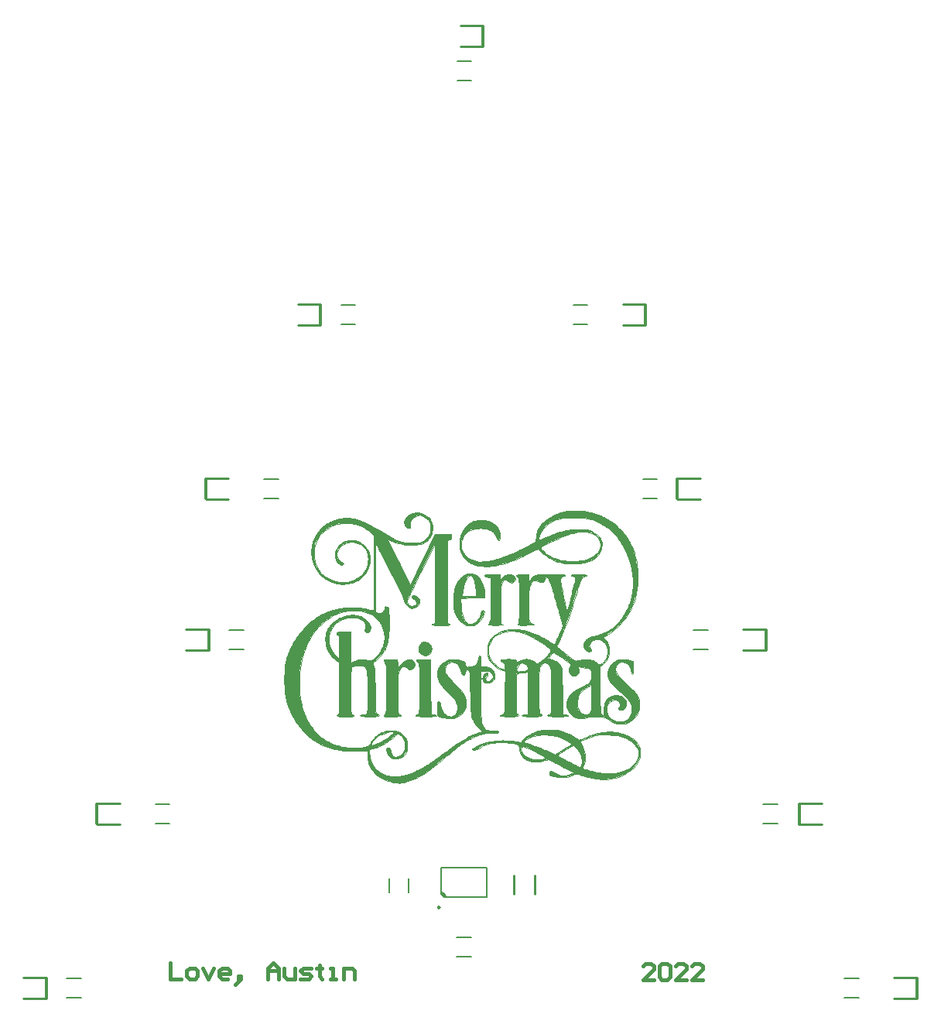
<source format=gto>
G04*
G04 #@! TF.GenerationSoftware,Altium Limited,Altium Designer,22.10.1 (41)*
G04*
G04 Layer_Color=65535*
%FSLAX25Y25*%
%MOIN*%
G70*
G04*
G04 #@! TF.SameCoordinates,D5E8C374-DC9F-4CCB-AA59-07C5174D7588*
G04*
G04*
G04 #@! TF.FilePolarity,Positive*
G04*
G01*
G75*
%ADD10C,0.00787*%
%ADD11C,0.00984*%
%ADD12C,0.00041*%
%ADD13C,0.00800*%
%ADD14C,0.00026*%
%ADD15C,0.00039*%
%ADD16C,0.01400*%
%ADD17C,0.01600*%
G36*
X214312Y224848D02*
X214577Y224824D01*
X214839Y224783D01*
X215097Y224723D01*
X215351Y224647D01*
X215645Y224536D01*
X215982Y224398D01*
X216315Y224251D01*
X216644Y224096D01*
X216806Y224014D01*
X217019Y223906D01*
X217432Y223667D01*
X217831Y223406D01*
X218214Y223121D01*
X218397Y222969D01*
X218397Y222969D01*
X218398Y222969D01*
X218564Y222830D01*
X218875Y222528D01*
X219162Y222203D01*
X219423Y221858D01*
X219541Y221676D01*
X219541Y221676D01*
X219541Y221676D01*
X219541Y221675D01*
X219656Y221498D01*
X219856Y221125D01*
X220027Y220737D01*
X220167Y220338D01*
X220221Y220133D01*
X220221Y220133D01*
X220252Y220017D01*
X220279Y219914D01*
X220366Y219472D01*
X220425Y219024D01*
X220454Y218574D01*
Y218127D01*
X220435Y217683D01*
X220399Y217240D01*
X220344Y216799D01*
X220274Y216384D01*
X220186Y215997D01*
X220076Y215615D01*
X219944Y215240D01*
X219868Y215057D01*
X219868D01*
X219822Y214947D01*
X219795Y214882D01*
X219627Y214544D01*
X219440Y214216D01*
X219232Y213901D01*
X219119Y213750D01*
X219003Y213595D01*
X218753Y213298D01*
X218487Y213017D01*
X218205Y212750D01*
X218057Y212626D01*
X218057Y212626D01*
X218057Y212626D01*
X218056Y212625D01*
X217961Y212545D01*
X217784Y212396D01*
X217198Y211995D01*
X216574Y211653D01*
X215920Y211375D01*
X215581Y211269D01*
X215581Y211269D01*
X215581Y211269D01*
X215467Y211233D01*
X215185Y211145D01*
X214381Y210947D01*
X213566Y210801D01*
X212744Y210706D01*
X211860Y210659D01*
X210918Y210661D01*
X209979Y210715D01*
X209043Y210820D01*
X208579Y210898D01*
Y210898D01*
X208578Y210898D01*
X208459Y210918D01*
X208073Y210983D01*
X207072Y211195D01*
X206080Y211450D01*
X205100Y211747D01*
X204616Y211916D01*
X204604Y211928D01*
X204507Y211962D01*
X201205Y213118D01*
X202607Y210271D01*
X202607Y210254D01*
X206012Y203341D01*
X206026Y203330D01*
X210850Y193537D01*
X216225Y204546D01*
X221617Y215593D01*
X221636Y215604D01*
X228541D01*
X228561Y215584D01*
Y214396D01*
X228561Y214396D01*
Y214320D01*
X228556Y214170D01*
X228545Y214020D01*
X228534Y213924D01*
X228517Y213796D01*
X228492Y213677D01*
X228483Y213646D01*
X228445Y213550D01*
X228397Y213460D01*
X228368Y213417D01*
X228367Y213417D01*
X228341Y213379D01*
X228278Y213310D01*
X228206Y213251D01*
X228189Y213241D01*
X228084Y213185D01*
X228084Y213185D01*
X227973Y213142D01*
X227918Y213122D01*
X227805Y213090D01*
X227751Y213079D01*
X227631Y213058D01*
X227631Y213058D01*
X227510Y213041D01*
X226737Y212931D01*
Y177312D01*
X227739Y176805D01*
X227740Y176805D01*
X227776Y176787D01*
X227836Y176733D01*
X227881Y176666D01*
X227881Y176665D01*
X227910Y176549D01*
X227910Y176549D01*
X227883Y176431D01*
X227841Y176382D01*
X227780Y176349D01*
X227746Y176344D01*
X227745Y176344D01*
X227619Y176326D01*
X227365Y176299D01*
X227111Y176280D01*
X226856Y176269D01*
X226397Y176264D01*
X225735Y176259D01*
X225074Y176255D01*
X224412Y176253D01*
X224081Y176253D01*
X223750D01*
X223089Y176255D01*
X222427Y176259D01*
X221766Y176264D01*
X221435Y176267D01*
X221307Y176269D01*
X221053Y176280D01*
X220798Y176299D01*
X220545Y176326D01*
X220382Y176349D01*
X220318Y176385D01*
X220272Y176442D01*
X220250Y176512D01*
X220253Y176549D01*
X220256Y176589D01*
X220282Y176666D01*
X220327Y176733D01*
X220387Y176787D01*
X220424Y176805D01*
X221426Y177312D01*
X221532Y194507D01*
X221637Y211627D01*
X215592Y199625D01*
X215297Y199039D01*
X214710Y197866D01*
X214127Y196691D01*
X213548Y195515D01*
X213260Y194926D01*
X213260D01*
X213207Y194819D01*
X213010Y194413D01*
X212514Y193387D01*
X212022Y192359D01*
X211536Y191329D01*
X211294Y190813D01*
X211294Y190813D01*
X211244Y190705D01*
X211088Y190370D01*
X210676Y189485D01*
X210266Y188598D01*
X209858Y187711D01*
X209655Y187268D01*
X209655Y187268D01*
X209655Y187268D01*
X209654Y187267D01*
X209628Y187206D01*
X209621Y187188D01*
X209610Y187157D01*
X209566Y187024D01*
X209529Y186856D01*
X209511Y186684D01*
X209508Y186598D01*
X209513Y186452D01*
X209547Y186161D01*
X209615Y185876D01*
X209715Y185601D01*
X209777Y185468D01*
X209842Y185351D01*
X209998Y185132D01*
X210184Y184938D01*
X210398Y184774D01*
X210513Y184705D01*
X210513Y184705D01*
X210636Y184642D01*
X210894Y184545D01*
X211163Y184485D01*
X211438Y184465D01*
X211575Y184470D01*
X211575Y184470D01*
X211575Y184470D01*
X211728Y184484D01*
X212031Y184538D01*
X212326Y184623D01*
X212610Y184738D01*
X212748Y184807D01*
X212837Y184859D01*
X213004Y184978D01*
X213154Y185118D01*
X213285Y185276D01*
X213343Y185361D01*
X213379Y185422D01*
X213437Y185552D01*
X213476Y185688D01*
X213496Y185829D01*
X213499Y185900D01*
X213499Y185920D01*
X213497Y185960D01*
X213494Y186000D01*
X213489Y186039D01*
X213486Y186059D01*
X213486Y186059D01*
X213466Y186160D01*
X213404Y186355D01*
X213314Y186538D01*
X213197Y186706D01*
X213129Y186783D01*
X213129Y186783D01*
X213041Y186872D01*
X212854Y187040D01*
X212653Y187190D01*
X212441Y187324D01*
X212330Y187384D01*
Y187384D01*
X212330Y187384D01*
X212264Y187418D01*
X212134Y187491D01*
X212007Y187568D01*
X211882Y187649D01*
X211822Y187692D01*
Y187692D01*
X211774Y187725D01*
X211685Y187798D01*
X211601Y187877D01*
X211523Y187962D01*
X211488Y188007D01*
Y188007D01*
X211460Y188042D01*
X211412Y188117D01*
X211373Y188197D01*
X211342Y188281D01*
X211322Y188362D01*
X211314Y188442D01*
X211319Y188521D01*
X211336Y188599D01*
X211350Y188636D01*
X211382Y188720D01*
X211478Y188869D01*
X211603Y188995D01*
X211751Y189093D01*
X211834Y189126D01*
X211834Y189126D01*
X211929Y189164D01*
X212128Y189214D01*
X212331Y189238D01*
X212536Y189235D01*
X212758Y189202D01*
X212996Y189143D01*
X213226Y189059D01*
X213447Y188953D01*
X213552Y188889D01*
X213552Y188889D01*
X213661Y188822D01*
X213866Y188670D01*
X214057Y188501D01*
X214232Y188315D01*
X214311Y188214D01*
X214386Y188117D01*
X214474Y187998D01*
X214575Y187850D01*
X214656Y187724D01*
X214718Y187621D01*
D01*
X214774Y187516D01*
X214806Y187449D01*
X214850Y187328D01*
X214869Y187258D01*
X214895Y187141D01*
X214911Y187022D01*
X214916Y186900D01*
X214910Y186774D01*
X214906Y186733D01*
X214897Y186666D01*
X214873Y186547D01*
X214834Y186377D01*
X214788Y186208D01*
X214746Y186071D01*
X214708Y185959D01*
X214661Y185826D01*
X214551Y185569D01*
X214422Y185320D01*
X214277Y185081D01*
X214196Y184967D01*
X214117Y184856D01*
X213943Y184648D01*
X213754Y184455D01*
X213550Y184276D01*
X213335Y184116D01*
X213110Y183975D01*
X212875Y183852D01*
X212630Y183748D01*
X212504Y183707D01*
X212504Y183707D01*
X212504Y183707D01*
X212378Y183665D01*
X212120Y183602D01*
X211858Y183559D01*
X211593Y183538D01*
X211326Y183538D01*
X211061Y183575D01*
X210803Y183649D01*
X210558Y183758D01*
X210300Y183919D01*
X210024Y184118D01*
X209763Y184335D01*
X209517Y184569D01*
X209403Y184695D01*
X209402Y184695D01*
X209275Y184834D01*
X209039Y185126D01*
X208822Y185433D01*
X208624Y185753D01*
X208535Y185919D01*
X208535Y185919D01*
X208449Y186079D01*
X208300Y186411D01*
X208174Y186752D01*
X208071Y187100D01*
X208032Y187278D01*
X207971Y187537D01*
X207826Y188048D01*
X207649Y188550D01*
X207443Y189039D01*
X207328Y189279D01*
X207328Y189279D01*
X207328Y189297D01*
X197294Y209306D01*
X197281Y209317D01*
X197181Y209504D01*
X196960Y209866D01*
X196711Y210209D01*
X196436Y210532D01*
X196289Y210685D01*
Y210685D01*
X196289Y210685D01*
X196248Y210716D01*
X196151Y210738D01*
X196056Y210706D01*
X195992Y210628D01*
X195979Y210579D01*
X195965Y210456D01*
X195952Y210350D01*
X195906Y209894D01*
X195870Y209437D01*
X195844Y208980D01*
X195834Y208751D01*
X195834Y208751D01*
X195834Y208751D01*
X195834Y208751D01*
X195830Y208624D01*
X195819Y208301D01*
X195796Y207401D01*
X195782Y206502D01*
X195776Y205602D01*
X195776Y205152D01*
X195776D01*
X195776Y205152D01*
X195776Y205152D01*
X195780Y204077D01*
X195790Y201926D01*
X195801Y199776D01*
X195814Y197626D01*
X195822Y196551D01*
X195822Y196551D01*
X195822Y196551D01*
X195928Y181809D01*
X197055Y181507D01*
X197055Y181507D01*
X197172Y181480D01*
X197410Y181446D01*
X197650Y181440D01*
X197889Y181463D01*
X198007Y181485D01*
Y181485D01*
X198007Y181485D01*
X198127Y181515D01*
X198360Y181594D01*
X198582Y181698D01*
X198792Y181826D01*
X198892Y181899D01*
Y181899D01*
X198892Y181899D01*
X198987Y181977D01*
X199164Y182149D01*
X199321Y182339D01*
X199456Y182545D01*
X199515Y182654D01*
X199515Y182654D01*
X199567Y182764D01*
X199650Y182991D01*
X199706Y183226D01*
X199734Y183466D01*
X199738Y183587D01*
X199738D01*
Y183638D01*
X199744Y183740D01*
X199756Y183841D01*
X199774Y183942D01*
X199786Y183991D01*
X199786Y183991D01*
X199786Y183992D01*
X199794Y184028D01*
X199823Y184095D01*
X199863Y184157D01*
X199913Y184212D01*
X199972Y184258D01*
X200039Y184295D01*
X200111Y184322D01*
X200186Y184337D01*
X200281Y184341D01*
X200394Y184341D01*
X200506Y184335D01*
X200618Y184325D01*
X200674Y184317D01*
X200750Y184306D01*
X200897Y184258D01*
X201033Y184186D01*
X201116Y184121D01*
X201207Y184034D01*
X201286Y183938D01*
X201356Y183836D01*
X201429Y183687D01*
X201481Y183531D01*
X201496Y183449D01*
X201524Y183297D01*
X201568Y182991D01*
X201601Y182683D01*
X201622Y182375D01*
X201627Y182220D01*
Y182220D01*
X201631Y182093D01*
X201641Y181779D01*
X201666Y180898D01*
X201689Y180017D01*
X201710Y179136D01*
X201719Y178695D01*
X201719Y178695D01*
X201724Y178455D01*
X201732Y177975D01*
X201737Y177495D01*
X201739Y177014D01*
X201739Y176478D01*
X201735Y175885D01*
X201728Y175292D01*
X201716Y174699D01*
X201698Y173986D01*
X201655Y173154D01*
X201592Y172323D01*
X201508Y171494D01*
X201456Y171080D01*
X201456D01*
X201456Y171080D01*
X201456Y171080D01*
X201441Y170958D01*
X201414Y170745D01*
X201308Y170079D01*
X201182Y169417D01*
X201034Y168759D01*
X200949Y168432D01*
X200949Y168432D01*
X200919Y168316D01*
X200876Y168150D01*
X200703Y167595D01*
X200502Y167048D01*
X200275Y166512D01*
X200057Y166062D01*
X199860Y165693D01*
X199647Y165332D01*
X199421Y164981D01*
X199373Y164912D01*
X199300Y164810D01*
X199300Y164809D01*
X199263Y164756D01*
X199232Y164713D01*
X199228Y164707D01*
X199158Y164607D01*
X198864Y164210D01*
X198560Y163821D01*
X198246Y163439D01*
X198085Y163252D01*
X198085Y163252D01*
X198085Y163252D01*
X197924Y163066D01*
X197593Y162700D01*
X197253Y162344D01*
X196904Y161995D01*
X196725Y161826D01*
X196725D01*
X196633Y161738D01*
X196574Y161683D01*
X196262Y161410D01*
X195939Y161150D01*
X195605Y160904D01*
X195433Y160787D01*
X195433Y160787D01*
X195433Y160787D01*
X195433Y160787D01*
X195387Y160756D01*
X195367Y160742D01*
X195334Y160717D01*
X195238Y160647D01*
X195114Y160546D01*
X195028Y160471D01*
X194993Y160441D01*
X194934Y160387D01*
D01*
X194934Y160387D01*
X194934Y160386D01*
X194911Y160363D01*
X194901Y160352D01*
X194844Y160276D01*
X194800Y160192D01*
X194771Y160102D01*
X194763Y160055D01*
X194763Y160055D01*
X194762Y160055D01*
X194757Y160009D01*
X194756Y159998D01*
X194752Y159883D01*
X194760Y159769D01*
X194781Y159657D01*
X194795Y159601D01*
X194833Y159476D01*
X194911Y159228D01*
X194992Y158981D01*
X195076Y158735D01*
X195119Y158612D01*
X195119Y158612D01*
X195172Y158463D01*
X195260Y158162D01*
X195330Y157855D01*
X195382Y157545D01*
X195399Y157389D01*
X195399Y157388D01*
X195427Y157126D01*
X195477Y156600D01*
X195519Y156073D01*
X195554Y155546D01*
X195568Y155282D01*
X195568Y155282D01*
X195568Y155282D01*
X195589Y154899D01*
X195622Y154134D01*
X195648Y153368D01*
X195666Y152601D01*
X195671Y152218D01*
X195671D01*
X195679Y151639D01*
X195692Y150479D01*
X195701Y149320D01*
X195707Y148161D01*
X195708Y147581D01*
X195710Y146823D01*
X195714Y145307D01*
X195721Y143790D01*
X195730Y142273D01*
X195735Y141515D01*
X195735Y141515D01*
X195735Y141515D01*
X195735Y141515D01*
X195737Y141387D01*
X195738Y141255D01*
X195752Y140736D01*
X195777Y140217D01*
X195812Y139699D01*
X195833Y139440D01*
X195833Y139440D01*
X195833Y139440D01*
X195833Y139439D01*
X195846Y139317D01*
X195886Y139073D01*
X195944Y138833D01*
X196019Y138598D01*
X196063Y138482D01*
X196063D01*
X196063Y138482D01*
X196063Y138482D01*
X196090Y138429D01*
X196095Y138417D01*
X196126Y138380D01*
X196186Y138305D01*
X196306Y138225D01*
X196443Y138182D01*
X196515Y138177D01*
X196516Y138177D01*
X196556Y138177D01*
X196636Y138171D01*
X196716Y138160D01*
X196795Y138142D01*
X196834Y138131D01*
X196834Y138131D01*
X196834Y138131D01*
X196870Y138120D01*
X196940Y138092D01*
X197008Y138058D01*
X197072Y138018D01*
X197102Y137996D01*
X197130Y137975D01*
X197180Y137928D01*
X197212Y137892D01*
X197282Y137792D01*
X197282D01*
X197330Y137676D01*
X197332Y137670D01*
X197347Y137549D01*
Y137549D01*
X197327Y137428D01*
X197319Y137398D01*
X197264Y137311D01*
X197245Y137293D01*
X197141Y137219D01*
X197033Y137170D01*
X196928Y137128D01*
X196780Y137082D01*
X196673Y137058D01*
X196553Y137036D01*
X196553Y137036D01*
X196415Y137016D01*
X196138Y136983D01*
X195860Y136960D01*
X195581Y136945D01*
X195171Y136936D01*
X194629Y136928D01*
X194086Y136922D01*
X193544Y136919D01*
X193066Y136919D01*
X192652Y136923D01*
X192238Y136930D01*
X191824Y136940D01*
X191456Y136951D01*
X191135Y136967D01*
X190813Y136988D01*
X190492Y137015D01*
X190332Y137031D01*
X190210Y137043D01*
X189968Y137071D01*
X189726Y137101D01*
X189485Y137134D01*
X189365Y137152D01*
X189365Y137152D01*
X189364Y137152D01*
X189329Y137158D01*
X189268Y137192D01*
X189223Y137245D01*
X189198Y137311D01*
Y137346D01*
X189198Y137346D01*
Y137372D01*
X189212Y137424D01*
X189239Y137470D01*
X189278Y137507D01*
X189301Y137520D01*
Y137520D01*
X189339Y137541D01*
X189416Y137578D01*
X189495Y137611D01*
X189576Y137639D01*
X189617Y137652D01*
Y137652D01*
X189672Y137668D01*
X189783Y137695D01*
X189895Y137718D01*
X190008Y137736D01*
X190065Y137742D01*
Y137742D01*
X190065Y137742D01*
X190131Y137749D01*
X190263Y137760D01*
X190396Y137768D01*
X190528Y137772D01*
X190594Y137772D01*
X190594Y137772D01*
X190670Y137772D01*
X190820Y137777D01*
X190969Y137787D01*
X191119Y137803D01*
X191194Y137812D01*
X191254Y137822D01*
X191375Y137846D01*
X191494Y137877D01*
X191611Y137915D01*
X191668Y137937D01*
X191668Y137937D01*
X191714Y137956D01*
X191802Y137999D01*
X191887Y138049D01*
X191968Y138105D01*
X192007Y138136D01*
Y138136D01*
X192007Y138136D01*
X192038Y138163D01*
X192094Y138223D01*
X192142Y138290D01*
X192181Y138362D01*
X192197Y138400D01*
X192197Y138400D01*
X192197Y138400D01*
X192218Y138458D01*
X192252Y138576D01*
X192276Y138696D01*
X192291Y138818D01*
X192294Y138880D01*
X192304Y139187D01*
X192324Y139802D01*
X192343Y140417D01*
X192360Y141032D01*
X192369Y141340D01*
Y141340D01*
X192378Y141701D01*
X192395Y142422D01*
X192408Y143143D01*
X192419Y143865D01*
X192423Y144226D01*
X192423Y144226D01*
X192428Y144638D01*
X192434Y145463D01*
X192439Y146288D01*
X192441Y147113D01*
X192441Y147526D01*
X192441D01*
X192441Y147526D01*
X192441Y147654D01*
X192441Y148060D01*
X192437Y149127D01*
X192431Y150195D01*
X192420Y151262D01*
X192414Y151796D01*
X192414Y151796D01*
X192409Y152135D01*
X192392Y152814D01*
X192368Y153492D01*
X192335Y154169D01*
X192316Y154508D01*
X192316Y154508D01*
X192301Y154737D01*
X192267Y155194D01*
X192224Y155651D01*
X192174Y156106D01*
X192145Y156334D01*
X192125Y156473D01*
X192071Y156749D01*
X191998Y157020D01*
X191908Y157286D01*
X191856Y157416D01*
X191855Y157417D01*
X191808Y157527D01*
X191709Y157745D01*
X191601Y157959D01*
X191487Y158169D01*
X191427Y158273D01*
X191427Y158273D01*
X191390Y158331D01*
X191303Y158437D01*
X191201Y158528D01*
X191129Y158574D01*
X191086Y158602D01*
X191025Y158632D01*
Y158632D01*
X190947Y158664D01*
X190914Y158675D01*
X190790Y158717D01*
X190628Y158754D01*
X190505Y158770D01*
X190463Y158776D01*
X190381Y158781D01*
X190381Y158781D01*
X190381Y158781D01*
X190172Y158788D01*
X189755Y158799D01*
X189338Y158806D01*
X188921Y158810D01*
X188713Y158810D01*
X188582Y158809D01*
X188322Y158805D01*
X188062Y158797D01*
X187802Y158783D01*
X187672Y158775D01*
X187672Y158775D01*
X187555Y158767D01*
X187547Y158766D01*
X187321Y158746D01*
X187089Y158720D01*
X186856Y158688D01*
X186741Y158671D01*
X186647Y158655D01*
X186460Y158621D01*
X186275Y158583D01*
X186115Y158546D01*
X186090Y158541D01*
X185998Y158518D01*
X185998Y158518D01*
X185998Y158518D01*
X185971Y158510D01*
X185951Y158504D01*
X185862Y158469D01*
X185778Y158421D01*
X185702Y158363D01*
X185666Y158330D01*
X185666Y158330D01*
X185617Y158276D01*
X185534Y158157D01*
X185473Y158024D01*
X185449Y157931D01*
X185436Y157884D01*
X185428Y157811D01*
X185428Y157811D01*
X185428Y157811D01*
X185418Y157687D01*
X185408Y157548D01*
X185371Y157022D01*
X185338Y156495D01*
X185310Y155969D01*
X185297Y155705D01*
X185297Y155705D01*
X185291Y155579D01*
X185280Y155326D01*
X185251Y154569D01*
X185230Y153811D01*
X185215Y153053D01*
X185210Y152674D01*
X185210Y152674D01*
X185210Y152674D01*
X185210Y152674D01*
X185209Y152546D01*
X185204Y152086D01*
X185195Y150910D01*
X185189Y149733D01*
X185186Y148557D01*
X185186Y147969D01*
X185186Y147180D01*
X185188Y145601D01*
X185192Y144022D01*
X185198Y142443D01*
X185202Y141653D01*
X185202Y141653D01*
X185203Y141525D01*
X185205Y141373D01*
X185218Y140813D01*
X185242Y140254D01*
X185276Y139696D01*
X185288Y139539D01*
X185298Y139417D01*
X185298Y139417D01*
X185298Y139417D01*
X185311Y139277D01*
X185350Y139000D01*
X185406Y138725D01*
X185478Y138454D01*
X185520Y138320D01*
X185551Y138244D01*
X185640Y138105D01*
X185759Y137994D01*
X185903Y137914D01*
X185981Y137889D01*
X186068Y137866D01*
X186235Y137799D01*
X186392Y137711D01*
X186537Y137604D01*
X186617Y137528D01*
X186632Y137507D01*
X186666Y137393D01*
X186632Y137279D01*
X186621Y137264D01*
X186521Y137196D01*
X186366Y137149D01*
X186052Y137074D01*
X185734Y137019D01*
X185414Y136983D01*
X185253Y136976D01*
X184963Y136961D01*
X184384Y136941D01*
X183805Y136926D01*
X183226Y136919D01*
X182649D01*
X182076Y136926D01*
X181502Y136939D01*
X180929Y136958D01*
X180486Y136978D01*
X180174Y137011D01*
X179865Y137063D01*
X179559Y137134D01*
X179355Y137194D01*
X179272Y137268D01*
X179228Y137371D01*
X179231Y137482D01*
X179257Y137532D01*
X179291Y137598D01*
X179381Y137715D01*
X179490Y137813D01*
X179616Y137890D01*
X179684Y137917D01*
X179684Y137917D01*
X179685Y137917D01*
X179750Y137947D01*
X179863Y138031D01*
X179951Y138143D01*
X180005Y138274D01*
X180018Y138343D01*
X180044Y138561D01*
X180089Y138996D01*
X180128Y139431D01*
X180158Y139867D01*
X180171Y140085D01*
X180190Y140456D01*
X180221Y141199D01*
X180243Y141941D01*
X180256Y142684D01*
X180260Y143055D01*
X180260Y143055D01*
X180265Y143831D01*
X180272Y145381D01*
X180277Y146932D01*
X180280Y148483D01*
X180280Y149258D01*
X180280D01*
Y160374D01*
X178558Y161439D01*
X177891Y161943D01*
X177273Y162507D01*
X176710Y163127D01*
X176459Y163461D01*
X176196Y163812D01*
X175728Y164554D01*
X175322Y165331D01*
X174979Y166138D01*
X174841Y166554D01*
X174841Y166554D01*
X174804Y166667D01*
X174700Y166979D01*
X174487Y167848D01*
X174343Y168730D01*
X174269Y169621D01*
X174266Y170509D01*
X174336Y171387D01*
X174478Y172255D01*
X174692Y173109D01*
X174913Y173758D01*
X175097Y174211D01*
X175307Y174653D01*
X175541Y175082D01*
X175800Y175497D01*
X176082Y175897D01*
X176386Y176280D01*
X176712Y176645D01*
X176885Y176818D01*
X176885Y176818D01*
X177270Y177203D01*
X178102Y177907D01*
X178990Y178540D01*
X179926Y179097D01*
X180416Y179335D01*
X180918Y179580D01*
X181957Y179987D01*
X183025Y180309D01*
X184116Y180544D01*
X184670Y180617D01*
X184670Y180617D01*
X184928Y180651D01*
X185448Y180694D01*
X185969Y180711D01*
X186491Y180702D01*
X187011Y180667D01*
X187529Y180607D01*
X188043Y180521D01*
X188552Y180410D01*
X188804Y180342D01*
X189042Y180278D01*
X189506Y180116D01*
X189957Y179923D01*
X190394Y179698D01*
X190604Y179571D01*
X190823Y179438D01*
X191243Y179145D01*
X191643Y178828D01*
X192023Y178486D01*
X192367Y178135D01*
X192672Y177779D01*
X192953Y177402D01*
X193208Y177008D01*
X193322Y176803D01*
X193322Y176803D01*
X193322Y176803D01*
X193322Y176803D01*
X193414Y176636D01*
X193555Y176283D01*
X193651Y175914D01*
X193699Y175536D01*
X193699Y175346D01*
X193699Y175213D01*
X193681Y174949D01*
X193646Y174686D01*
X193593Y174426D01*
X193558Y174299D01*
X193558D01*
X193558Y174298D01*
X193558Y174297D01*
X193526Y174183D01*
X193446Y173982D01*
X193341Y173785D01*
X193222Y173611D01*
X193142Y173516D01*
X193141Y173515D01*
X193141Y173515D01*
X193055Y173423D01*
X192939Y173324D01*
X192781Y173225D01*
X192635Y173161D01*
X192520Y173126D01*
X192520Y173126D01*
X192403Y173099D01*
X192249Y173083D01*
X192066Y173093D01*
X191913Y173125D01*
X191801Y173164D01*
X191801Y173164D01*
X191693Y173214D01*
X191669Y173227D01*
X191588Y173282D01*
X191514Y173346D01*
X191481Y173382D01*
X191480Y173382D01*
X191449Y173417D01*
X191395Y173494D01*
X191352Y173577D01*
X191321Y173665D01*
X191311Y173711D01*
X191297Y173774D01*
X191280Y173901D01*
X191272Y174030D01*
X191274Y174158D01*
X191279Y174222D01*
X191279D01*
X191279Y174223D01*
X191289Y174329D01*
X191311Y174541D01*
X191338Y174753D01*
X191367Y174964D01*
X191384Y175069D01*
X191384Y175069D01*
X191384Y175070D01*
X191404Y175198D01*
X191434Y175456D01*
X191455Y175715D01*
X191465Y175975D01*
X191466Y176105D01*
X191466Y176142D01*
X191466Y176216D01*
X191464Y176290D01*
X191461Y176365D01*
X191460Y176402D01*
X191460Y176402D01*
X191451Y176533D01*
X191412Y176793D01*
X191347Y177047D01*
X191257Y177294D01*
X191202Y177413D01*
X191202Y177413D01*
X191143Y177528D01*
X191006Y177748D01*
X190847Y177952D01*
X190667Y178138D01*
X190571Y178224D01*
Y178224D01*
X190570Y178225D01*
X190446Y178326D01*
X190188Y178520D01*
X189921Y178698D01*
X189644Y178862D01*
X189502Y178938D01*
Y178938D01*
X189501Y178938D01*
X189215Y179077D01*
X188621Y179307D01*
X188006Y179472D01*
X187378Y179570D01*
X187060Y179593D01*
Y179593D01*
X187060Y179593D01*
X186933Y179597D01*
X186674Y179605D01*
X185902Y179594D01*
X185133Y179535D01*
X184369Y179429D01*
X183989Y179359D01*
X183989Y179359D01*
X183989Y179359D01*
X183923Y179344D01*
X183875Y179334D01*
X183867Y179332D01*
X183596Y179274D01*
X182819Y179068D01*
X182055Y178817D01*
X181308Y178522D01*
X180941Y178357D01*
X180941Y178357D01*
X180941Y178357D01*
X180616Y178197D01*
X179986Y177839D01*
X179387Y177431D01*
X178824Y176976D01*
X178556Y176732D01*
X178233Y176410D01*
X177639Y175720D01*
X177117Y174974D01*
X176672Y174179D01*
X176480Y173766D01*
X176480Y173766D01*
X176480Y173766D01*
X176480Y173765D01*
X176436Y173656D01*
X176310Y173345D01*
X176036Y172482D01*
X175851Y171595D01*
X175758Y170695D01*
X175745Y170242D01*
X175745Y170242D01*
X175745Y170242D01*
X175745Y170241D01*
X175748Y170115D01*
X175756Y169777D01*
X175846Y168852D01*
X176027Y167941D01*
X176297Y167052D01*
X176464Y166619D01*
X176464Y166619D01*
X176464D01*
X176464Y166618D01*
X176512Y166510D01*
X176660Y166176D01*
X177107Y165319D01*
X177627Y164505D01*
X178217Y163740D01*
X178536Y163377D01*
X178536D01*
X178537Y163376D01*
X180248Y161518D01*
X180264Y166591D01*
X180264Y166654D01*
X180264Y166780D01*
X180264Y166906D01*
X180264Y167033D01*
X180264Y167096D01*
X180264Y167374D01*
X180262Y167929D01*
X180259Y168485D01*
X180253Y169041D01*
X180249Y169319D01*
X180249Y169319D01*
X180249Y169320D01*
X180246Y169501D01*
X180232Y169864D01*
X180209Y170226D01*
X180178Y170588D01*
X180159Y170768D01*
X180159Y170768D01*
X180146Y170874D01*
X180113Y171085D01*
X180071Y171294D01*
X180018Y171501D01*
X179989Y171603D01*
X179989Y171603D01*
X179969Y171658D01*
X179912Y171757D01*
X179833Y171842D01*
X179738Y171906D01*
X179685Y171930D01*
X179653Y171942D01*
X179590Y171973D01*
X179530Y172007D01*
X179474Y172047D01*
X179447Y172069D01*
X179418Y172093D01*
X179365Y172143D01*
X179314Y172197D01*
X179268Y172255D01*
X179225Y172314D01*
X179187Y172376D01*
X179153Y172441D01*
X179123Y172507D01*
X179110Y172542D01*
X179099Y172573D01*
X179081Y172638D01*
X179070Y172704D01*
X179064Y172770D01*
X179064Y172803D01*
Y172851D01*
X179086Y172944D01*
X179130Y173029D01*
X179193Y173101D01*
X179232Y173129D01*
Y173129D01*
X179232Y173129D01*
X179282Y173165D01*
X179389Y173225D01*
X179501Y173273D01*
X179618Y173310D01*
X179677Y173322D01*
X179678Y173322D01*
X179782Y173344D01*
X179993Y173378D01*
X180205Y173402D01*
X180418Y173418D01*
X180725Y173427D01*
X181124Y173436D01*
X181525Y173442D01*
X181925Y173445D01*
X182125Y173445D01*
X182125Y173445D01*
X185165D01*
X185186Y173424D01*
Y166736D01*
X185186Y166415D01*
X185187Y165774D01*
X185189Y165133D01*
X185192Y164491D01*
X185194Y164171D01*
X185194Y164171D01*
X185194Y164171D01*
X185193Y164165D01*
X185194Y164042D01*
X185199Y163113D01*
X185301Y160071D01*
X185357Y160084D01*
X185415Y160111D01*
X185428Y160117D01*
X185532Y160166D01*
X185648Y160221D01*
X185764Y160276D01*
X185822Y160303D01*
X185891Y160336D01*
X186026Y160401D01*
X186161Y160466D01*
X186295Y160532D01*
X186362Y160565D01*
Y160565D01*
X186363Y160566D01*
X186440Y160604D01*
X186594Y160681D01*
X186749Y160759D01*
X186903Y160837D01*
X186979Y160876D01*
X187140Y160958D01*
X187468Y161106D01*
X187802Y161240D01*
X188142Y161357D01*
X188314Y161408D01*
X188314Y161409D01*
X188314Y161409D01*
X188477Y161457D01*
X188807Y161535D01*
X189140Y161596D01*
X189477Y161637D01*
X189646Y161649D01*
X189646Y161649D01*
X189646Y161649D01*
X189815Y161661D01*
X190154Y161666D01*
X190492Y161652D01*
X190829Y161620D01*
X190997Y161595D01*
X190997Y161595D01*
X190997Y161595D01*
X191174Y161568D01*
X191525Y161498D01*
X191872Y161412D01*
X192215Y161310D01*
X192384Y161251D01*
X192384Y161251D01*
X192474Y161221D01*
X192655Y161166D01*
X192838Y161118D01*
X193023Y161078D01*
X193116Y161061D01*
X193116Y161061D01*
X193117Y161061D01*
X193186Y161051D01*
X193325Y161040D01*
X193465Y161043D01*
X193604Y161059D01*
X193673Y161072D01*
X193749Y161090D01*
X193901Y161135D01*
X194048Y161192D01*
X194190Y161259D01*
X194260Y161297D01*
Y161297D01*
X194372Y161362D01*
X194595Y161495D01*
X194815Y161633D01*
X195032Y161774D01*
X195140Y161847D01*
X195140D01*
X195543Y162136D01*
X196301Y162773D01*
X196990Y163484D01*
X197603Y164262D01*
X197879Y164673D01*
X197879Y164674D01*
X198146Y165118D01*
X198621Y166039D01*
X199012Y166999D01*
X199316Y167990D01*
X199434Y168495D01*
X199496Y168807D01*
X199594Y169434D01*
X199660Y170066D01*
X199693Y170701D01*
X199698Y171019D01*
X199696Y171231D01*
X199681Y171657D01*
X199651Y172081D01*
X199607Y172504D01*
X199579Y172715D01*
X199495Y173234D01*
X199256Y174256D01*
X198928Y175252D01*
X198511Y176215D01*
X198271Y176681D01*
X198271Y176681D01*
X198039Y177086D01*
X197520Y177859D01*
X196932Y178581D01*
X196279Y179245D01*
X195930Y179554D01*
X195552Y179860D01*
X194761Y180424D01*
X193926Y180922D01*
X193053Y181349D01*
X192604Y181536D01*
Y181536D01*
X192604Y181536D01*
X192543Y181558D01*
X192493Y181577D01*
X192491Y181578D01*
X192105Y181721D01*
X191090Y182035D01*
X190054Y182274D01*
X189003Y182437D01*
X188474Y182489D01*
X187889Y182528D01*
X186715Y182558D01*
X185542Y182525D01*
X184372Y182427D01*
X183790Y182354D01*
X183384Y182292D01*
X182576Y182143D01*
X181776Y181958D01*
X180984Y181738D01*
X180203Y181483D01*
X179435Y181194D01*
X178679Y180870D01*
X177939Y180514D01*
X177575Y180323D01*
X177575Y180323D01*
X177575Y180323D01*
X177575Y180323D01*
X177471Y180266D01*
X177193Y180113D01*
X176443Y179673D01*
X175709Y179205D01*
X174993Y178709D01*
X174296Y178188D01*
X173619Y177640D01*
X172963Y177068D01*
X172329Y176472D01*
X172020Y176165D01*
X172020D01*
X172020Y176165D01*
X172020Y176165D01*
X171931Y176073D01*
X171695Y175829D01*
X171062Y175143D01*
X170453Y174434D01*
X169868Y173705D01*
X169309Y172957D01*
X168777Y172190D01*
X168270Y171405D01*
X167791Y170603D01*
X167562Y170196D01*
X167562Y170196D01*
X167562Y170196D01*
X167562Y170195D01*
X167506Y170091D01*
X167326Y169760D01*
X166873Y168879D01*
X166446Y167986D01*
X166045Y167081D01*
X165670Y166164D01*
X165321Y165237D01*
X165000Y164301D01*
X164705Y163355D01*
X164568Y162880D01*
X164568Y162880D01*
X164538Y162764D01*
X164320Y161950D01*
X163888Y160075D01*
X163545Y158182D01*
X163290Y156275D01*
X163196Y155318D01*
X163123Y154345D01*
X163043Y152395D01*
X163050Y150443D01*
X163144Y148494D01*
X163224Y147522D01*
X163224D01*
X163224Y147521D01*
X163321Y146597D01*
X163580Y144757D01*
X163925Y142932D01*
X164355Y141124D01*
X164601Y140229D01*
X164601D01*
X164601Y140229D01*
X164601Y140228D01*
X164635Y140114D01*
X164719Y139831D01*
X164974Y139044D01*
X165255Y138265D01*
X165561Y137496D01*
X165893Y136737D01*
X166249Y135989D01*
X166630Y135254D01*
X167035Y134532D01*
X167246Y134176D01*
X167246Y134176D01*
X167310Y134074D01*
X167641Y133544D01*
X168486Y132318D01*
X169403Y131145D01*
X170387Y130028D01*
X170904Y129493D01*
X170905Y129492D01*
X171408Y129003D01*
X172466Y128081D01*
X173587Y127235D01*
X174765Y126472D01*
X175374Y126122D01*
X175374Y126121D01*
X175997Y125792D01*
X177275Y125201D01*
X178592Y124701D01*
X179941Y124296D01*
X180625Y124130D01*
X181360Y123976D01*
X182841Y123733D01*
X184334Y123577D01*
X185833Y123509D01*
X186583Y123508D01*
X186583Y123508D01*
X186584D01*
X186999Y123515D01*
X187829Y123535D01*
X188658Y123565D01*
X189488Y123605D01*
X189902Y123628D01*
X189903Y123628D01*
X190136Y123645D01*
X190601Y123700D01*
X191062Y123780D01*
X191517Y123886D01*
X191743Y123949D01*
X191743Y123949D01*
X191744Y123949D01*
X191901Y123999D01*
X192208Y124124D01*
X192501Y124280D01*
X192776Y124464D01*
X192907Y124567D01*
X192907D01*
X192907Y124567D01*
X193036Y124679D01*
X193276Y124919D01*
X193493Y125181D01*
X193685Y125463D01*
X193771Y125610D01*
X193939Y125916D01*
X194314Y126504D01*
X194723Y127069D01*
X195167Y127606D01*
X195406Y127861D01*
X195636Y128108D01*
X196130Y128568D01*
X196653Y128993D01*
X197205Y129381D01*
X197494Y129555D01*
X197494D01*
X197780Y129729D01*
X198375Y130036D01*
X198991Y130300D01*
X199623Y130522D01*
X199946Y130611D01*
X199946Y130611D01*
X200276Y130701D01*
X200947Y130840D01*
X201625Y130935D01*
X202308Y130985D01*
X203005Y130992D01*
X203712Y130939D01*
X204412Y130826D01*
X205100Y130655D01*
X205435Y130541D01*
X205436Y130540D01*
X205746Y130435D01*
X206340Y130158D01*
X206901Y129820D01*
X207423Y129423D01*
X207896Y128976D01*
X208315Y128483D01*
X208678Y127947D01*
X208981Y127375D01*
X209100Y127075D01*
X209100D01*
X209100Y127075D01*
X209100Y127074D01*
X209143Y126964D01*
X209226Y126754D01*
X209421Y126094D01*
X209555Y125419D01*
X209627Y124735D01*
X209632Y124391D01*
X209633Y124291D01*
X209633Y123955D01*
X209565Y123287D01*
X209430Y122629D01*
X209230Y121988D01*
X209098Y121679D01*
X209098D01*
X209051Y121570D01*
X208969Y121379D01*
X208637Y120818D01*
X208237Y120303D01*
X207773Y119845D01*
X207514Y119647D01*
X207514Y119647D01*
X207514Y119647D01*
X207514Y119647D01*
X207417Y119572D01*
X207267Y119459D01*
X206728Y119154D01*
X206151Y118928D01*
X205548Y118783D01*
X205240Y118753D01*
X205240Y118753D01*
X205116Y118741D01*
X204925Y118722D01*
X204294Y118744D01*
X203671Y118848D01*
X203067Y119033D01*
X202779Y119164D01*
Y119164D01*
X202779Y119164D01*
X202599Y119246D01*
X202263Y119451D01*
X201954Y119696D01*
X201677Y119976D01*
X201421Y120308D01*
X201180Y120680D01*
X200972Y121072D01*
X200797Y121479D01*
X200728Y121690D01*
X200728Y121690D01*
X200675Y121850D01*
X200611Y122180D01*
X200590Y122516D01*
X200613Y122852D01*
X200646Y123017D01*
X200646Y123017D01*
X200670Y123137D01*
X200796Y123346D01*
X200985Y123501D01*
X201215Y123583D01*
X201337D01*
X201337Y123583D01*
X201410Y123583D01*
X201553Y123564D01*
X201692Y123526D01*
X201825Y123469D01*
X201950Y123395D01*
X202066Y123304D01*
X202169Y123200D01*
X202227Y123123D01*
X202294Y123020D01*
X202294D01*
X202355Y122908D01*
X202417Y122774D01*
X202479Y122601D01*
X202525Y122423D01*
X202540Y122333D01*
X202559Y122215D01*
X202588Y121978D01*
X202607Y121739D01*
X202617Y121501D01*
X202617Y121381D01*
X202617D01*
X202624Y121218D01*
X202678Y120896D01*
X202786Y120588D01*
X202943Y120303D01*
X203040Y120171D01*
X203040D01*
X203040Y120171D01*
X203040Y120170D01*
X203143Y120052D01*
X203381Y119847D01*
X203652Y119690D01*
X203948Y119587D01*
X204102Y119556D01*
X204102Y119556D01*
X204102Y119556D01*
X204293Y119534D01*
X204676Y119528D01*
X205056Y119575D01*
X205426Y119674D01*
X205606Y119741D01*
X205813Y119834D01*
X206217Y120043D01*
X206601Y120285D01*
X206964Y120559D01*
X207137Y120707D01*
X207137Y120707D01*
X207237Y120798D01*
X207433Y120984D01*
X207623Y121177D01*
X207806Y121374D01*
X207896Y121476D01*
X207954Y121545D01*
X208059Y121693D01*
X208150Y121849D01*
X208225Y122014D01*
X208257Y122099D01*
X208257Y122099D01*
X208257Y122099D01*
X208290Y122198D01*
X208344Y122399D01*
X208383Y122604D01*
X208408Y122811D01*
X208415Y122915D01*
X208424Y123115D01*
X208439Y123515D01*
X208448Y123916D01*
X208453Y124316D01*
X208454Y124516D01*
X208453Y124709D01*
X208448Y125094D01*
X208438Y125478D01*
X208423Y125863D01*
X208413Y126055D01*
X208413Y126055D01*
X208413Y126056D01*
X208406Y126166D01*
X208381Y126385D01*
X208342Y126602D01*
X208291Y126816D01*
X208260Y126922D01*
X208230Y127013D01*
X208160Y127190D01*
X208075Y127359D01*
X207977Y127522D01*
X207924Y127600D01*
X207924Y127600D01*
X207847Y127704D01*
X207691Y127906D01*
X207527Y128102D01*
X207357Y128293D01*
X207269Y128386D01*
X207269Y128386D01*
X207269Y128387D01*
X207152Y128506D01*
X206915Y128741D01*
X206671Y128969D01*
X206421Y129190D01*
X206294Y129297D01*
Y129298D01*
X206293Y129298D01*
X206257Y129326D01*
X206225Y129351D01*
X206195Y129369D01*
X206076Y129439D01*
X205915Y129503D01*
X205746Y129540D01*
X205660Y129548D01*
Y129548D01*
X205659Y129548D01*
X205659Y129548D01*
X205640Y129548D01*
X205578Y129549D01*
X205533Y129543D01*
X205416Y129528D01*
X205262Y129478D01*
X205154Y129420D01*
X205119Y129401D01*
X205053Y129353D01*
X205053Y129353D01*
X205053Y129353D01*
X204940Y129261D01*
X204720Y129071D01*
X204507Y128872D01*
X204302Y128665D01*
X204203Y128559D01*
X204203D01*
X204117Y128465D01*
X204032Y128372D01*
X203673Y128017D01*
X203297Y127681D01*
X202905Y127363D01*
X202702Y127213D01*
X202702D01*
X202603Y127141D01*
X202436Y127018D01*
X201897Y126641D01*
X201350Y126276D01*
X200794Y125923D01*
X200513Y125753D01*
X200513Y125753D01*
X200513Y125753D01*
X200512Y125753D01*
X200410Y125691D01*
X200219Y125576D01*
X199624Y125234D01*
X199022Y124906D01*
X198412Y124591D01*
X197835Y124309D01*
X197289Y124064D01*
X196735Y123837D01*
X196174Y123630D01*
X195890Y123535D01*
X195890Y123535D01*
X195890Y123535D01*
X195777Y123497D01*
X193293Y122671D01*
X193311Y120996D01*
X193319Y120693D01*
X193363Y120087D01*
X193444Y119485D01*
X193562Y118890D01*
X193717Y118303D01*
X193908Y117726D01*
X194134Y117163D01*
X194395Y116614D01*
X194538Y116347D01*
X194538D01*
X194538Y116347D01*
X194538Y116346D01*
X194598Y116243D01*
X194688Y116085D01*
X195013Y115576D01*
X195370Y115089D01*
X195756Y114625D01*
X196171Y114186D01*
X196612Y113774D01*
X197079Y113391D01*
X197568Y113038D01*
X197821Y112873D01*
X198098Y112705D01*
X198665Y112392D01*
X199249Y112111D01*
X199847Y111864D01*
X200459Y111652D01*
X201082Y111475D01*
X201714Y111333D01*
X202354Y111228D01*
X202675Y111189D01*
X202675Y111189D01*
X202675Y111189D01*
X203026Y111155D01*
X203730Y111111D01*
X204435Y111099D01*
X205139Y111117D01*
X205843Y111167D01*
X206543Y111248D01*
X207239Y111360D01*
X207929Y111502D01*
X208272Y111584D01*
Y111584D01*
X208676Y111690D01*
X209476Y111922D01*
X210268Y112181D01*
X211050Y112467D01*
X211437Y112620D01*
Y112620D01*
X211438Y112621D01*
X211867Y112798D01*
X212718Y113168D01*
X213560Y113559D01*
X214391Y113971D01*
X214804Y114184D01*
Y114184D01*
X215263Y114430D01*
X216172Y114935D01*
X217070Y115460D01*
X217956Y116004D01*
X218395Y116284D01*
X218885Y116604D01*
X219858Y117254D01*
X220821Y117919D01*
X221773Y118599D01*
X222245Y118944D01*
X222246Y118945D01*
X223073Y119555D01*
X224735Y120766D01*
X226405Y121967D01*
X228083Y123156D01*
X228925Y123746D01*
X228925D01*
X228926Y123746D01*
X229533Y124171D01*
X230762Y125002D01*
X232004Y125811D01*
X233259Y126601D01*
X233893Y126985D01*
Y126985D01*
X233893Y126986D01*
X234365Y127272D01*
X235321Y127822D01*
X236288Y128351D01*
X237268Y128859D01*
X237763Y129101D01*
Y129101D01*
X238133Y129283D01*
X238889Y129605D01*
X239662Y129886D01*
X240449Y130126D01*
X240848Y130226D01*
X240848Y130226D01*
X241973Y130505D01*
X240390Y131860D01*
X240296Y131940D01*
X240114Y132108D01*
X239938Y132282D01*
X239768Y132463D01*
X239686Y132556D01*
Y132556D01*
X239686Y132557D01*
X239591Y132666D01*
X239405Y132888D01*
X239225Y133115D01*
X239050Y133345D01*
X238965Y133463D01*
X238965Y133463D01*
X238965D01*
X238878Y133582D01*
X238710Y133825D01*
X238548Y134072D01*
X238391Y134322D01*
X238316Y134449D01*
X238248Y134563D01*
X238119Y134796D01*
X237997Y135032D01*
X237883Y135272D01*
X237829Y135394D01*
X237745Y135585D01*
X237594Y135973D01*
X237460Y136367D01*
X237343Y136767D01*
X237240Y137183D01*
X237149Y137613D01*
X237075Y138047D01*
X237016Y138483D01*
X236961Y139038D01*
X236906Y139710D01*
X236862Y140383D01*
X236829Y141056D01*
X236818Y141393D01*
X236795Y142129D01*
X236751Y143599D01*
X236710Y145070D01*
X236672Y146541D01*
X236655Y147276D01*
X236655Y147277D01*
X236636Y148075D01*
X236596Y149672D01*
X236555Y151268D01*
X236511Y152864D01*
X236488Y153663D01*
X236479Y153925D01*
X236453Y154450D01*
X236416Y154973D01*
X236368Y155496D01*
X236340Y155757D01*
X236340Y155757D01*
X236340Y155757D01*
X236323Y155883D01*
X236275Y156132D01*
X236207Y156377D01*
X236120Y156615D01*
X236069Y156731D01*
X236069Y156731D01*
X236030Y156805D01*
X235926Y156933D01*
X235794Y157032D01*
X235641Y157095D01*
X235560Y157112D01*
X235505Y157119D01*
X235394Y157127D01*
X235283Y157129D01*
X235172Y157124D01*
X235116Y157119D01*
X235116Y157119D01*
X235078Y157113D01*
X235005Y157092D01*
X235005Y157092D01*
X235000Y157090D01*
X234946Y157064D01*
X234937Y157059D01*
X234936Y157059D01*
X234875Y157016D01*
X234846Y156990D01*
X234846Y156989D01*
X234828Y156970D01*
X234816Y156958D01*
X234763Y156888D01*
X234720Y156813D01*
X234687Y156732D01*
X234675Y156691D01*
X234658Y156620D01*
X234627Y156478D01*
X234600Y156335D01*
X234586Y156242D01*
X234579Y156192D01*
X234570Y156120D01*
X234553Y155998D01*
X234543Y155942D01*
X234518Y155825D01*
X234503Y155768D01*
X234470Y155654D01*
X234469Y155653D01*
X234469D01*
X234429Y155541D01*
X234413Y155499D01*
X234366Y155400D01*
X234345Y155361D01*
X234284Y155257D01*
D01*
X234214Y155158D01*
X234202Y155142D01*
X234140Y155071D01*
X234130Y155061D01*
X234037Y154975D01*
X233937Y154905D01*
X233865Y154871D01*
X233788Y154846D01*
X233749Y154839D01*
X233748Y154838D01*
X233700Y154829D01*
X233604Y154830D01*
X233509Y154849D01*
X233419Y154885D01*
X233378Y154912D01*
X233330Y154943D01*
X233241Y155016D01*
X233160Y155098D01*
X233089Y155188D01*
X233012Y155312D01*
X232926Y155467D01*
X232849Y155626D01*
X232792Y155762D01*
X232751Y155873D01*
X232751Y155873D01*
X232703Y156008D01*
X232612Y156278D01*
X232525Y156549D01*
X232441Y156822D01*
X232401Y156959D01*
X232401Y156959D01*
X232339Y157167D01*
X232200Y157578D01*
X232045Y157982D01*
X231872Y158380D01*
X231780Y158576D01*
X231704Y158723D01*
X231533Y159006D01*
X231337Y159272D01*
X231118Y159519D01*
X230999Y159634D01*
X230999Y159634D01*
X230889Y159732D01*
X230652Y159908D01*
X230399Y160057D01*
X230130Y160177D01*
X229991Y160226D01*
X229991Y160226D01*
X229991Y160226D01*
X229831Y160274D01*
X229508Y160351D01*
X229180Y160403D01*
X228849Y160428D01*
X228683Y160432D01*
Y160432D01*
X228477Y160424D01*
X228071Y160361D01*
X227680Y160237D01*
X227312Y160054D01*
X227139Y159942D01*
X227139Y159942D01*
X227139Y159942D01*
X227139Y159942D01*
X226969Y159813D01*
X226656Y159521D01*
X226385Y159189D01*
X226163Y158824D01*
X226071Y158631D01*
X226071Y158631D01*
X226071Y158631D01*
X226070Y158630D01*
X225987Y158421D01*
X225861Y157990D01*
X225790Y157545D01*
X225777Y157095D01*
X225791Y156871D01*
X225791Y156870D01*
X225820Y156646D01*
X225919Y156204D01*
X226072Y155778D01*
X226277Y155375D01*
X226398Y155183D01*
X226398Y155183D01*
X226398Y155183D01*
X226398Y155183D01*
X226433Y155132D01*
X226450Y155107D01*
X226467Y155083D01*
X226557Y154958D01*
X226669Y154813D01*
X226785Y154671D01*
X226845Y154601D01*
X226976Y154450D01*
X227239Y154150D01*
X227502Y153852D01*
X227767Y153554D01*
X227900Y153405D01*
X227900D01*
X227900Y153405D01*
X227900Y153405D01*
X228059Y153229D01*
X228376Y152877D01*
X228696Y152527D01*
X229016Y152179D01*
X229177Y152005D01*
X229177D01*
X229177Y152005D01*
X229178Y152005D01*
X229350Y151820D01*
X229695Y151451D01*
X230041Y151084D01*
X230388Y150718D01*
X230563Y150535D01*
X230563D01*
X230777Y150311D01*
X231202Y149858D01*
X231623Y149403D01*
X232039Y148943D01*
X232245Y148712D01*
X232245D01*
X232245Y148712D01*
X232246Y148711D01*
X232396Y148542D01*
X232689Y148198D01*
X232974Y147847D01*
X233252Y147490D01*
X233386Y147309D01*
X233386Y147308D01*
X233489Y147169D01*
X233687Y146885D01*
X233875Y146595D01*
X234055Y146300D01*
X234140Y146149D01*
X234140Y146149D01*
X234210Y146026D01*
X234335Y145773D01*
X234445Y145514D01*
X234540Y145249D01*
X234580Y145114D01*
X234663Y144836D01*
X234787Y144271D01*
X234870Y143699D01*
X234912Y143122D01*
Y142832D01*
X234912Y142808D01*
X234911Y142760D01*
X234911Y142711D01*
X234910Y142663D01*
X234902Y142338D01*
X234835Y141740D01*
X234715Y141150D01*
X234543Y140573D01*
X234432Y140293D01*
X234432Y140293D01*
X234432Y140293D01*
X234432Y140293D01*
X234388Y140182D01*
X234324Y140019D01*
X234058Y139494D01*
X233746Y138996D01*
X233389Y138528D01*
X233191Y138311D01*
X233190Y138311D01*
X233105Y138218D01*
X232991Y138093D01*
X232553Y137694D01*
X232082Y137335D01*
X231581Y137021D01*
X231191Y136821D01*
X230934Y136700D01*
X230674Y136587D01*
X230410Y136481D01*
X230277Y136432D01*
X230277Y136432D01*
X230165Y136392D01*
X229940Y136322D01*
X229710Y136265D01*
X229478Y136221D01*
X229227Y136186D01*
X228956Y136159D01*
X228684Y136144D01*
X228412Y136140D01*
X228276Y136144D01*
X228067Y136150D01*
X227649Y136166D01*
X227231Y136188D01*
X226813Y136214D01*
X226456Y136241D01*
X226160Y136268D01*
X225864Y136298D01*
X225568Y136333D01*
X225421Y136352D01*
Y136352D01*
X225420Y136352D01*
X225283Y136370D01*
X225009Y136410D01*
X224735Y136455D01*
X224463Y136505D01*
X224327Y136532D01*
D01*
X224208Y136556D01*
X223989Y136603D01*
X223765Y136654D01*
X223546Y136708D01*
X223430Y136739D01*
X223317Y136776D01*
X223269Y136794D01*
X223169Y136846D01*
X223130Y136872D01*
X223031Y136944D01*
X223031D01*
X222922Y137035D01*
X222744Y137254D01*
X222612Y137504D01*
X222532Y137775D01*
X222519Y137916D01*
X222519Y137917D01*
X222490Y138232D01*
X222446Y138865D01*
X222417Y139497D01*
X222401Y140131D01*
X222399Y140761D01*
X222409Y141388D01*
X222431Y142014D01*
X222466Y142640D01*
X222497Y143053D01*
X222585Y143235D01*
X222733Y143373D01*
X222903Y143440D01*
X223023Y143447D01*
X223143Y143427D01*
X223183Y143410D01*
X223282Y143338D01*
D01*
X223366Y143244D01*
X223384Y143224D01*
X223445Y143143D01*
X223462Y143116D01*
X223525Y143014D01*
X223525Y143013D01*
X223525Y143013D01*
X223581Y142908D01*
X223617Y142836D01*
X223669Y142715D01*
X223716Y142591D01*
X223736Y142528D01*
X223736D01*
X223736Y142528D01*
X223760Y142453D01*
X223803Y142304D01*
X223841Y142153D01*
X223865Y142043D01*
X223889Y141924D01*
X223889Y141924D01*
X223889Y141924D01*
X223889Y141924D01*
X223913Y141805D01*
X223942Y141659D01*
X224069Y141134D01*
X224222Y140617D01*
X224402Y140108D01*
X224502Y139857D01*
X224502Y139857D01*
X224502D01*
X224502Y139857D01*
X224595Y139644D01*
X224806Y139232D01*
X225049Y138837D01*
X225323Y138463D01*
X225471Y138285D01*
X225471Y138285D01*
X225606Y138137D01*
X225897Y137861D01*
X226212Y137615D01*
X226551Y137401D01*
X226727Y137306D01*
X226898Y137226D01*
X227252Y137097D01*
X227618Y137010D01*
X227992Y136966D01*
X228181Y136961D01*
X228323Y136964D01*
X228607Y136991D01*
X228886Y137045D01*
X229159Y137125D01*
X229293Y137175D01*
X229293Y137175D01*
X229293Y137175D01*
X229421Y137230D01*
X229667Y137359D01*
X229899Y137512D01*
X230114Y137688D01*
X230215Y137784D01*
X230215Y137784D01*
X230317Y137892D01*
X230505Y138120D01*
X230670Y138364D01*
X230813Y138623D01*
X230874Y138757D01*
X230937Y138910D01*
X231047Y139220D01*
X231135Y139538D01*
X231201Y139860D01*
X231225Y140023D01*
X231225Y140023D01*
X231236Y140106D01*
X231253Y140273D01*
X231264Y140440D01*
X231269Y140608D01*
X231270Y140692D01*
X231268Y140815D01*
X231256Y141061D01*
X231232Y141307D01*
X231196Y141550D01*
X231174Y141672D01*
X231129Y141875D01*
X231015Y142274D01*
X230869Y142662D01*
X230692Y143037D01*
X230592Y143219D01*
X230592Y143219D01*
X230451Y143456D01*
X230152Y143916D01*
X229829Y144359D01*
X229483Y144785D01*
X229301Y144991D01*
X229301Y144991D01*
X229301Y144991D01*
X229012Y145308D01*
X228427Y145935D01*
X227833Y146554D01*
X227229Y147164D01*
X226924Y147465D01*
Y147465D01*
X226637Y147748D01*
X226071Y148323D01*
X225516Y148909D01*
X224972Y149504D01*
X224517Y150021D01*
X224162Y150467D01*
X223830Y150930D01*
X223522Y151410D01*
X223380Y151657D01*
X223380Y151657D01*
X223264Y151860D01*
X223059Y152281D01*
X222883Y152714D01*
X222736Y153159D01*
X222678Y153386D01*
X222678Y153386D01*
X222678Y153386D01*
X222619Y153618D01*
X222529Y154090D01*
X222469Y154566D01*
X222439Y155045D01*
Y155285D01*
X222439Y155494D01*
X222469Y155912D01*
X222528Y156327D01*
X222616Y156737D01*
X222732Y157134D01*
X222875Y157518D01*
X223048Y157889D01*
X223248Y158247D01*
X223361Y158417D01*
X223361D01*
X223361Y158418D01*
X223480Y158597D01*
X223742Y158936D01*
X224027Y159256D01*
X224335Y159555D01*
X224499Y159693D01*
Y159693D01*
X224500Y159694D01*
X224680Y159845D01*
X225057Y160129D01*
X225448Y160392D01*
X225852Y160634D01*
X226238Y160838D01*
X226601Y161008D01*
X226971Y161160D01*
X227348Y161295D01*
X227539Y161354D01*
Y161354D01*
X227540Y161354D01*
X227721Y161410D01*
X228090Y161501D01*
X228464Y161572D01*
X228840Y161622D01*
X229030Y161637D01*
X229030Y161637D01*
X229229Y161652D01*
X229627Y161662D01*
X230026Y161652D01*
X230423Y161621D01*
X230620Y161595D01*
Y161595D01*
X230620Y161595D01*
X230621Y161595D01*
X230846Y161566D01*
X231293Y161491D01*
X231738Y161401D01*
X232179Y161296D01*
X232541Y161196D01*
X232827Y161108D01*
X233109Y161012D01*
X233389Y160907D01*
X233528Y160851D01*
X233528Y160851D01*
X233619Y160814D01*
X233793Y160722D01*
X233956Y160614D01*
X234108Y160490D01*
X234178Y160421D01*
X234178Y160421D01*
X234239Y160361D01*
X234343Y160226D01*
X234429Y160079D01*
X234482Y159954D01*
X234518Y159840D01*
X234518Y159840D01*
X234550Y159725D01*
X234590Y159531D01*
X234619Y159322D01*
X234635Y159111D01*
X234636Y159005D01*
X234637Y158948D01*
X234649Y158834D01*
X234670Y158722D01*
X234702Y158613D01*
X234721Y158559D01*
X234721Y158559D01*
X234721Y158559D01*
X234735Y158529D01*
X234738Y158523D01*
X234783Y158458D01*
X234841Y158406D01*
X234910Y158368D01*
X234947Y158356D01*
X234947Y158356D01*
X234947Y158356D01*
X235008Y158341D01*
X235132Y158318D01*
X235257Y158308D01*
X235382Y158308D01*
X235445Y158313D01*
X235603Y158328D01*
X235918Y158361D01*
X236233Y158396D01*
X236548Y158433D01*
X236705Y158453D01*
X236705Y158453D01*
X236896Y158480D01*
X237276Y158545D01*
X237653Y158626D01*
X238026Y158722D01*
X238211Y158776D01*
Y158776D01*
X238212Y158776D01*
X238338Y158819D01*
X238583Y158926D01*
X238814Y159062D01*
X239027Y159223D01*
X239125Y159313D01*
X239219Y159409D01*
X239389Y159616D01*
X239533Y159842D01*
X239649Y160083D01*
X239697Y160208D01*
X239697Y160208D01*
X239758Y160393D01*
X239870Y160764D01*
X239965Y161139D01*
X240046Y161518D01*
X240080Y161709D01*
X240080Y161709D01*
X240080Y161710D01*
X240110Y161887D01*
X240179Y162239D01*
X240258Y162590D01*
X240345Y162938D01*
X240394Y163111D01*
X240394D01*
X240410Y163168D01*
X240493Y163254D01*
X240607Y163289D01*
X240723Y163265D01*
X240769Y163227D01*
X240861Y163139D01*
X240942Y163036D01*
X241020Y162882D01*
X241055Y162752D01*
X241071Y162630D01*
X241071Y162630D01*
X241071Y162630D01*
X241085Y162408D01*
X241107Y161966D01*
X241121Y161522D01*
X241128Y161079D01*
Y160858D01*
X241128Y160858D01*
X241128Y160858D01*
X241128Y158446D01*
X242546Y158446D01*
X242787Y158446D01*
X243266Y158411D01*
X243741Y158341D01*
X244210Y158236D01*
X244440Y158166D01*
X244440Y158166D01*
X244440Y158166D01*
X244645Y158104D01*
X245040Y157939D01*
X245415Y157733D01*
X245767Y157490D01*
X245929Y157350D01*
X245930D01*
X245930Y157350D01*
X246083Y157219D01*
X246356Y156924D01*
X246595Y156600D01*
X246795Y156251D01*
X246957Y155874D01*
X247082Y155476D01*
X247166Y155067D01*
X247209Y154652D01*
Y154232D01*
X247152Y153812D01*
X247038Y153405D01*
X246871Y153016D01*
X246652Y152653D01*
X246386Y152322D01*
X246078Y152029D01*
X245734Y151780D01*
X245547Y151679D01*
X245547Y151679D01*
Y151679D01*
X245366Y151582D01*
X244981Y151440D01*
X244579Y151354D01*
X244170Y151325D01*
X243766Y151354D01*
X243379Y151443D01*
X243009Y151592D01*
X242668Y151795D01*
X242514Y151922D01*
X242514Y151923D01*
X242427Y151994D01*
X242280Y152163D01*
X242160Y152354D01*
X242073Y152561D01*
X242046Y152670D01*
X242046Y152670D01*
X242014Y152799D01*
X241976Y153061D01*
X241962Y153325D01*
X241974Y153590D01*
X242012Y153859D01*
X242076Y154129D01*
X242163Y154393D01*
X242274Y154648D01*
X242341Y154769D01*
X242341D01*
X242402Y154880D01*
X242549Y155085D01*
X242719Y155271D01*
X242911Y155434D01*
X243017Y155504D01*
X243082Y155547D01*
X243216Y155632D01*
X243350Y155714D01*
X243486Y155795D01*
X243555Y155834D01*
X243556Y155834D01*
X243587Y155852D01*
X243655Y155878D01*
X243711Y155890D01*
X243834Y155894D01*
X243947Y155858D01*
X243951Y155855D01*
X244039Y155767D01*
Y155767D01*
X244098Y155663D01*
X244117Y155629D01*
X244163Y155534D01*
X244206Y155438D01*
X244225Y155388D01*
X244225D01*
X244225Y155388D01*
X244240Y155348D01*
X244264Y155268D01*
X244282Y155185D01*
X244283Y155178D01*
X244295Y155060D01*
X244295Y155060D01*
X244295D01*
X244292Y154940D01*
X244290Y154918D01*
X244278Y154851D01*
X244261Y154787D01*
X244236Y154719D01*
X244201Y154649D01*
X244164Y154589D01*
X244085Y154493D01*
X243993Y154405D01*
X243992Y154404D01*
X243924Y154351D01*
X243917Y154347D01*
X243815Y154283D01*
D01*
X243775Y154259D01*
X243744Y154240D01*
X243714Y154218D01*
X243612Y154141D01*
X243494Y154024D01*
X243416Y153923D01*
X243393Y153893D01*
X243349Y153823D01*
X243349D01*
X243349Y153822D01*
X243330Y153787D01*
X243309Y153748D01*
X243296Y153716D01*
X243296Y153716D01*
X243295Y153714D01*
X243245Y153593D01*
X243201Y153431D01*
X243179Y153265D01*
X243177Y153181D01*
Y153181D01*
X243179Y153101D01*
X243201Y152943D01*
X243244Y152790D01*
X243309Y152644D01*
X243349Y152575D01*
X243349Y152574D01*
X243391Y152512D01*
X243491Y152398D01*
X243607Y152302D01*
X243738Y152225D01*
X243807Y152195D01*
X243899Y152164D01*
X244089Y152126D01*
X244283Y152119D01*
X244475Y152144D01*
X244569Y152168D01*
Y152168D01*
X244570Y152168D01*
X244686Y152206D01*
X244912Y152297D01*
X245130Y152407D01*
X245338Y152536D01*
X245438Y152607D01*
X245438D01*
X245438Y152607D01*
X245536Y152684D01*
X245723Y152849D01*
X245894Y153030D01*
X246050Y153225D01*
X246122Y153327D01*
Y153327D01*
X246122Y153327D01*
X246176Y153414D01*
X246263Y153599D01*
X246323Y153796D01*
X246353Y153998D01*
X246357Y154101D01*
X246357Y154101D01*
X246354Y154240D01*
X246330Y154516D01*
X246283Y154789D01*
X246212Y155057D01*
X246168Y155189D01*
X246168Y155189D01*
X246125Y155298D01*
X246016Y155506D01*
X245880Y155698D01*
X245719Y155868D01*
X245630Y155945D01*
Y155945D01*
X245630Y155945D01*
X245525Y156024D01*
X245302Y156163D01*
X245065Y156276D01*
X244817Y156360D01*
X244690Y156392D01*
Y156392D01*
X244517Y156427D01*
X244168Y156484D01*
X243818Y156524D01*
X243466Y156547D01*
X243290Y156552D01*
Y156552D01*
X243289D01*
X241331Y156580D01*
X241222Y146333D01*
X241214Y145439D01*
X241203Y143649D01*
X241200Y141860D01*
X241204Y140070D01*
X241209Y139175D01*
X241216Y138724D01*
X241247Y137821D01*
X241304Y136919D01*
X241387Y136019D01*
X241437Y135570D01*
X241437Y135570D01*
X241454Y135449D01*
X241475Y135290D01*
X241575Y134734D01*
X241708Y134186D01*
X241874Y133646D01*
X241968Y133380D01*
X241968D01*
X241968Y133380D01*
X241968Y133379D01*
X242054Y133166D01*
X242260Y132754D01*
X242509Y132367D01*
X242797Y132008D01*
X242956Y131841D01*
X242956D01*
X243026Y131772D01*
X243173Y131641D01*
X243325Y131517D01*
X243484Y131401D01*
X243566Y131346D01*
X243566Y131346D01*
X243639Y131300D01*
X243791Y131217D01*
X243948Y131145D01*
X244110Y131086D01*
X244192Y131061D01*
X244192Y131061D01*
X244193Y131061D01*
X244295Y131033D01*
X244500Y130987D01*
X244708Y130952D01*
X244918Y130928D01*
X245023Y130920D01*
X245191Y130911D01*
X245524Y130896D01*
X245858Y130886D01*
X246192Y130881D01*
X246359Y130880D01*
Y130880D01*
X246359Y130880D01*
X246359Y130880D01*
X246511D01*
X246813Y130877D01*
X247116Y130870D01*
X247419Y130860D01*
X247570Y130854D01*
X247570Y130854D01*
X247570Y130854D01*
X247661Y130850D01*
X247840Y130833D01*
X248019Y130808D01*
X248167Y130781D01*
X248285Y130754D01*
Y130754D01*
X248399Y130721D01*
X248443Y130706D01*
X248542Y130660D01*
X248637Y130604D01*
X248682Y130572D01*
X248682Y130572D01*
X248682Y130571D01*
X248716Y130546D01*
X248772Y130481D01*
X248810Y130405D01*
X248812Y130397D01*
X248830Y130280D01*
Y130280D01*
X248830D01*
X248810Y130159D01*
X248805Y130142D01*
X248757Y130061D01*
X248689Y129997D01*
X248647Y129975D01*
X248587Y129943D01*
X248461Y129889D01*
X248331Y129846D01*
X248199Y129813D01*
X248014Y129782D01*
X247778Y129752D01*
X247541Y129730D01*
X247312Y129717D01*
X247184Y129714D01*
X247184D01*
X246969Y129709D01*
X246538Y129704D01*
X246108Y129701D01*
X245677Y129701D01*
X245462Y129703D01*
X245334Y129703D01*
X245221Y129704D01*
X244740Y129700D01*
X244260Y129690D01*
X243779Y129673D01*
X243539Y129662D01*
X243539Y129662D01*
X243365Y129652D01*
X243019Y129622D01*
X242673Y129580D01*
X242330Y129525D01*
X242159Y129493D01*
X242159Y129493D01*
X242159Y129493D01*
X241988Y129458D01*
X241649Y129379D01*
X241313Y129287D01*
X240980Y129183D01*
X240815Y129127D01*
X240815Y129127D01*
X240814Y129126D01*
X240703Y129087D01*
X240699Y129085D01*
X240586Y129045D01*
X240132Y128878D01*
X239681Y128705D01*
X239231Y128525D01*
X239008Y128433D01*
X239008Y128433D01*
X238898Y128386D01*
X238678Y128293D01*
X238027Y128001D01*
X237384Y127690D01*
X236750Y127362D01*
X236437Y127192D01*
X236437Y127192D01*
X236333Y127133D01*
X236090Y126997D01*
X235402Y126599D01*
X234722Y126187D01*
X234050Y125761D01*
X233718Y125543D01*
X233718Y125543D01*
X233718Y125543D01*
X233717Y125542D01*
X233617Y125475D01*
X233348Y125295D01*
X232617Y124792D01*
X231894Y124275D01*
X231181Y123745D01*
X230828Y123476D01*
X230828Y123476D01*
X230828Y123476D01*
X230828Y123475D01*
X230731Y123400D01*
X230435Y123170D01*
X229656Y122554D01*
X228885Y121927D01*
X228122Y121290D01*
X227744Y120968D01*
X226914Y120257D01*
X225244Y118849D01*
X223564Y117453D01*
X221874Y116069D01*
X221024Y115383D01*
X221024D01*
X220928Y115305D01*
X220478Y114942D01*
X219365Y114090D01*
X218229Y113267D01*
X217073Y112473D01*
X216484Y112092D01*
X216484Y112092D01*
X216484Y112092D01*
X216383Y112026D01*
X216038Y111802D01*
X215123Y111258D01*
X214188Y110750D01*
X213233Y110279D01*
X212747Y110062D01*
X212747Y110062D01*
Y110062D01*
X212747Y110062D01*
X212639Y110014D01*
X212283Y109855D01*
X211339Y109484D01*
X210378Y109155D01*
X209404Y108870D01*
X208910Y108750D01*
X208910Y108750D01*
X208713Y108701D01*
X208316Y108610D01*
X207919Y108525D01*
X207520Y108444D01*
X207321Y108407D01*
X207321Y108407D01*
X207176Y108380D01*
X206887Y108337D01*
X206597Y108304D01*
X206306Y108281D01*
X206160Y108275D01*
X206159D01*
X206020Y108270D01*
X205741Y108269D01*
X205463Y108280D01*
X205185Y108301D01*
X205047Y108317D01*
X205047Y108317D01*
X204924Y108331D01*
X204869Y108338D01*
X204514Y108386D01*
X204160Y108440D01*
X203808Y108501D01*
X203632Y108535D01*
X203632Y108535D01*
X203632Y108535D01*
X203513Y108558D01*
X203031Y108650D01*
X201846Y108958D01*
X200683Y109339D01*
X199546Y109794D01*
X198994Y110057D01*
Y110057D01*
X198993Y110058D01*
X198887Y110108D01*
X198498Y110294D01*
X197552Y110851D01*
X196660Y111490D01*
X195827Y112205D01*
X195443Y112598D01*
X195443Y112598D01*
X195087Y112963D01*
X194448Y113760D01*
X193890Y114614D01*
X193418Y115519D01*
X193227Y115993D01*
X193227Y115993D01*
X193035Y116470D01*
X192743Y117455D01*
X192546Y118464D01*
X192446Y119487D01*
X192441Y122295D01*
X187347Y122048D01*
X186235Y122027D01*
X185122Y122039D01*
X184011Y122084D01*
X182901Y122161D01*
X181794Y122271D01*
X180691Y122413D01*
X179593Y122588D01*
X179046Y122691D01*
D01*
X179046Y122691D01*
X178927Y122714D01*
X178545Y122786D01*
X177551Y123014D01*
X176567Y123280D01*
X175593Y123583D01*
X174632Y123923D01*
X173684Y124300D01*
X172752Y124712D01*
X171836Y125160D01*
X171387Y125401D01*
X171387Y125401D01*
X171282Y125458D01*
X170949Y125636D01*
X170094Y126140D01*
X169260Y126678D01*
X168447Y127248D01*
X167658Y127850D01*
X166893Y128482D01*
X166153Y129145D01*
X165441Y129836D01*
X165099Y130195D01*
Y130195D01*
X165099Y130195D01*
X164740Y130571D01*
X164050Y131348D01*
X163388Y132148D01*
X162753Y132970D01*
X162147Y133814D01*
X161570Y134678D01*
X161024Y135562D01*
X160508Y136463D01*
X160266Y136923D01*
X160266Y136923D01*
X160022Y137387D01*
X159558Y138327D01*
X159121Y139278D01*
X158709Y140242D01*
X158343Y141164D01*
X158031Y142048D01*
X157752Y142942D01*
X157507Y143846D01*
X157402Y144303D01*
X157402Y144303D01*
X157401Y144304D01*
X157292Y144777D01*
X157107Y145730D01*
X156957Y146690D01*
X156841Y147655D01*
X156800Y148139D01*
X156800Y148139D01*
X156800Y148139D01*
X156751Y148714D01*
X156679Y149866D01*
X156631Y151019D01*
X156608Y152173D01*
X156610Y153271D01*
X156628Y154312D01*
X156662Y155353D01*
X156713Y156394D01*
X156747Y156913D01*
X156773Y157312D01*
X156852Y158108D01*
X156959Y158900D01*
X157093Y159688D01*
X157173Y160080D01*
X157173D01*
X157173Y160080D01*
X157250Y160456D01*
X157432Y161201D01*
X157642Y161940D01*
X157878Y162670D01*
X158170Y163468D01*
X158507Y164337D01*
X158863Y165199D01*
X159236Y166053D01*
X159649Y166948D01*
X160112Y167877D01*
X160604Y168790D01*
X161123Y169689D01*
X161669Y170571D01*
X162242Y171436D01*
X162841Y172283D01*
X163466Y173112D01*
X164101Y173902D01*
X164747Y174652D01*
X165420Y175379D01*
X166118Y176081D01*
X166840Y176759D01*
X167585Y177411D01*
X168352Y178036D01*
X169142Y178634D01*
X169943Y179198D01*
X170756Y179727D01*
X171588Y180227D01*
X172437Y180696D01*
X173302Y181134D01*
X174182Y181541D01*
X175077Y181916D01*
X175985Y182259D01*
X176444Y182414D01*
X176444Y182414D01*
X176910Y182571D01*
X177853Y182852D01*
X178804Y183101D01*
X179764Y183317D01*
X180730Y183499D01*
X181702Y183648D01*
X182679Y183764D01*
X183659Y183845D01*
X184403Y183881D01*
X184908Y183900D01*
X185413Y183912D01*
X185918Y183919D01*
X186171Y183920D01*
Y183920D01*
X186395Y183920D01*
X186844Y183914D01*
X187293Y183900D01*
X187742Y183879D01*
X187966Y183865D01*
X187966Y183865D01*
X188175Y183851D01*
X188591Y183817D01*
X189007Y183776D01*
X189423Y183727D01*
X189630Y183699D01*
X189630Y183699D01*
X189630Y183699D01*
X189834Y183671D01*
X190240Y183608D01*
X190645Y183538D01*
X191049Y183460D01*
X191250Y183417D01*
X191250Y183417D01*
X191400Y183385D01*
X191700Y183322D01*
X192001Y183260D01*
X192301Y183199D01*
X192452Y183169D01*
X192452Y183169D01*
X192589Y183142D01*
X192863Y183088D01*
X193137Y183036D01*
X193412Y182984D01*
X193549Y182959D01*
X193549Y182959D01*
X193665Y182938D01*
X193895Y182897D01*
X194125Y182857D01*
X194355Y182817D01*
X194471Y182797D01*
X194471Y182797D01*
X194471Y182797D01*
X194513Y182791D01*
X194596Y182780D01*
X194680Y182773D01*
X194764Y182770D01*
X194806Y182769D01*
X194807Y182769D01*
X194858Y182774D01*
X194954Y182812D01*
X195028Y182884D01*
X195071Y182977D01*
X195078Y183028D01*
Y183029D01*
X195093Y183393D01*
X195122Y184121D01*
X195147Y184850D01*
X195169Y185579D01*
X195179Y185943D01*
X195179D01*
Y185943D01*
X195191Y186455D01*
X195211Y187477D01*
X195224Y188500D01*
X195230Y189523D01*
X195231Y190034D01*
Y190080D01*
X195231Y190172D01*
X195231Y190263D01*
X195230Y190355D01*
X195230Y190401D01*
X195230D01*
X195230Y190401D01*
X195230Y190529D01*
X195228Y191444D01*
X195220Y193528D01*
X195211Y195613D01*
X195198Y197698D01*
X195191Y198741D01*
X195191Y198741D01*
X195076Y214726D01*
X193504Y216336D01*
X193326Y216514D01*
X192957Y216857D01*
X192573Y217182D01*
X192174Y217488D01*
X191969Y217634D01*
X191969Y217634D01*
Y217634D01*
X191969Y217634D01*
X191869Y217702D01*
X191755Y217780D01*
X191317Y218056D01*
X190867Y218313D01*
X190407Y218550D01*
X190173Y218661D01*
Y218661D01*
X190064Y218710D01*
X189913Y218778D01*
X189387Y218996D01*
X188853Y219193D01*
X188312Y219369D01*
X188039Y219449D01*
Y219449D01*
X188039D01*
X187924Y219481D01*
X187723Y219537D01*
X187090Y219698D01*
X186452Y219844D01*
X185811Y219972D01*
X185489Y220031D01*
Y220031D01*
X184923Y220118D01*
X183785Y220226D01*
X182643Y220244D01*
X181502Y220174D01*
X180934Y220106D01*
Y220106D01*
X180814Y220086D01*
X180377Y220016D01*
X179277Y219769D01*
X178200Y219433D01*
X177154Y219011D01*
X176645Y218769D01*
X176645Y218769D01*
X176645Y218769D01*
X176540Y218713D01*
X176152Y218509D01*
X175200Y217929D01*
X174299Y217273D01*
X173455Y216546D01*
X173056Y216156D01*
X173056D01*
X173056Y216156D01*
X173056Y216156D01*
X172969Y216064D01*
X172676Y215752D01*
X171967Y214899D01*
X171332Y213990D01*
X170775Y213031D01*
X170527Y212535D01*
X170527D01*
X170527Y212535D01*
X170496Y212465D01*
X170479Y212427D01*
X170477Y212424D01*
X170309Y212048D01*
X169938Y211049D01*
X169656Y210020D01*
X169464Y208972D01*
X169402Y208442D01*
X169402D01*
X169402Y208442D01*
X169402Y208442D01*
X169393Y208318D01*
X169362Y207901D01*
X169350Y206816D01*
X169427Y205734D01*
X169593Y204662D01*
X169682Y204256D01*
X169710Y204133D01*
Y204133D01*
X169710Y204133D01*
X169710Y204132D01*
X169740Y204017D01*
X169846Y203616D01*
X170183Y202604D01*
X170604Y201623D01*
X171106Y200682D01*
X171386Y200228D01*
X171386Y200227D01*
X171674Y199805D01*
X172308Y199004D01*
X173017Y198267D01*
X173792Y197602D01*
X174203Y197298D01*
D01*
X174304Y197228D01*
X174476Y197110D01*
X175033Y196756D01*
X175606Y196429D01*
X176194Y196130D01*
X176796Y195858D01*
X177410Y195615D01*
X178035Y195402D01*
X178669Y195218D01*
X178989Y195138D01*
X178989Y195138D01*
X178990Y195138D01*
X179303Y195067D01*
X179936Y194950D01*
X180574Y194865D01*
X181215Y194813D01*
X181858Y194794D01*
X182501Y194808D01*
X183142Y194854D01*
X183781Y194933D01*
X184098Y194985D01*
Y194985D01*
X184099Y194985D01*
X184401Y195043D01*
X185001Y195182D01*
X185592Y195354D01*
X186173Y195558D01*
X186743Y195793D01*
X187298Y196058D01*
X187839Y196353D01*
X188362Y196677D01*
X188617Y196850D01*
X188618D01*
X188618Y196850D01*
X188860Y197024D01*
X189329Y197394D01*
X189775Y197791D01*
X190197Y198213D01*
X190593Y198660D01*
X190962Y199129D01*
X191302Y199620D01*
X191612Y200130D01*
X191756Y200392D01*
X191874Y200624D01*
X192085Y201102D01*
X192259Y201594D01*
X192397Y202097D01*
X192453Y202352D01*
X192453D01*
X192453Y202353D01*
X192504Y202633D01*
X192587Y203196D01*
X192642Y203763D01*
X192670Y204332D01*
X192674Y204617D01*
X192674Y204617D01*
X192673Y204704D01*
X192667Y204994D01*
X192633Y205572D01*
X192570Y206147D01*
X192477Y206719D01*
X192419Y207002D01*
X192419Y207002D01*
X192363Y207239D01*
X192220Y207703D01*
X192038Y208153D01*
X191818Y208586D01*
X191694Y208795D01*
X191694Y208795D01*
X191546Y209022D01*
X191223Y209455D01*
X190863Y209858D01*
X190470Y210230D01*
X190261Y210402D01*
Y210402D01*
X190032Y210577D01*
X189558Y210901D01*
X189061Y211190D01*
X188544Y211443D01*
X188280Y211555D01*
Y211555D01*
X188279Y211556D01*
X188012Y211658D01*
X187469Y211832D01*
X186914Y211968D01*
X186351Y212062D01*
X186067Y212094D01*
X186067Y212094D01*
X186067Y212094D01*
X186066Y212094D01*
X185942Y212104D01*
X185801Y212114D01*
X185269Y212116D01*
X184740Y212072D01*
X184216Y211980D01*
X183958Y211916D01*
X183958Y211916D01*
X183844Y211882D01*
X183578Y211803D01*
X182840Y211514D01*
X182139Y211145D01*
X181483Y210701D01*
X181174Y210453D01*
X181174Y210453D01*
X181174Y210453D01*
X181174Y210452D01*
X181081Y210368D01*
X180895Y210199D01*
X180391Y209643D01*
X179962Y209026D01*
X179616Y208358D01*
X179476Y208009D01*
X179476Y208009D01*
X179476Y208009D01*
X179476Y208009D01*
X179425Y207859D01*
X179342Y207553D01*
X179285Y207242D01*
X179254Y206926D01*
X179250Y206609D01*
X179272Y206293D01*
X179322Y205980D01*
X179397Y205672D01*
X179444Y205521D01*
X179444Y205521D01*
X179444D01*
X179444Y205521D01*
X179495Y205381D01*
X179618Y205108D01*
X179767Y204850D01*
X179941Y204608D01*
X180139Y204384D01*
X180358Y204182D01*
X180596Y204002D01*
X180851Y203847D01*
X180983Y203779D01*
X181082Y203731D01*
X181274Y203628D01*
X181462Y203515D01*
X181643Y203393D01*
X181731Y203328D01*
X181825Y203244D01*
X181879Y203185D01*
X181950Y203067D01*
X181998Y202938D01*
X182009Y202871D01*
X182014Y202811D01*
Y202762D01*
X181989Y202668D01*
X181940Y202583D01*
X181925Y202568D01*
X181829Y202489D01*
D01*
X181725Y202432D01*
X181610Y202379D01*
X181456Y202324D01*
X181298Y202283D01*
X181101Y202252D01*
X180865Y202258D01*
X180635Y202307D01*
X180417Y202398D01*
X180319Y202463D01*
X180191Y202547D01*
X179950Y202735D01*
X179727Y202942D01*
X179521Y203168D01*
X179428Y203288D01*
X179428Y203288D01*
X179319Y203430D01*
X179122Y203728D01*
X178946Y204039D01*
X178793Y204361D01*
X178728Y204527D01*
X178728Y204527D01*
X178728Y204527D01*
X178685Y204638D01*
X178662Y204696D01*
X178554Y205041D01*
X178470Y205393D01*
X178410Y205749D01*
X178392Y205929D01*
X178392Y205929D01*
X178392Y205930D01*
X178391Y205938D01*
X178380Y206052D01*
X178365Y206276D01*
X178358Y206508D01*
X178357Y206739D01*
X178364Y206956D01*
X178379Y207157D01*
X178405Y207358D01*
X178440Y207557D01*
X178463Y207655D01*
X178463Y207656D01*
X178486Y207756D01*
X178541Y207955D01*
X178606Y208151D01*
X178680Y208343D01*
X178770Y208550D01*
X178875Y208771D01*
X178985Y208989D01*
X179102Y209204D01*
X179163Y209309D01*
X179164Y209310D01*
X179349Y209630D01*
X179790Y210224D01*
X180294Y210766D01*
X180856Y211248D01*
X181162Y211456D01*
X181162D01*
X181162Y211456D01*
X181483Y211675D01*
X182165Y212049D01*
X182879Y212355D01*
X183619Y212592D01*
X183999Y212674D01*
Y212674D01*
X184385Y212757D01*
X185169Y212851D01*
X185959Y212870D01*
X186746Y212814D01*
X187515Y212687D01*
X188256Y212484D01*
X188972Y212207D01*
X189656Y211858D01*
X189978Y211649D01*
Y211649D01*
X189978Y211649D01*
X189979Y211649D01*
X190080Y211583D01*
X190207Y211501D01*
X190640Y211174D01*
X191049Y210817D01*
X191432Y210431D01*
X191790Y210014D01*
X192124Y209568D01*
X192428Y209101D01*
X192700Y208615D01*
X192820Y208364D01*
X192820Y208364D01*
X192871Y208257D01*
X192940Y208112D01*
X193146Y207593D01*
X193317Y207061D01*
X193453Y206520D01*
X193503Y206245D01*
X193503Y206245D01*
X193503Y206245D01*
X193503Y206245D01*
X193534Y206074D01*
X193580Y205730D01*
X193611Y205384D01*
X193627Y205037D01*
X193627Y204863D01*
X193627Y204764D01*
X193622Y204565D01*
X193612Y204366D01*
X193598Y204197D01*
X193586Y204069D01*
X193573Y203945D01*
X193549Y203705D01*
X193427Y202984D01*
X193261Y202273D01*
X193049Y201573D01*
X192794Y200888D01*
X192495Y200221D01*
X192155Y199574D01*
X191774Y198951D01*
X191564Y198651D01*
X191564D01*
X191564Y198651D01*
X191564Y198651D01*
X191494Y198552D01*
X191357Y198356D01*
X190906Y197796D01*
X190418Y197267D01*
X189896Y196772D01*
X189343Y196313D01*
X188760Y195891D01*
X188150Y195509D01*
X187516Y195169D01*
X187188Y195020D01*
X187188Y195020D01*
X187188Y195020D01*
X187080Y194971D01*
X186843Y194863D01*
X186136Y194594D01*
X185413Y194368D01*
X184677Y194187D01*
X183932Y194053D01*
X183180Y193964D01*
X182424Y193922D01*
X181666Y193927D01*
X181289Y193953D01*
X180884Y193980D01*
X180080Y194076D01*
X179281Y194212D01*
X178491Y194389D01*
X177710Y194605D01*
X176941Y194860D01*
X176186Y195153D01*
X175447Y195485D01*
X175086Y195669D01*
Y195669D01*
X174876Y195776D01*
X174471Y196013D01*
X174080Y196274D01*
X173705Y196558D01*
X173316Y196890D01*
X172908Y197264D01*
X172514Y197652D01*
X172134Y198054D01*
X171952Y198262D01*
X171952Y198262D01*
X171757Y198483D01*
X171384Y198939D01*
X171026Y199407D01*
X170684Y199888D01*
X170522Y200134D01*
X170521Y200134D01*
X170362Y200375D01*
X170061Y200869D01*
X169779Y201373D01*
X169514Y201887D01*
X169251Y202450D01*
X169006Y203068D01*
X168799Y203700D01*
X168631Y204344D01*
X168567Y204670D01*
X168566Y204671D01*
X168496Y205030D01*
X168387Y205755D01*
X168312Y206484D01*
X168269Y207216D01*
X168265Y207582D01*
X168265Y207582D01*
X168260Y207946D01*
X168285Y208674D01*
X168343Y209399D01*
X168433Y210121D01*
X168551Y210801D01*
X168702Y211433D01*
X168894Y212054D01*
X169125Y212662D01*
X169445Y213364D01*
X169848Y214160D01*
X170283Y214940D01*
X170748Y215702D01*
X171215Y216403D01*
X171690Y217033D01*
X172202Y217635D01*
X172747Y218207D01*
X173317Y218740D01*
X173910Y219231D01*
X174531Y219686D01*
X175178Y220102D01*
X175514Y220291D01*
Y220291D01*
X175878Y220496D01*
X176625Y220871D01*
X177388Y221210D01*
X178166Y221514D01*
X178562Y221647D01*
X178562Y221647D01*
X179055Y221813D01*
X180061Y222075D01*
X181083Y222267D01*
X182116Y222387D01*
X182635Y222411D01*
X182635Y222411D01*
X183156Y222435D01*
X184197Y222411D01*
X185233Y222315D01*
X186261Y222146D01*
X186768Y222027D01*
X187381Y221882D01*
X188588Y221529D01*
X189776Y221112D01*
X190939Y220634D01*
X192279Y219998D01*
X193806Y219232D01*
X195315Y218434D01*
X196807Y217603D01*
X197544Y217172D01*
X197544Y217172D01*
X197544Y217172D01*
X198269Y216748D01*
X199722Y215907D01*
X201178Y215072D01*
X202638Y214243D01*
X203369Y213831D01*
X203369Y213831D01*
X203369Y213831D01*
X203709Y213644D01*
X204399Y213289D01*
X205101Y212959D01*
X205814Y212654D01*
X206174Y212511D01*
Y212511D01*
X206286Y212470D01*
X206456Y212407D01*
X207027Y212227D01*
X207608Y212083D01*
X208197Y211976D01*
X208494Y211936D01*
X208494Y211936D01*
X208494Y211936D01*
X208879Y211893D01*
X209650Y211825D01*
X210423Y211779D01*
X211197Y211756D01*
X211585Y211753D01*
X211585Y211753D01*
X211939Y211755D01*
X212647Y211770D01*
X213354Y211799D01*
X214061Y211843D01*
X214414Y211870D01*
X214632Y211893D01*
X215063Y211964D01*
X215488Y212069D01*
X215902Y212208D01*
X216105Y212289D01*
X216106Y212290D01*
X216283Y212370D01*
X216623Y212557D01*
X216943Y212777D01*
X217240Y213029D01*
X217379Y213165D01*
X217558Y213355D01*
X217904Y213744D01*
X218233Y214149D01*
X218544Y214567D01*
X218693Y214781D01*
X218808Y214958D01*
X219015Y215326D01*
X219189Y215711D01*
X219330Y216110D01*
X219387Y216313D01*
X219443Y216546D01*
X219533Y217013D01*
X219596Y217485D01*
X219629Y217961D01*
X219635Y218199D01*
X219636Y218273D01*
X219632Y218495D01*
X219606Y218938D01*
X219553Y219379D01*
X219474Y219816D01*
X219425Y220033D01*
X219425Y220033D01*
X219375Y220218D01*
X219245Y220579D01*
X219077Y220924D01*
X218874Y221249D01*
X218759Y221403D01*
X218759Y221403D01*
X218668Y221516D01*
X218476Y221735D01*
X218273Y221943D01*
X218059Y222140D01*
X217949Y222235D01*
X217949Y222235D01*
X217824Y222336D01*
X217568Y222532D01*
X217305Y222717D01*
X217035Y222893D01*
X216897Y222976D01*
Y222976D01*
X216766Y223052D01*
X216502Y223195D01*
X216232Y223327D01*
X215956Y223448D01*
X215817Y223505D01*
Y223505D01*
X215711Y223543D01*
X215496Y223605D01*
X215276Y223647D01*
X215059Y223668D01*
X215053Y223668D01*
X214943Y223671D01*
X214941Y223671D01*
Y223671D01*
X214725Y223664D01*
X214297Y223614D01*
X213878Y223514D01*
X213474Y223365D01*
X213279Y223273D01*
X213278Y223273D01*
X213075Y223164D01*
X212684Y222916D01*
X212320Y222632D01*
X211983Y222315D01*
X211827Y222145D01*
X211827D01*
X211748Y222049D01*
X211684Y221973D01*
X211425Y221610D01*
X211204Y221222D01*
X211022Y220814D01*
X210946Y220604D01*
X210946D01*
X210946Y220604D01*
X210891Y220414D01*
X210821Y220025D01*
X210806Y219629D01*
X210847Y219236D01*
X210889Y219042D01*
X210905Y218976D01*
X210935Y218843D01*
X210960Y218708D01*
X210974Y218623D01*
X210991Y218507D01*
X210991Y218506D01*
X210991D01*
X210993Y218387D01*
X210989Y218348D01*
X210981Y218317D01*
X210939Y218206D01*
X210862Y218109D01*
X210826Y218081D01*
X210765Y218052D01*
X210683Y218032D01*
X210585Y218014D01*
X210485Y218002D01*
X210385Y217995D01*
X210229Y217995D01*
X210018Y218020D01*
X209812Y218070D01*
X209625Y218139D01*
X209519Y218192D01*
X209519Y218192D01*
X209518Y218192D01*
X209413Y218247D01*
X209238Y218362D01*
X209068Y218500D01*
X208914Y218656D01*
X208845Y218742D01*
X208845Y218742D01*
X208770Y218836D01*
X208640Y219036D01*
X208528Y219248D01*
X208437Y219469D01*
X208365Y219707D01*
X208308Y219960D01*
X208270Y220216D01*
X208251Y220475D01*
X208251Y220604D01*
Y220757D01*
X208285Y221060D01*
X208353Y221358D01*
X208455Y221646D01*
X208521Y221784D01*
X208521D01*
X208596Y221939D01*
X208769Y222236D01*
X208965Y222519D01*
X209183Y222786D01*
X209432Y223048D01*
X209711Y223302D01*
X210007Y223536D01*
X210318Y223749D01*
X210481Y223844D01*
Y223844D01*
X210650Y223943D01*
X210999Y224118D01*
X211358Y224271D01*
X211727Y224400D01*
X211914Y224454D01*
Y224454D01*
X212095Y224505D01*
X212459Y224598D01*
X212825Y224682D01*
X213193Y224757D01*
X213509Y224813D01*
X213776Y224843D01*
X214043Y224854D01*
X214312Y224848D01*
D02*
G37*
G36*
X253986Y198263D02*
X254133Y198262D01*
X254424Y198226D01*
X254710Y198156D01*
X254985Y198053D01*
X255115Y197986D01*
X255229Y197927D01*
X255437Y197779D01*
X255621Y197601D01*
X255777Y197399D01*
X255839Y197288D01*
X255905Y197172D01*
X256005Y196925D01*
X256072Y196667D01*
X256106Y196403D01*
Y196270D01*
X256106D01*
X256106Y196213D01*
X256098Y196100D01*
X256082Y195988D01*
X256058Y195877D01*
X256042Y195822D01*
X256027Y195770D01*
X255988Y195668D01*
X255941Y195570D01*
X255887Y195476D01*
X255856Y195431D01*
X255824Y195384D01*
X255752Y195297D01*
X255675Y195215D01*
X255591Y195139D01*
X255546Y195105D01*
X255497Y195067D01*
X255395Y194997D01*
X255288Y194932D01*
X255178Y194875D01*
X255122Y194849D01*
X255122Y194849D01*
X255054Y194818D01*
X254917Y194763D01*
X254777Y194715D01*
X254635Y194673D01*
X254563Y194656D01*
X254563Y194656D01*
X254508Y194643D01*
X254397Y194628D01*
X254285Y194626D01*
X254173Y194635D01*
X254118Y194646D01*
X254058Y194658D01*
X253939Y194693D01*
X253825Y194738D01*
X253715Y194793D01*
X253663Y194825D01*
X253583Y194875D01*
X253428Y194978D01*
X253275Y195085D01*
X253125Y195196D01*
X253051Y195254D01*
X252983Y195307D01*
X252844Y195410D01*
X252702Y195509D01*
X252558Y195604D01*
X252484Y195650D01*
X252484Y195650D01*
X252432Y195681D01*
X252324Y195737D01*
X252212Y195784D01*
X252096Y195822D01*
X252037Y195838D01*
X251988Y195849D01*
X251887Y195862D01*
X251785Y195866D01*
X251684Y195858D01*
X251634Y195851D01*
X251579Y195840D01*
X251471Y195812D01*
X251365Y195775D01*
X251263Y195730D01*
X251213Y195705D01*
X251075Y195623D01*
X250824Y195424D01*
X250612Y195183D01*
X250446Y194908D01*
X250383Y194761D01*
X250301Y194537D01*
X250157Y194081D01*
X250039Y193618D01*
X249947Y193149D01*
X249912Y192913D01*
X249912D01*
X249863Y192533D01*
X249783Y191772D01*
X249728Y191009D01*
X249695Y190245D01*
X249688Y189863D01*
X249682Y189204D01*
X249676Y187885D01*
X249679Y186567D01*
X249691Y185249D01*
X249701Y184590D01*
X249701D01*
X249823Y176906D01*
X250836Y176624D01*
X250854Y176619D01*
X250878Y176591D01*
X250882Y176554D01*
X250864Y176521D01*
X250847Y176513D01*
X250847Y176513D01*
X250807Y176493D01*
X250723Y176460D01*
X250637Y176434D01*
X250549Y176416D01*
X250504Y176411D01*
X250384Y176397D01*
X250142Y176373D01*
X249901Y176355D01*
X249659Y176341D01*
X249538Y176337D01*
X249538Y176337D01*
X249358Y176330D01*
X248999Y176319D01*
X248639Y176311D01*
X248280Y176304D01*
X248100Y176302D01*
X247920Y176301D01*
X247561Y176299D01*
X247202Y176299D01*
X246842Y176301D01*
X246662Y176304D01*
X246511Y176305D01*
X246208Y176312D01*
X245906Y176322D01*
X245603Y176334D01*
X245452Y176342D01*
X245325Y176348D01*
X245071Y176362D01*
X244817Y176377D01*
X244564Y176393D01*
X244437Y176401D01*
X244420Y176402D01*
X244388Y176417D01*
X244363Y176443D01*
X244351Y176476D01*
X244351Y176494D01*
X244351D01*
X244351Y176510D01*
X244355Y176543D01*
X244364Y176575D01*
X244377Y176605D01*
X244386Y176619D01*
X244403Y176647D01*
X244438Y176703D01*
X244474Y176757D01*
X244512Y176811D01*
X244531Y176838D01*
Y176838D01*
X244555Y176870D01*
X244603Y176934D01*
X244653Y176997D01*
X244704Y177058D01*
X244730Y177088D01*
X244759Y177121D01*
X244816Y177185D01*
X244875Y177248D01*
X244935Y177310D01*
X244966Y177341D01*
X245030Y177410D01*
X245141Y177564D01*
X245226Y177733D01*
X245282Y177914D01*
X245300Y178007D01*
X245300Y178007D01*
X245326Y178200D01*
X245372Y178586D01*
X245410Y178973D01*
X245439Y179360D01*
X245449Y179554D01*
X245465Y179880D01*
X245489Y180532D01*
X245504Y181184D01*
X245511Y181836D01*
X245511Y182162D01*
X245511D01*
X245509Y182809D01*
X245502Y184104D01*
X245492Y185399D01*
X245480Y186694D01*
X245473Y187341D01*
Y187341D01*
X245364Y196726D01*
X244181Y196933D01*
X244122Y196943D01*
X244005Y196968D01*
X243888Y196997D01*
X243773Y197030D01*
X243716Y197049D01*
X243662Y197067D01*
X243555Y197107D01*
X243450Y197152D01*
X243347Y197201D01*
X243296Y197227D01*
X243254Y197250D01*
X243172Y197298D01*
X243091Y197351D01*
X243014Y197407D01*
X242976Y197437D01*
X242976Y197437D01*
X242951Y197457D01*
X242906Y197504D01*
X242869Y197557D01*
X242840Y197615D01*
X242830Y197646D01*
X242818Y197681D01*
X242822Y197754D01*
X242851Y197821D01*
X242903Y197873D01*
X242937Y197888D01*
X243000Y197915D01*
X243128Y197963D01*
X243260Y198001D01*
X243394Y198031D01*
X243462Y198041D01*
X243584Y198060D01*
X243828Y198090D01*
X244074Y198112D01*
X244320Y198126D01*
X244443Y198129D01*
X244655Y198135D01*
X245080Y198144D01*
X245504Y198150D01*
X245929Y198152D01*
X246141Y198152D01*
X246141Y198152D01*
X249620D01*
Y195611D01*
X250457Y196674D01*
X250503Y196733D01*
X250601Y196846D01*
X250705Y196955D01*
X250814Y197058D01*
X250871Y197107D01*
X250937Y197163D01*
X251073Y197273D01*
X251212Y197378D01*
X251354Y197478D01*
X251427Y197527D01*
X251499Y197575D01*
X251647Y197666D01*
X251798Y197753D01*
X251951Y197835D01*
X252029Y197874D01*
X252096Y197907D01*
X252232Y197966D01*
X252372Y198019D01*
X252513Y198064D01*
X252585Y198083D01*
Y198083D01*
X252756Y198129D01*
X253104Y198198D01*
X253455Y198243D01*
X253809Y198265D01*
X253986Y198263D01*
D02*
G37*
G36*
X236656Y198412D02*
X237006Y198386D01*
X237357Y198341D01*
X237706Y198279D01*
X238052Y198200D01*
X238394Y198104D01*
X238708Y197998D01*
X238993Y197878D01*
X239267Y197737D01*
X239530Y197576D01*
X239818Y197369D01*
X240121Y197107D01*
X240398Y196819D01*
X240650Y196508D01*
X240761Y196342D01*
X240761D01*
X240761Y196342D01*
X240905Y196126D01*
X241174Y195684D01*
X241425Y195231D01*
X241657Y194768D01*
X241876Y194280D01*
X242082Y193767D01*
X242268Y193246D01*
X242432Y192718D01*
X242503Y192450D01*
X242568Y192206D01*
X242673Y191709D01*
X242752Y191208D01*
X242804Y190704D01*
X242927Y188313D01*
X242839Y188219D01*
X237704Y188107D01*
X232476Y187993D01*
X232712Y184349D01*
X232738Y183987D01*
X232806Y183266D01*
X232895Y182546D01*
X233006Y181830D01*
X233069Y181473D01*
X233069Y181473D01*
X233069Y181473D01*
X233125Y181190D01*
X233262Y180630D01*
X233431Y180078D01*
X233631Y179537D01*
X233742Y179271D01*
X233838Y179064D01*
X234051Y178663D01*
X234295Y178279D01*
X234567Y177915D01*
X234714Y177741D01*
X234845Y177601D01*
X235132Y177348D01*
X235449Y177134D01*
X235791Y176961D01*
X235970Y176892D01*
X236154Y176835D01*
X236533Y176766D01*
X236918Y176757D01*
X237299Y176808D01*
X237486Y176855D01*
X237698Y176924D01*
X238109Y177094D01*
X238501Y177306D01*
X238869Y177556D01*
X239043Y177695D01*
X239233Y177861D01*
X239588Y178218D01*
X239912Y178605D01*
X240200Y179018D01*
X240330Y179234D01*
X240330D01*
X240455Y179462D01*
X240677Y179933D01*
X240861Y180420D01*
X241006Y180920D01*
X241063Y181174D01*
X241078Y181246D01*
X241112Y181388D01*
X241153Y181529D01*
X241198Y181669D01*
X241247Y181799D01*
X241298Y181918D01*
X241356Y182034D01*
X241421Y182147D01*
X241456Y182201D01*
X241486Y182246D01*
X241550Y182332D01*
X241620Y182413D01*
X241695Y182490D01*
X241735Y182526D01*
X241767Y182554D01*
X241837Y182601D01*
X241914Y182639D01*
X241994Y182666D01*
X242098Y182686D01*
X242225Y182680D01*
X242347Y182645D01*
X242457Y182583D01*
X242550Y182496D01*
X242620Y182390D01*
X242664Y182271D01*
X242679Y182145D01*
X242642Y181838D01*
X242542Y181356D01*
X242401Y180884D01*
X242219Y180426D01*
X241956Y179901D01*
X241618Y179308D01*
X241250Y178733D01*
X240851Y178179D01*
X240638Y177913D01*
X240638Y177913D01*
Y177913D01*
X240468Y177702D01*
X240086Y177317D01*
X239666Y176974D01*
X239213Y176678D01*
X238815Y176474D01*
X238492Y176336D01*
X238159Y176223D01*
X237819Y176135D01*
X237474Y176071D01*
X237125Y176033D01*
X236773Y176021D01*
X236422Y176034D01*
X235878Y176095D01*
X235153Y176269D01*
X234455Y176530D01*
X233795Y176875D01*
X233139Y177328D01*
X232494Y177879D01*
X231909Y178494D01*
X231390Y179165D01*
X231166Y179526D01*
X230920Y179922D01*
X230491Y180751D01*
X230126Y181611D01*
X229829Y182496D01*
X229715Y182948D01*
X229637Y183261D01*
X229513Y183894D01*
X229423Y184532D01*
X229369Y185174D01*
X229346Y185890D01*
X229345Y186678D01*
X229367Y187465D01*
X229412Y188252D01*
X229480Y189028D01*
X229570Y189794D01*
X229682Y190556D01*
X229818Y191315D01*
X229897Y191692D01*
X229957Y191979D01*
X230115Y192545D01*
X230310Y193098D01*
X230540Y193638D01*
X230773Y194094D01*
X230982Y194478D01*
X231201Y194855D01*
X231431Y195227D01*
X231551Y195409D01*
X231655Y195568D01*
X231877Y195876D01*
X232112Y196174D01*
X232359Y196461D01*
X232604Y196724D01*
X232848Y196961D01*
X233102Y197185D01*
X233368Y197397D01*
X233635Y197591D01*
X233906Y197763D01*
X234185Y197920D01*
X234474Y198061D01*
X234759Y198181D01*
X235043Y198274D01*
X235334Y198343D01*
X235629Y198389D01*
X235953Y198413D01*
X236304Y198422D01*
X236656Y198412D01*
D02*
G37*
G36*
X281601Y225635D02*
X282431Y225605D01*
X283260Y225559D01*
X284087Y225496D01*
X284921Y225415D01*
X285759Y225317D01*
X286596Y225201D01*
X287430Y225069D01*
X288188Y224933D01*
X288869Y224785D01*
X289544Y224613D01*
X290213Y224416D01*
X290543Y224306D01*
X291055Y224136D01*
X292063Y223755D01*
X293056Y223335D01*
X294030Y222875D01*
X294987Y222378D01*
X295922Y221843D01*
X296836Y221271D01*
X297727Y220664D01*
X298584Y220028D01*
X299407Y219363D01*
X300200Y218664D01*
X300964Y217932D01*
X301696Y217169D01*
X302396Y216376D01*
X303062Y215554D01*
X303693Y214705D01*
X304296Y213819D01*
X304870Y212898D01*
X305405Y211954D01*
X305903Y210989D01*
X306360Y210005D01*
X306777Y209003D01*
X307154Y207985D01*
X307489Y206952D01*
X307790Y205876D01*
X308062Y204758D01*
X308296Y203632D01*
X308492Y202498D01*
X308649Y201359D01*
X308767Y200214D01*
X308846Y199067D01*
X308886Y197917D01*
X308886Y196718D01*
X308850Y195470D01*
X308775Y194225D01*
X308664Y192982D01*
X308521Y191796D01*
X308341Y190669D01*
X308116Y189549D01*
X307848Y188440D01*
X307543Y187363D01*
X307201Y186321D01*
X306816Y185294D01*
X306389Y184284D01*
X305916Y183282D01*
X305401Y182292D01*
X304847Y181322D01*
X304256Y180374D01*
X303746Y179623D01*
X303335Y179060D01*
X302906Y178511D01*
X302458Y177976D01*
X301961Y177423D01*
X301420Y176847D01*
X300866Y176285D01*
X300299Y175735D01*
X299731Y175209D01*
X299162Y174708D01*
X298582Y174220D01*
X297991Y173746D01*
X297690Y173516D01*
X297454Y173335D01*
X296966Y172998D01*
X296461Y172685D01*
X295942Y172396D01*
X295676Y172265D01*
X293741Y171308D01*
X294762Y170238D01*
Y170238D01*
X295012Y169975D01*
X295454Y169399D01*
X295833Y168779D01*
X296143Y168123D01*
X296383Y167431D01*
X296553Y166713D01*
X296649Y165981D01*
X296670Y165244D01*
X296643Y164876D01*
X296643Y164876D01*
X296616Y164504D01*
X296487Y163770D01*
X296286Y163053D01*
X296013Y162360D01*
X295842Y162028D01*
X295672Y161698D01*
X295268Y161076D01*
X294802Y160497D01*
X294279Y159969D01*
X292536Y158533D01*
X292577Y148472D01*
X292577Y148472D01*
X292580Y147683D01*
X292592Y146107D01*
X292607Y144530D01*
X292628Y142954D01*
X292640Y142166D01*
X292648Y141805D01*
X292678Y141083D01*
X292725Y140363D01*
X292790Y139643D01*
X292829Y139284D01*
X292853Y139095D01*
X292921Y138719D01*
X293011Y138349D01*
X293124Y137984D01*
X293190Y137805D01*
X293235Y137708D01*
X293368Y137539D01*
X293544Y137417D01*
X293749Y137354D01*
X293856Y137346D01*
X293880Y137348D01*
X293917Y137361D01*
X293926Y137363D01*
X293926Y137363D01*
X293963Y137393D01*
X293963Y137393D01*
X293989Y137434D01*
X293996Y137456D01*
X294013Y137528D01*
X294023Y137574D01*
X294043Y137671D01*
X294071Y137815D01*
X294096Y137960D01*
X294108Y138032D01*
X294121Y138126D01*
X294146Y138314D01*
X294165Y138503D01*
X294181Y138692D01*
X294186Y138787D01*
X294193Y138899D01*
X294202Y139123D01*
X294209Y139347D01*
X294212Y139571D01*
X294212Y139683D01*
Y140047D01*
X294265Y140774D01*
X294371Y141495D01*
X294528Y142207D01*
X294632Y142556D01*
X294721Y142853D01*
X294967Y143424D01*
X295278Y143962D01*
X295650Y144459D01*
X296062Y144894D01*
X296510Y145258D01*
X297002Y145560D01*
X297529Y145796D01*
X298104Y145967D01*
X298716Y146082D01*
X299338Y146133D01*
X299961Y146119D01*
X300469Y146055D01*
X300865Y145981D01*
X301255Y145883D01*
X301639Y145763D01*
X301988Y145630D01*
X302295Y145478D01*
X302587Y145297D01*
X302859Y145089D01*
X303100Y144865D01*
X303306Y144629D01*
X303484Y144371D01*
X303633Y144095D01*
X303754Y143799D01*
X303847Y143486D01*
X303910Y143166D01*
X303941Y142841D01*
X303941Y142678D01*
X303941Y142533D01*
X303921Y142245D01*
X303879Y141958D01*
X303817Y141676D01*
X303739Y141410D01*
X303641Y141165D01*
X303520Y140930D01*
X303377Y140707D01*
X303222Y140509D01*
X303054Y140336D01*
X302870Y140183D01*
X302670Y140050D01*
X302460Y139942D01*
X302243Y139860D01*
X302018Y139805D01*
X301788Y139778D01*
X301673Y139778D01*
X301589Y139778D01*
X301421Y139789D01*
X301254Y139811D01*
X301090Y139845D01*
X301009Y139867D01*
X300944Y139884D01*
X300822Y139936D01*
X300707Y140004D01*
X300650Y140049D01*
X300556Y140134D01*
D01*
X300486Y140233D01*
X300479Y140247D01*
X300454Y140335D01*
X300453Y140427D01*
X300475Y140521D01*
X300517Y140612D01*
X300576Y140693D01*
X300649Y140761D01*
X300692Y140787D01*
X300762Y140836D01*
X300886Y140954D01*
X300982Y141095D01*
X301047Y141253D01*
X301067Y141336D01*
X301087Y141456D01*
X301113Y141697D01*
X301120Y141940D01*
X301109Y142182D01*
X301096Y142303D01*
X301079Y142427D01*
X301030Y142674D01*
X300963Y142916D01*
X300878Y143153D01*
X300829Y143268D01*
X300787Y143354D01*
X300682Y143513D01*
X300553Y143653D01*
X300402Y143769D01*
X300320Y143817D01*
X300320Y143817D01*
X300175Y143890D01*
X299876Y144011D01*
X299566Y144100D01*
X299248Y144155D01*
X298926Y144176D01*
X298603Y144163D01*
X298284Y144115D01*
X297972Y144034D01*
X297819Y143982D01*
X297665Y143919D01*
X297368Y143772D01*
X297086Y143597D01*
X296822Y143395D01*
X296580Y143168D01*
X296360Y142919D01*
X296167Y142649D01*
X296000Y142362D01*
X295928Y142212D01*
X295851Y142035D01*
X295718Y141672D01*
X295613Y141299D01*
X295537Y140920D01*
X295489Y140537D01*
X295471Y140151D01*
X295482Y139764D01*
X295522Y139380D01*
X295554Y139189D01*
X295592Y138996D01*
X295691Y138616D01*
X295816Y138244D01*
X295968Y137882D01*
X296146Y137532D01*
X296349Y137196D01*
X296576Y136875D01*
X296825Y136572D01*
X296958Y136427D01*
X297090Y136293D01*
X297369Y136039D01*
X297664Y135806D01*
X297976Y135595D01*
X298137Y135498D01*
Y135498D01*
X298307Y135403D01*
X298655Y135231D01*
X299013Y135082D01*
X299381Y134957D01*
X299568Y134903D01*
X299758Y134855D01*
X300142Y134778D01*
X300531Y134726D01*
X300922Y134698D01*
X301118Y134694D01*
X301312Y134696D01*
X301698Y134721D01*
X302082Y134770D01*
X302462Y134846D01*
X302650Y134893D01*
X302848Y134950D01*
X303237Y135082D01*
X303617Y135240D01*
X303986Y135421D01*
X304166Y135521D01*
X304320Y135615D01*
X304615Y135824D01*
X304888Y136060D01*
X305138Y136322D01*
X305253Y136461D01*
X305364Y136609D01*
X305565Y136919D01*
X305737Y137247D01*
X305878Y137589D01*
X305936Y137764D01*
X305997Y137973D01*
X306101Y138395D01*
X306182Y138823D01*
X306237Y139254D01*
X306256Y139471D01*
X306269Y139729D01*
X306269Y140247D01*
X306230Y140763D01*
X306154Y141275D01*
X306103Y141529D01*
X306044Y141767D01*
X305897Y142233D01*
X305710Y142685D01*
X305485Y143119D01*
X305359Y143328D01*
X305189Y143588D01*
X304826Y144094D01*
X304434Y144577D01*
X304014Y145036D01*
X303795Y145257D01*
X303449Y145592D01*
X302747Y146253D01*
X302035Y146903D01*
X301312Y147540D01*
X300946Y147854D01*
Y147855D01*
X300946Y147854D01*
X300763Y148010D01*
X300401Y148326D01*
X300042Y148646D01*
X299687Y148970D01*
X299341Y149293D01*
X299004Y149615D01*
X298671Y149941D01*
X298342Y150271D01*
X298041Y150581D01*
X297767Y150870D01*
X297497Y151162D01*
X297230Y151456D01*
X297098Y151605D01*
X297098Y151605D01*
X297015Y151700D01*
X296885Y151865D01*
X296758Y152049D01*
X296641Y152240D01*
X296588Y152338D01*
X296443Y152611D01*
X296205Y153181D01*
X296022Y153772D01*
X295896Y154377D01*
X295863Y154684D01*
X295863D01*
X295829Y154988D01*
X295823Y155597D01*
X295878Y156204D01*
X295992Y156803D01*
X296165Y157386D01*
X296395Y157947D01*
X296679Y158481D01*
X297016Y158985D01*
X297402Y159454D01*
X297833Y159883D01*
X298305Y160268D01*
X298813Y160604D01*
X299254Y160837D01*
X299606Y161003D01*
X299967Y161151D01*
X300333Y161282D01*
X300699Y161392D01*
X301063Y161482D01*
X301432Y161552D01*
X301803Y161602D01*
X302185Y161633D01*
X302576Y161644D01*
X302967Y161635D01*
X303357Y161607D01*
X303551Y161583D01*
X303767Y161556D01*
X304198Y161486D01*
X304625Y161401D01*
X305049Y161300D01*
X306779Y160819D01*
X306751Y157697D01*
X306751D01*
X306749Y157437D01*
X306742Y156917D01*
X306731Y156396D01*
X306717Y155876D01*
X306709Y155616D01*
X306709Y155616D01*
X306707Y155565D01*
X306674Y155469D01*
X306614Y155386D01*
X306532Y155325D01*
X306484Y155307D01*
X306443Y155292D01*
X306356Y155299D01*
X306279Y155340D01*
X306273Y155347D01*
X306215Y155452D01*
X306215D01*
X306157Y155688D01*
X306044Y156160D01*
X305935Y156634D01*
X305829Y157108D01*
X305778Y157345D01*
X305716Y157593D01*
X305548Y158074D01*
X305321Y158530D01*
X305039Y158955D01*
X304878Y159153D01*
X304709Y159337D01*
X304335Y159671D01*
X303921Y159952D01*
X303473Y160178D01*
X303239Y160267D01*
Y160268D01*
X303239Y160267D01*
X303016Y160336D01*
X302557Y160424D01*
X302091Y160444D01*
X301626Y160396D01*
X301397Y160347D01*
X301182Y160283D01*
X300771Y160102D01*
X300394Y159858D01*
X300063Y159555D01*
X299917Y159384D01*
X299783Y159202D01*
X299551Y158815D01*
X299369Y158402D01*
X299241Y157969D01*
X299198Y157747D01*
X299172Y157539D01*
X299170Y157119D01*
X299233Y156704D01*
X299360Y156303D01*
X299447Y156112D01*
X299591Y155836D01*
X299912Y155301D01*
X300273Y154793D01*
X300671Y154314D01*
X300884Y154086D01*
X301283Y153678D01*
X302090Y152870D01*
X302908Y152074D01*
X303738Y151290D01*
X304157Y150903D01*
X304523Y150567D01*
X305245Y149884D01*
X305957Y149191D01*
X306659Y148487D01*
X307225Y147901D01*
X307642Y147421D01*
X308032Y146920D01*
X308396Y146398D01*
X308564Y146128D01*
X308697Y145914D01*
X308929Y145466D01*
X309126Y145001D01*
X309286Y144522D01*
X309347Y144277D01*
X309347Y144277D01*
X309347D01*
X309413Y144013D01*
X309512Y143479D01*
X309577Y142939D01*
X309609Y142397D01*
X309607Y141831D01*
X309566Y141246D01*
X309487Y140664D01*
X309370Y140089D01*
X309216Y139522D01*
X309025Y138967D01*
X308799Y138425D01*
X308537Y137900D01*
X308390Y137646D01*
X308247Y137400D01*
X307927Y136931D01*
X307573Y136485D01*
X307189Y136066D01*
X306775Y135676D01*
X306335Y135317D01*
X305870Y134990D01*
X305382Y134698D01*
X305128Y134570D01*
X304877Y134442D01*
X304356Y134225D01*
X303821Y134046D01*
X303274Y133906D01*
X302719Y133806D01*
X302158Y133747D01*
X301594Y133730D01*
X301030Y133753D01*
X300462Y133818D01*
X299892Y133922D01*
X299331Y134064D01*
X298780Y134244D01*
X298243Y134460D01*
X297721Y134713D01*
X297218Y134999D01*
X296735Y135319D01*
X296504Y135494D01*
X296504Y135494D01*
X296367Y135598D01*
X296089Y135799D01*
X295806Y135993D01*
X295518Y136180D01*
X295372Y136271D01*
X295372D01*
X295266Y136333D01*
X295049Y136446D01*
X294825Y136545D01*
X294595Y136627D01*
X294478Y136663D01*
X294342Y136700D01*
X294068Y136763D01*
X293791Y136812D01*
X293511Y136846D01*
X293371Y136858D01*
X293116Y136876D01*
X292605Y136908D01*
X292094Y136935D01*
X291582Y136957D01*
X291327Y136966D01*
X291149Y136971D01*
X290795Y136979D01*
X290440Y136981D01*
X290085Y136979D01*
X289908Y136977D01*
X289740Y136973D01*
X289406Y136962D01*
X289072Y136946D01*
X288739Y136924D01*
X288572Y136912D01*
X288432Y136900D01*
X288151Y136873D01*
X287871Y136842D01*
X287591Y136806D01*
X287451Y136787D01*
Y136787D01*
X287366Y136773D01*
X287197Y136738D01*
X287031Y136692D01*
X286868Y136636D01*
X286788Y136604D01*
X286589Y136522D01*
X286182Y136384D01*
X285766Y136275D01*
X285344Y136194D01*
X284918Y136143D01*
X284489Y136120D01*
X284059Y136128D01*
X283631Y136164D01*
X283418Y136197D01*
Y136197D01*
X283418Y136197D01*
X283206Y136230D01*
X282786Y136325D01*
X282373Y136448D01*
X281970Y136599D01*
X281578Y136777D01*
X281200Y136982D01*
X280836Y137212D01*
X280488Y137466D01*
X280161Y137741D01*
X279856Y138037D01*
X279572Y138353D01*
X279311Y138688D01*
X279074Y139040D01*
X278861Y139408D01*
X278675Y139790D01*
X278516Y140183D01*
X278385Y140585D01*
X278285Y140992D01*
X278214Y141406D01*
X278173Y141823D01*
X278162Y142243D01*
X278181Y142662D01*
X278231Y143079D01*
X278311Y143491D01*
X278365Y143693D01*
X278424Y143911D01*
X278564Y144338D01*
X278728Y144757D01*
X278914Y145167D01*
X279110Y145543D01*
X279322Y145881D01*
X279559Y146202D01*
X279821Y146504D01*
X279963Y146644D01*
X279963D01*
X279963Y146644D01*
X280133Y146812D01*
X280493Y147128D01*
X280871Y147423D01*
X281264Y147695D01*
X281469Y147820D01*
X281777Y148008D01*
X282401Y148373D01*
X283030Y148727D01*
X283666Y149070D01*
X283987Y149236D01*
Y149236D01*
X283987Y149236D01*
X284367Y149433D01*
X285123Y149835D01*
X285875Y150246D01*
X286621Y150665D01*
X286992Y150878D01*
X287167Y150985D01*
X287503Y151219D01*
X287817Y151482D01*
X288107Y151771D01*
X288243Y151925D01*
X288345Y152054D01*
X288520Y152333D01*
X288655Y152634D01*
X288747Y152951D01*
X288777Y153113D01*
X288808Y153349D01*
X288852Y153821D01*
X288874Y154296D01*
X288872Y154771D01*
X288862Y155008D01*
X288850Y155213D01*
X288818Y155624D01*
X288775Y156033D01*
X288720Y156442D01*
X288689Y156645D01*
X288689D01*
X288669Y156744D01*
X288601Y156935D01*
X288500Y157110D01*
X288369Y157264D01*
X288294Y157332D01*
X288202Y157403D01*
X288005Y157526D01*
X287795Y157625D01*
X287575Y157698D01*
X287462Y157723D01*
X287462Y157723D01*
X287155Y157783D01*
X286541Y157898D01*
X285926Y158007D01*
X285310Y158111D01*
X285002Y158160D01*
X283291Y158431D01*
X283380Y156936D01*
X283380Y156936D01*
X283386Y156835D01*
X283392Y156633D01*
X283393Y156431D01*
X283387Y156229D01*
X283377Y156060D01*
X283357Y155927D01*
X283324Y155797D01*
X283296Y155718D01*
X283250Y155608D01*
X283250Y155608D01*
X283250Y155608D01*
X283195Y155503D01*
X283159Y155445D01*
X283084Y155345D01*
X282998Y155254D01*
X282886Y155160D01*
X282753Y155057D01*
X282616Y154961D01*
X282474Y154871D01*
X282324Y154785D01*
X282166Y154700D01*
X282005Y154619D01*
X281843Y154543D01*
X281710Y154486D01*
X281606Y154454D01*
X281498Y154433D01*
X281458Y154430D01*
X281335Y154428D01*
X281335D01*
X281211Y154440D01*
X281170Y154446D01*
X281063Y154474D01*
X280960Y154514D01*
X280829Y154582D01*
X280667Y154671D01*
X280508Y154764D01*
X280351Y154861D01*
X280167Y154982D01*
X279969Y155144D01*
X279791Y155327D01*
X279633Y155528D01*
X279498Y155745D01*
X279388Y155975D01*
X279303Y156216D01*
X279245Y156465D01*
X279213Y156725D01*
X279207Y156995D01*
X279229Y157263D01*
X279278Y157528D01*
X279315Y157658D01*
X279356Y157797D01*
X279458Y158066D01*
X279583Y158327D01*
X279729Y158576D01*
X279812Y158694D01*
X279853Y158757D01*
X279924Y158891D01*
X279978Y159032D01*
X280014Y159178D01*
X280026Y159253D01*
X280030Y159316D01*
X280019Y159441D01*
X279983Y159562D01*
X279922Y159672D01*
X279883Y159722D01*
X279811Y159803D01*
X279660Y159957D01*
X279499Y160102D01*
X279329Y160236D01*
X279241Y160299D01*
X278997Y160467D01*
X278508Y160802D01*
X278017Y161134D01*
X277525Y161464D01*
X277278Y161629D01*
X277120Y161733D01*
X276805Y161943D01*
X276490Y162153D01*
X276175Y162364D01*
X276017Y162469D01*
X276017D01*
X275867Y162570D01*
X275567Y162771D01*
X275268Y162972D01*
X274968Y163174D01*
X274692Y163361D01*
X274439Y163532D01*
X274185Y163704D01*
X273933Y163876D01*
X273743Y164005D01*
X273617Y164092D01*
X273491Y164180D01*
X273366Y164268D01*
X273304Y164313D01*
X273242Y164356D01*
X273115Y164435D01*
X272983Y164507D01*
X272847Y164570D01*
X272778Y164599D01*
X272731Y164614D01*
X272634Y164631D01*
X272535Y164628D01*
X272439Y164604D01*
X272393Y164585D01*
X272334Y164555D01*
X272220Y164487D01*
X272115Y164406D01*
X272018Y164316D01*
X271973Y164267D01*
X271869Y164147D01*
X271662Y163906D01*
X271458Y163662D01*
X271256Y163416D01*
X271157Y163293D01*
X271059Y163171D01*
X270865Y162927D01*
X270673Y162681D01*
X270481Y162434D01*
X270387Y162311D01*
X270355Y162267D01*
X270297Y162176D01*
X270248Y162080D01*
X270208Y161980D01*
X270192Y161928D01*
X270192Y161928D01*
X270186Y161900D01*
X270191Y161842D01*
X270217Y161790D01*
X270260Y161751D01*
X270286Y161739D01*
X270333Y161722D01*
X270428Y161696D01*
X270525Y161678D01*
X270623Y161669D01*
X270673Y161668D01*
X270827Y161668D01*
X271135Y161645D01*
X271440Y161598D01*
X271740Y161528D01*
X272073Y161422D01*
X272439Y161291D01*
X272799Y161145D01*
X273154Y160986D01*
X273499Y160815D01*
X273835Y160632D01*
X274164Y160436D01*
X274484Y160227D01*
X274758Y160034D01*
X274976Y159848D01*
X275177Y159644D01*
X275359Y159422D01*
X275439Y159303D01*
X275515Y159192D01*
X275642Y158957D01*
X275746Y158710D01*
X275824Y158454D01*
X275891Y158119D01*
X275960Y157709D01*
X276019Y157297D01*
X276065Y156884D01*
X276082Y156677D01*
X276082Y156677D01*
X276082D01*
X276111Y156329D01*
X276160Y155632D01*
X276198Y154935D01*
X276227Y154237D01*
X276257Y153163D01*
X276295Y151713D01*
X276329Y150263D01*
X276361Y148813D01*
X276376Y148088D01*
X276578Y137954D01*
X277693Y137825D01*
X277693Y137825D01*
X277815Y137809D01*
X277854Y137803D01*
X277961Y137784D01*
X278067Y137762D01*
X278166Y137737D01*
X278258Y137710D01*
X278348Y137679D01*
X278371Y137670D01*
X278480Y137624D01*
X278587Y137570D01*
X278642Y137537D01*
X278702Y137495D01*
X278749Y137459D01*
X278778Y137425D01*
X278798Y137385D01*
X278808Y137341D01*
X278808Y137319D01*
Y137290D01*
X278787Y137237D01*
X278750Y137195D01*
X278699Y137168D01*
X278526Y137149D01*
X278237Y137118D01*
X277947Y137089D01*
X277657Y137062D01*
X277333Y137035D01*
X276975Y137009D01*
X276616Y136989D01*
X276257Y136973D01*
X276077Y136967D01*
X275861Y136960D01*
X275429Y136950D01*
X274997Y136943D01*
X274565Y136940D01*
X274119Y136940D01*
X273661Y136943D01*
X273202Y136950D01*
X272744Y136960D01*
X272515Y136967D01*
X272338Y136972D01*
X271986Y136987D01*
X271633Y137008D01*
X271281Y137035D01*
X271106Y137051D01*
Y137051D01*
X271106Y137051D01*
X270972Y137063D01*
X270706Y137090D01*
X270440Y137120D01*
X270175Y137153D01*
X270042Y137171D01*
X270011Y137175D01*
X269954Y137205D01*
X269912Y137253D01*
X269889Y137313D01*
Y137367D01*
X269897Y137409D01*
X269913Y137449D01*
X269936Y137485D01*
X269970Y137521D01*
X270011Y137557D01*
X270025Y137568D01*
X270128Y137632D01*
D01*
X270237Y137679D01*
X270289Y137697D01*
X270356Y137714D01*
X270428Y137729D01*
X270505Y137740D01*
X270583Y137747D01*
X270661Y137751D01*
X270700Y137751D01*
X270777Y137757D01*
X270923Y137803D01*
X271049Y137891D01*
X271143Y138012D01*
X271175Y138082D01*
X271218Y138207D01*
X271293Y138461D01*
X271349Y138719D01*
X271389Y138981D01*
X271401Y139112D01*
X271422Y139388D01*
X271456Y139940D01*
X271480Y140493D01*
X271493Y141046D01*
X271495Y141322D01*
X271495D01*
X271499Y142136D01*
X271505Y143763D01*
X271509Y145390D01*
X271511Y147017D01*
X271511Y147831D01*
X271511Y147831D01*
X271511Y147831D01*
X271511Y148618D01*
X271508Y150192D01*
X271503Y151766D01*
X271496Y153340D01*
X271492Y154128D01*
X271488Y154439D01*
X271474Y155062D01*
X271448Y155685D01*
X271412Y156307D01*
X271390Y156618D01*
X271375Y156794D01*
X271332Y157146D01*
X271273Y157495D01*
X271197Y157842D01*
X271153Y158013D01*
X271115Y158144D01*
X271019Y158398D01*
X270897Y158641D01*
X270752Y158870D01*
X270671Y158979D01*
X270671D01*
X270579Y159090D01*
X270381Y159301D01*
X270166Y159493D01*
X269935Y159666D01*
X269814Y159745D01*
X269707Y159806D01*
X269481Y159906D01*
X269244Y159973D01*
X268999Y160008D01*
X268876Y160012D01*
X268753Y160008D01*
X268508Y159973D01*
X268271Y159906D01*
X268045Y159806D01*
X267938Y159745D01*
X267938Y159745D01*
X267817Y159666D01*
X267586Y159493D01*
X267370Y159301D01*
X267173Y159090D01*
X267081Y158979D01*
X267081D01*
X267000Y158870D01*
X266856Y158642D01*
X266734Y158401D01*
X266638Y158149D01*
X266599Y158019D01*
X266555Y157850D01*
X266480Y157509D01*
X266421Y157164D01*
X266377Y156817D01*
X266362Y156643D01*
X266340Y156337D01*
X266304Y155725D01*
X266278Y155113D01*
X266264Y154500D01*
X266260Y154194D01*
X266256Y153424D01*
X266248Y151884D01*
X266244Y150344D01*
X266241Y148803D01*
X266241Y148033D01*
X266241Y147340D01*
X266244Y145952D01*
X266248Y144564D01*
X266256Y143177D01*
X266260Y142483D01*
X266264Y142160D01*
X266277Y141515D01*
X266299Y140870D01*
X266330Y140226D01*
X266349Y139904D01*
X266361Y139722D01*
X266391Y139358D01*
X266430Y138995D01*
X266478Y138633D01*
X266504Y138452D01*
X266519Y138392D01*
X266579Y138285D01*
X266672Y138205D01*
X266788Y138162D01*
X266849Y138156D01*
Y138156D01*
X266879Y138156D01*
X266938Y138150D01*
X266997Y138139D01*
X267054Y138121D01*
X267081Y138110D01*
X267109Y138098D01*
X267161Y138070D01*
X267211Y138037D01*
X267257Y137999D01*
X267300Y137957D01*
X267338Y137910D01*
X267371Y137861D01*
X267399Y137808D01*
X267422Y137753D01*
X267440Y137696D01*
X267451Y137637D01*
X267457Y137578D01*
X267457Y137548D01*
Y137499D01*
X267429Y137404D01*
X267376Y137321D01*
X267302Y137257D01*
X267185Y137203D01*
X267035Y137146D01*
X266882Y137101D01*
X266725Y137067D01*
X266646Y137056D01*
X266646Y137056D01*
X266502Y137035D01*
X266213Y137003D01*
X265923Y136980D01*
X265632Y136965D01*
X265201Y136957D01*
X264630Y136949D01*
X264058Y136943D01*
X263486Y136940D01*
X262983Y136940D01*
X262546Y136943D01*
X262110Y136950D01*
X261674Y136960D01*
X261288Y136972D01*
X260951Y136987D01*
X260614Y137009D01*
X260278Y137035D01*
X259982Y137063D01*
X259729Y137090D01*
X259475Y137120D01*
X259222Y137153D01*
X259095Y137172D01*
X259095Y137172D01*
X258990Y137227D01*
X258966Y137254D01*
X258944Y137314D01*
X258944Y137369D01*
X258956Y137414D01*
X258978Y137455D01*
X259010Y137489D01*
X259061Y137522D01*
X259127Y137559D01*
X259191Y137589D01*
X259301Y137632D01*
X259301Y137632D01*
X259416Y137666D01*
X259447Y137675D01*
X259545Y137698D01*
X259644Y137715D01*
X259694Y137721D01*
X259752Y137729D01*
X259869Y137740D01*
X259985Y137747D01*
X260102Y137751D01*
X261376Y137751D01*
Y156270D01*
X259354Y155937D01*
X259161Y155906D01*
X258967Y155875D01*
X258773Y155845D01*
X258585Y155816D01*
X258401Y155788D01*
X258218Y155761D01*
X258034Y155735D01*
X257864Y155711D01*
X257709Y155690D01*
X257554Y155669D01*
X257399Y155648D01*
X257283Y155634D01*
X257208Y155625D01*
X257132Y155619D01*
X257056Y155614D01*
X257019Y155612D01*
X257019Y155612D01*
X256928Y155599D01*
X256762Y155524D01*
X256636Y155393D01*
X256567Y155224D01*
X256557Y155133D01*
X256545Y154101D01*
X256524Y152036D01*
X256505Y149970D01*
X256490Y147905D01*
X256484Y146872D01*
X256478Y145840D01*
X256469Y143775D01*
X256464Y141710D01*
X256461Y139645D01*
X256461Y138612D01*
X256470Y138523D01*
X256538Y138359D01*
X256664Y138233D01*
X256828Y138165D01*
X256917Y138156D01*
X256938Y138156D01*
X256978Y138150D01*
X257018Y138138D01*
X257055Y138121D01*
X257091Y138096D01*
X257128Y138067D01*
X257161Y138033D01*
X257190Y137997D01*
X257219Y137955D01*
X257245Y137908D01*
X257267Y137858D01*
X257285Y137807D01*
X257300Y137752D01*
X257311Y137695D01*
X257319Y137636D01*
X257323Y137578D01*
Y137500D01*
X257297Y137408D01*
X257247Y137327D01*
X257177Y137261D01*
X257069Y137206D01*
X256934Y137149D01*
X256795Y137103D01*
X256652Y137069D01*
X256448Y137037D01*
X256185Y137004D01*
X255921Y136981D01*
X255656Y136966D01*
X255266Y136957D01*
X254754Y136949D01*
X254241Y136943D01*
X253728Y136940D01*
X253471Y136940D01*
X253471Y136940D01*
X253287D01*
X252918Y136944D01*
X252549Y136950D01*
X252179Y136960D01*
X251839Y136973D01*
X251528Y136989D01*
X251217Y137010D01*
X250907Y137036D01*
X250752Y137051D01*
Y137051D01*
X250626Y137063D01*
X250376Y137090D01*
X250126Y137119D01*
X249877Y137150D01*
X249725Y137171D01*
X249676Y137197D01*
X249668Y137206D01*
X249620Y137317D01*
X249654Y137432D01*
X249670Y137456D01*
X249708Y137493D01*
X249757Y137534D01*
X249787Y137557D01*
X249888Y137622D01*
D01*
X249994Y137676D01*
X249996Y137677D01*
X250069Y137708D01*
X250145Y137735D01*
X250226Y137760D01*
X250313Y137783D01*
X250400Y137802D01*
X250488Y137818D01*
X250533Y137824D01*
X250616Y137841D01*
X250774Y137903D01*
X250914Y138001D01*
X251026Y138129D01*
X251071Y138202D01*
X251123Y138306D01*
X251213Y138522D01*
X251281Y138745D01*
X251327Y138968D01*
X251329Y138974D01*
X251344Y139089D01*
X251344Y139089D01*
X251369Y139330D01*
X251411Y139813D01*
X251441Y140296D01*
X251460Y140779D01*
X251466Y141022D01*
X251478Y141788D01*
X251502Y143321D01*
X251524Y144854D01*
X251544Y146387D01*
X251554Y147154D01*
X251662Y156354D01*
X249380Y157363D01*
X248701Y157713D01*
X248043Y158103D01*
X247410Y158531D01*
X247107Y158764D01*
X247107Y158764D01*
X246838Y158971D01*
X246335Y159428D01*
X245873Y159927D01*
X245454Y160463D01*
X245089Y161022D01*
X244779Y161602D01*
X244522Y162207D01*
X244319Y162832D01*
X244167Y163495D01*
X244060Y164190D01*
X244003Y164891D01*
X243997Y165595D01*
X244039Y166248D01*
X244109Y166851D01*
X244210Y167449D01*
X244341Y168041D01*
X244423Y168334D01*
X244423D01*
X244423Y168334D01*
X244491Y168581D01*
X244670Y169063D01*
X244889Y169527D01*
X245147Y169972D01*
X245294Y170183D01*
X245445Y170399D01*
X245782Y170805D01*
X246150Y171183D01*
X246548Y171529D01*
X247022Y171878D01*
X247561Y172239D01*
X248115Y172575D01*
X248683Y172887D01*
X249281Y173181D01*
X249906Y173457D01*
X250543Y173705D01*
X251190Y173926D01*
X251833Y174116D01*
X252473Y174272D01*
X253120Y174396D01*
X253771Y174490D01*
X254440Y174554D01*
X255125Y174588D01*
X255810Y174591D01*
X256495Y174563D01*
X257217Y174501D01*
X257974Y174409D01*
X258727Y174293D01*
X259476Y174153D01*
X260178Y173996D01*
X260832Y173830D01*
X261481Y173645D01*
X262124Y173440D01*
X262808Y173200D01*
X263534Y172929D01*
X264254Y172644D01*
X264969Y172345D01*
X265682Y172029D01*
X266392Y171698D01*
X267096Y171354D01*
X267793Y170995D01*
X268138Y170809D01*
X268448Y170642D01*
X269058Y170292D01*
X269658Y169925D01*
X270248Y169543D01*
X270537Y169343D01*
X270627Y169282D01*
X270810Y169161D01*
X270994Y169044D01*
X271181Y168931D01*
X271275Y168876D01*
Y168876D01*
X271361Y168826D01*
X271535Y168731D01*
X271711Y168640D01*
X271890Y168554D01*
X271980Y168512D01*
X272053Y168480D01*
X272201Y168417D01*
X272350Y168358D01*
X272500Y168302D01*
X272576Y168276D01*
Y168276D01*
X272576Y168276D01*
X272613Y168265D01*
X272689Y168253D01*
X272690Y168253D01*
X272695Y168253D01*
X272767Y168255D01*
X272843Y168269D01*
X272880Y168282D01*
X272963Y168318D01*
X273117Y168415D01*
X273250Y168539D01*
X273356Y168687D01*
X273398Y168768D01*
X273581Y169166D01*
X273945Y169963D01*
X274304Y170762D01*
X274661Y171563D01*
X274838Y171964D01*
X275008Y172352D01*
X275343Y173129D01*
X275674Y173909D01*
X275999Y174691D01*
X276160Y175083D01*
X276213Y175221D01*
X276297Y175506D01*
X276353Y175797D01*
X276379Y176093D01*
X276381Y176241D01*
X276381D01*
X276380Y176289D01*
X276374Y176384D01*
X276363Y176479D01*
X276346Y176572D01*
X276336Y176619D01*
X276307Y176744D01*
X276247Y176993D01*
X276186Y177242D01*
X276125Y177490D01*
X276094Y177614D01*
X276094D01*
X276056Y177763D01*
X275979Y178060D01*
X275901Y178356D01*
X275821Y178651D01*
X275780Y178799D01*
X275735Y178961D01*
X275644Y179285D01*
X275551Y179608D01*
X275457Y179931D01*
X275410Y180092D01*
X275348Y180300D01*
X275226Y180716D01*
X275104Y181132D01*
X274983Y181548D01*
X274836Y182059D01*
X274660Y182666D01*
X274486Y183273D01*
X274311Y183880D01*
X274128Y184519D01*
X273936Y185191D01*
X273744Y185862D01*
X273553Y186534D01*
X273366Y187190D01*
X273184Y187832D01*
X273002Y188474D01*
X272821Y189116D01*
X272730Y189437D01*
X272730Y189437D01*
X272730Y189437D01*
X272554Y190057D01*
X272195Y191296D01*
X271826Y192532D01*
X271447Y193765D01*
X271254Y194380D01*
X271155Y194683D01*
X270931Y195281D01*
X270677Y195867D01*
X270393Y196438D01*
X270240Y196718D01*
X270241Y196718D01*
X270240Y196718D01*
X270182Y196802D01*
X270165Y196815D01*
X270023Y196929D01*
X269829Y196988D01*
X269626Y196970D01*
X269531Y196933D01*
X269422Y196870D01*
X269230Y196709D01*
X269078Y196509D01*
X268975Y196280D01*
X268943Y196158D01*
X268917Y196029D01*
X268839Y195776D01*
X268734Y195534D01*
X268605Y195303D01*
X268464Y195104D01*
X268305Y194946D01*
X268122Y194817D01*
X267919Y194722D01*
X267695Y194660D01*
X267455Y194631D01*
X267213Y194638D01*
X266975Y194682D01*
X266717Y194771D01*
X266437Y194892D01*
X266168Y195034D01*
X265910Y195196D01*
X265788Y195286D01*
X265693Y195352D01*
X265493Y195466D01*
X265281Y195555D01*
X265060Y195619D01*
X264833Y195656D01*
X264603Y195666D01*
X264374Y195648D01*
X264148Y195604D01*
X264038Y195571D01*
X263928Y195532D01*
X263714Y195435D01*
X263513Y195315D01*
X263326Y195173D01*
X263157Y195011D01*
X263007Y194831D01*
X262878Y194635D01*
X262772Y194426D01*
X262728Y194317D01*
X262578Y193893D01*
X262326Y193029D01*
X262138Y192148D01*
X262015Y191257D01*
X261979Y190808D01*
X261933Y190028D01*
X261859Y188467D01*
X261809Y186905D01*
X261785Y185343D01*
X261782Y184562D01*
X261783Y183988D01*
X261789Y182841D01*
X261803Y181693D01*
X261823Y180546D01*
X261836Y179973D01*
X261845Y179738D01*
X261885Y179271D01*
X261954Y178806D01*
X262052Y178347D01*
X262111Y178120D01*
X262157Y177978D01*
X262282Y177707D01*
X262449Y177460D01*
X262654Y177243D01*
X262769Y177148D01*
X262909Y177046D01*
X263205Y176865D01*
X263517Y176715D01*
X263844Y176599D01*
X263885Y176588D01*
X263876Y176457D01*
X263756Y176442D01*
X263587Y176424D01*
X263418Y176410D01*
X263334Y176404D01*
X263185Y176394D01*
X262889Y176377D01*
X262592Y176363D01*
X262295Y176352D01*
X261948Y176343D01*
X261553Y176335D01*
X261158Y176328D01*
X260763Y176323D01*
X260566Y176321D01*
X260315Y176319D01*
X259815Y176318D01*
X259315Y176318D01*
X258815Y176321D01*
X258564Y176324D01*
X258425Y176326D01*
X258145Y176335D01*
X257866Y176351D01*
X257587Y176375D01*
X257393Y176395D01*
X257283Y176418D01*
X257175Y176451D01*
X257071Y176494D01*
X257015Y176524D01*
X256990Y176610D01*
X257012Y176696D01*
X257019Y176700D01*
X257093Y176749D01*
X257225Y176868D01*
X257330Y177013D01*
X257402Y177176D01*
X257425Y177262D01*
X257459Y177430D01*
X257519Y177767D01*
X257566Y178106D01*
X257602Y178447D01*
X257615Y178617D01*
X257635Y178928D01*
X257669Y179551D01*
X257692Y180174D01*
X257706Y180797D01*
X257709Y181109D01*
X257714Y181843D01*
X257721Y183311D01*
X257725Y184779D01*
X257728Y186247D01*
X257728Y186981D01*
X257728Y187665D01*
X257725Y189033D01*
X257720Y190401D01*
X257712Y191769D01*
X257708Y192453D01*
X257708D01*
X257704Y192785D01*
X257690Y193449D01*
X257668Y194112D01*
X257637Y194775D01*
X257618Y195107D01*
X257618Y195107D01*
X257618Y195107D01*
X257605Y195301D01*
X257574Y195688D01*
X257535Y196075D01*
X257488Y196461D01*
X257462Y196654D01*
X257447Y196724D01*
X257390Y196856D01*
X257301Y196968D01*
X257185Y197053D01*
X257120Y197083D01*
X257042Y197113D01*
X256897Y197192D01*
X256762Y197290D01*
X256642Y197404D01*
X256557Y197510D01*
X256532Y197612D01*
X256554Y197716D01*
X256617Y197800D01*
X256664Y197825D01*
X256766Y197879D01*
X256980Y197966D01*
X257203Y198031D01*
X257430Y198074D01*
X257745Y198101D01*
X258145Y198127D01*
X258546Y198144D01*
X258946Y198152D01*
X259147Y198152D01*
X261782Y198152D01*
X261784Y196632D01*
X261786Y195112D01*
X262696Y196189D01*
X262696Y196189D01*
Y196189D01*
X262777Y196283D01*
X262846Y196360D01*
X262949Y196472D01*
X263055Y196580D01*
X263168Y196691D01*
X263289Y196805D01*
X263411Y196917D01*
X263536Y197026D01*
X263658Y197130D01*
X263778Y197228D01*
X263901Y197324D01*
X264025Y197417D01*
X264136Y197498D01*
X264234Y197564D01*
X264335Y197625D01*
X264439Y197682D01*
X264668Y197797D01*
X265038Y197934D01*
X265421Y198029D01*
X265813Y198082D01*
X266010Y198086D01*
X266692Y198101D01*
X268057Y198126D01*
X269422Y198143D01*
X270787Y198154D01*
X272185Y198158D01*
X273617Y198159D01*
X275049Y198156D01*
X276481Y198150D01*
X277275Y198144D01*
X277420Y198083D01*
X277532Y197972D01*
X277592Y197826D01*
Y197747D01*
X277592Y197726D01*
X277584Y197684D01*
X277569Y197645D01*
X277548Y197608D01*
X277516Y197572D01*
X277478Y197536D01*
X277436Y197503D01*
X277392Y197473D01*
X277368Y197461D01*
Y197461D01*
X277339Y197445D01*
X277279Y197419D01*
X277217Y197396D01*
X277154Y197378D01*
X277086Y197364D01*
X277013Y197353D01*
X276940Y197345D01*
X276867Y197342D01*
X276831Y197342D01*
X276831Y197342D01*
X276708Y197336D01*
X276466Y197289D01*
X276239Y197197D01*
X276033Y197063D01*
X275940Y196981D01*
X275856Y196891D01*
X275716Y196690D01*
X275617Y196465D01*
X275562Y196226D01*
X275553Y196103D01*
X275549Y195868D01*
X275560Y195397D01*
X275598Y194928D01*
X275661Y194462D01*
X275702Y194230D01*
X275702Y194230D01*
X275702D01*
X275809Y193679D01*
X276028Y192577D01*
X276252Y191477D01*
X276483Y190377D01*
X276601Y189828D01*
X276668Y189515D01*
X276802Y188890D01*
X276936Y188264D01*
X277069Y187638D01*
X277135Y187326D01*
X277193Y187056D01*
X277306Y186517D01*
X277419Y185977D01*
X277531Y185438D01*
X277635Y184933D01*
X277732Y184462D01*
X277828Y183991D01*
X277925Y183520D01*
X277973Y183284D01*
X277979Y183256D01*
X277988Y183198D01*
X277993Y183140D01*
X277996Y183081D01*
X277997Y183052D01*
X277997Y183037D01*
X278000Y183008D01*
X278006Y182978D01*
X278015Y182950D01*
X278021Y182936D01*
X278027Y182922D01*
X278041Y182896D01*
X278058Y182871D01*
X278078Y182848D01*
X278088Y182837D01*
X278099Y182827D01*
X278123Y182808D01*
X278149Y182791D01*
X278175Y182777D01*
X278189Y182771D01*
X278204Y182766D01*
X278233Y182757D01*
X278263Y182751D01*
X278293Y182748D01*
X278308Y182748D01*
X278376Y182754D01*
X278504Y182798D01*
X278611Y182880D01*
X278685Y182994D01*
X278707Y183058D01*
X278917Y183880D01*
X279335Y185524D01*
X279752Y187168D01*
X280167Y188813D01*
X280374Y189636D01*
X280577Y190448D01*
X280983Y192072D01*
X281386Y193698D01*
X281787Y195324D01*
X281986Y196137D01*
X282006Y196235D01*
X282014Y196436D01*
X281983Y196634D01*
X281913Y196822D01*
X281864Y196910D01*
X281849Y196934D01*
X281813Y196980D01*
X281773Y197021D01*
X281729Y197059D01*
X281705Y197075D01*
X281674Y197096D01*
X281611Y197134D01*
X281546Y197169D01*
X281479Y197200D01*
X281445Y197215D01*
X281407Y197230D01*
X281329Y197257D01*
X281251Y197281D01*
X281172Y197301D01*
X281132Y197310D01*
X281092Y197317D01*
X281012Y197329D01*
X280932Y197337D01*
X280851Y197341D01*
X280811Y197342D01*
X280773D01*
X280697Y197345D01*
X280630Y197352D01*
X280510Y197372D01*
X280510Y197372D01*
X280394Y197402D01*
X280347Y197419D01*
X280285Y197445D01*
X280255Y197461D01*
X280231Y197473D01*
X280185Y197502D01*
X280142Y197535D01*
X280102Y197572D01*
X280084Y197592D01*
X280084Y197592D01*
X280027Y197707D01*
X280024Y197726D01*
X280024Y197747D01*
Y197777D01*
X280045Y197834D01*
X280083Y197880D01*
X280135Y197911D01*
X280267Y197935D01*
X280472Y197969D01*
X280678Y198000D01*
X280884Y198027D01*
X281123Y198055D01*
X281397Y198082D01*
X281672Y198104D01*
X281946Y198120D01*
X282084Y198125D01*
X282084Y198125D01*
Y198125D01*
X282257Y198132D01*
X282603Y198142D01*
X282950Y198149D01*
X283296Y198152D01*
X283470Y198152D01*
X283635Y198152D01*
X283965Y198149D01*
X284296Y198142D01*
X284626Y198132D01*
X284791Y198125D01*
X284930Y198119D01*
X285209Y198103D01*
X285487Y198082D01*
X285765Y198056D01*
X286014Y198029D01*
X286235Y198002D01*
X286456Y197973D01*
X286676Y197942D01*
X286813Y197920D01*
X286861Y197894D01*
X286896Y197852D01*
X286915Y197801D01*
X286915Y197752D01*
X286905Y197708D01*
X286885Y197668D01*
X286857Y197633D01*
X286839Y197620D01*
X286810Y197597D01*
X286749Y197556D01*
X286686Y197518D01*
X286621Y197484D01*
X286544Y197449D01*
X286456Y197414D01*
X286366Y197383D01*
X286274Y197355D01*
X286227Y197344D01*
Y197344D01*
X286175Y197331D01*
X286069Y197309D01*
X285962Y197289D01*
X285855Y197274D01*
X285801Y197267D01*
X285684Y197249D01*
X285458Y197181D01*
X285248Y197075D01*
X285059Y196933D01*
X284975Y196850D01*
X284877Y196740D01*
X284696Y196506D01*
X284536Y196256D01*
X284401Y195993D01*
X284342Y195858D01*
X284231Y195581D01*
X284018Y195025D01*
X283816Y194464D01*
X283626Y193899D01*
X283536Y193616D01*
X283213Y192587D01*
X282570Y190529D01*
X281928Y188471D01*
X281288Y186413D01*
X280968Y185383D01*
X280779Y184774D01*
X280391Y183558D01*
X279993Y182345D01*
X279585Y181136D01*
X279376Y180533D01*
X279376D01*
X279163Y179918D01*
X278727Y178690D01*
X278281Y177466D01*
X277826Y176246D01*
X277390Y175103D01*
X276975Y174038D01*
X276551Y172975D01*
X276120Y171916D01*
X275775Y171085D01*
X275503Y170489D01*
X275210Y169902D01*
X274898Y169326D01*
X274732Y169043D01*
X274732D01*
X274693Y168977D01*
X274616Y168843D01*
X274540Y168708D01*
X274466Y168572D01*
X274430Y168504D01*
X274396Y168441D01*
X274331Y168314D01*
X274267Y168185D01*
X274205Y168057D01*
X274175Y167992D01*
X274175D01*
X274150Y167938D01*
X274101Y167830D01*
X274053Y167720D01*
X274007Y167611D01*
X273984Y167556D01*
X273975Y167531D01*
X273959Y167480D01*
X273949Y167427D01*
X273944Y167373D01*
X273943Y167347D01*
X273943Y167347D01*
X273946Y167287D01*
X273972Y167171D01*
X274022Y167063D01*
X274094Y166968D01*
X274137Y166927D01*
X274457Y166654D01*
X275098Y166109D01*
X275741Y165565D01*
X276384Y165023D01*
X276707Y164752D01*
X277012Y164497D01*
X277625Y163991D01*
X278242Y163490D01*
X278862Y162993D01*
X279174Y162746D01*
X279174Y162746D01*
Y162746D01*
X279385Y162581D01*
X279813Y162259D01*
X280249Y161948D01*
X280692Y161646D01*
X280916Y161499D01*
X280998Y161447D01*
X281165Y161349D01*
X281336Y161259D01*
X281510Y161175D01*
X281599Y161137D01*
Y161137D01*
X281671Y161108D01*
X281818Y161060D01*
X281968Y161024D01*
X282121Y161001D01*
X282198Y160994D01*
X282292Y160989D01*
X282479Y160988D01*
X282665Y160998D01*
X282851Y161019D01*
X282944Y161033D01*
X283103Y161061D01*
X283420Y161119D01*
X283737Y161181D01*
X284053Y161248D01*
X284211Y161283D01*
X284469Y161341D01*
X284990Y161435D01*
X285514Y161507D01*
X286041Y161558D01*
X286549Y161587D01*
X287037Y161588D01*
X287525Y161564D01*
X288011Y161514D01*
X288467Y161443D01*
X288892Y161350D01*
X289310Y161233D01*
X289721Y161091D01*
X290098Y160936D01*
X290434Y160760D01*
X290754Y160555D01*
X291054Y160323D01*
X291193Y160194D01*
X291269Y160125D01*
X291423Y159988D01*
X291581Y159855D01*
X291741Y159725D01*
X291822Y159661D01*
X291871Y159625D01*
X291975Y159559D01*
X292085Y159503D01*
X292199Y159458D01*
X292258Y159439D01*
X292308Y159426D01*
X292410Y159411D01*
X292513Y159408D01*
X292615Y159420D01*
X292665Y159431D01*
X292730Y159448D01*
X292856Y159487D01*
X292981Y159535D01*
X293101Y159590D01*
X293161Y159621D01*
X293307Y159704D01*
X293589Y159887D01*
X293855Y160094D01*
X294102Y160323D01*
X294217Y160445D01*
X294341Y160586D01*
X294575Y160878D01*
X294790Y161184D01*
X294986Y161503D01*
X295076Y161666D01*
X295166Y161841D01*
X295329Y162198D01*
X295471Y162563D01*
X295590Y162937D01*
X295642Y163126D01*
X295686Y163313D01*
X295758Y163692D01*
X295807Y164075D01*
X295831Y164460D01*
X295834Y164653D01*
X295834Y164653D01*
X295829Y164941D01*
X295790Y165515D01*
X295713Y166086D01*
X295597Y166650D01*
X295525Y166929D01*
X295453Y167168D01*
X295271Y167632D01*
X295043Y168074D01*
X294770Y168491D01*
X294617Y168688D01*
X294617Y168688D01*
X294617D01*
X294468Y168861D01*
X294139Y169180D01*
X293776Y169457D01*
X293383Y169691D01*
X293177Y169790D01*
X292957Y169880D01*
X292505Y170027D01*
X292040Y170125D01*
X291567Y170175D01*
X291329Y170181D01*
Y170181D01*
X291116Y170176D01*
X290692Y170130D01*
X290275Y170038D01*
X289871Y169902D01*
X289674Y169818D01*
X289489Y169726D01*
X289136Y169509D01*
X288812Y169252D01*
X288520Y168959D01*
X288387Y168800D01*
X288285Y168659D01*
X288115Y168355D01*
X287993Y168029D01*
X287923Y167688D01*
X287908Y167515D01*
X287908Y167515D01*
X287908Y167358D01*
X287958Y167048D01*
X288070Y166755D01*
X288241Y166493D01*
X288346Y166376D01*
X288378Y166344D01*
X288439Y166277D01*
X288496Y166208D01*
X288550Y166135D01*
X288599Y166063D01*
X288642Y165990D01*
X288681Y165915D01*
X288715Y165838D01*
X288742Y165766D01*
X288762Y165698D01*
X288777Y165629D01*
X288788Y165559D01*
X288793Y165497D01*
X288789Y165444D01*
X288776Y165392D01*
X288755Y165343D01*
X288672Y165208D01*
X288474Y165034D01*
X288234Y164925D01*
X287973Y164891D01*
X287674Y164942D01*
X287346Y165044D01*
X287035Y165190D01*
X286747Y165378D01*
X286462Y165624D01*
X286182Y165923D01*
X285935Y166248D01*
X285722Y166598D01*
X285559Y166940D01*
X285465Y167274D01*
X285427Y167620D01*
X285449Y167967D01*
X285526Y168299D01*
X285633Y168613D01*
X285773Y168915D01*
X285941Y169201D01*
X286040Y169335D01*
X286151Y169485D01*
X286392Y169769D01*
X286654Y170034D01*
X286934Y170280D01*
X287083Y170393D01*
X287242Y170513D01*
X287577Y170733D01*
X287925Y170931D01*
X288285Y171104D01*
X288471Y171179D01*
X288471Y171179D01*
X288471Y171179D01*
X288658Y171254D01*
X289042Y171380D01*
X289434Y171481D01*
X289831Y171556D01*
X290031Y171581D01*
X290283Y171616D01*
X290784Y171707D01*
X291278Y171828D01*
X291764Y171977D01*
X292004Y172062D01*
X292004Y172062D01*
X292004Y172062D01*
X292338Y172187D01*
X293001Y172450D01*
X293657Y172727D01*
X294308Y173018D01*
X294631Y173168D01*
X294955Y173324D01*
X295597Y173645D01*
X296232Y173981D01*
X296859Y174330D01*
X297170Y174510D01*
X297170Y174510D01*
Y174510D01*
X297397Y174647D01*
X297840Y174940D01*
X298267Y175255D01*
X298676Y175592D01*
X298874Y175769D01*
X299341Y176209D01*
X300237Y177127D01*
X301083Y178091D01*
X301875Y179100D01*
X302250Y179621D01*
X302613Y180155D01*
X303296Y181250D01*
X303920Y182381D01*
X304483Y183543D01*
X304741Y184135D01*
X304988Y184746D01*
X305435Y185987D01*
X305817Y187250D01*
X306132Y188531D01*
X306265Y189177D01*
X306385Y189847D01*
X306578Y191194D01*
X306706Y192550D01*
X306771Y193910D01*
X306779Y194590D01*
X306775Y195077D01*
X306744Y196049D01*
X306683Y197020D01*
X306590Y197988D01*
X306467Y198953D01*
X306314Y199913D01*
X306130Y200869D01*
X305916Y201817D01*
X305798Y202289D01*
X305798D01*
X305670Y202767D01*
X305393Y203717D01*
X305088Y204659D01*
X304754Y205590D01*
X304393Y206512D01*
X304003Y207421D01*
X303587Y208319D01*
X303144Y209204D01*
X302913Y209641D01*
X302685Y210056D01*
X302210Y210874D01*
X301710Y211677D01*
X301184Y212464D01*
X300635Y213233D01*
X300061Y213985D01*
X299464Y214719D01*
X298844Y215434D01*
X298525Y215783D01*
X298232Y216094D01*
X297625Y216696D01*
X296994Y217272D01*
X296339Y217820D01*
X295660Y218340D01*
X294960Y218830D01*
X294240Y219290D01*
X293501Y219720D01*
X293125Y219922D01*
X292754Y220114D01*
X292006Y220487D01*
X291250Y220845D01*
X290487Y221186D01*
X290103Y221351D01*
X289801Y221474D01*
X289191Y221701D01*
X288572Y221901D01*
X287944Y222075D01*
X287628Y222151D01*
X287297Y222223D01*
X286631Y222347D01*
X285962Y222444D01*
X285288Y222514D01*
X284951Y222538D01*
X284487Y222565D01*
X283560Y222607D01*
X282632Y222635D01*
X281704Y222647D01*
X281240Y222648D01*
X281240Y222648D01*
X280762Y222644D01*
X279806Y222621D01*
X278850Y222580D01*
X277896Y222519D01*
X277419Y222482D01*
X277061Y222447D01*
X276346Y222354D01*
X275636Y222228D01*
X274933Y222069D01*
X274584Y221977D01*
X274274Y221887D01*
X273661Y221683D01*
X273061Y221445D01*
X272474Y221175D01*
X272186Y221028D01*
X271872Y220858D01*
X271254Y220499D01*
X270650Y220116D01*
X270062Y219708D01*
X269775Y219496D01*
X269604Y219363D01*
X269274Y219084D01*
X268960Y218786D01*
X268664Y218470D01*
X268523Y218306D01*
X268366Y218116D01*
X268064Y217725D01*
X267777Y217324D01*
X267506Y216912D01*
X267376Y216702D01*
X267257Y216500D01*
X267031Y216092D01*
X266821Y215675D01*
X266628Y215249D01*
X266537Y215034D01*
X266475Y214872D01*
X266374Y214540D01*
X266303Y214199D01*
X266265Y213854D01*
X266258Y213681D01*
X266241Y212791D01*
X268572Y213824D01*
X268572Y213824D01*
X268572Y213824D01*
X269111Y214062D01*
X270196Y214523D01*
X271288Y214967D01*
X272387Y215394D01*
X273396Y215768D01*
X274317Y216081D01*
X275246Y216368D01*
X276183Y216630D01*
X276655Y216748D01*
X277082Y216855D01*
X277944Y217041D01*
X278810Y217201D01*
X279681Y217334D01*
X280564Y217440D01*
X281459Y217521D01*
X282355Y217576D01*
X283252Y217604D01*
X283947Y217605D01*
X284440Y217600D01*
X284932Y217590D01*
X285424Y217575D01*
X285670Y217564D01*
X285831Y217557D01*
X286153Y217531D01*
X286473Y217493D01*
X286792Y217443D01*
X286950Y217412D01*
Y217412D01*
X286950Y217412D01*
X287091Y217385D01*
X287371Y217317D01*
X287648Y217236D01*
X287921Y217142D01*
X288055Y217090D01*
X288224Y217023D01*
X288557Y216882D01*
X288888Y216734D01*
X289214Y216578D01*
X289605Y216380D01*
X290053Y216126D01*
X290488Y215851D01*
X290910Y215556D01*
X291293Y215260D01*
X291631Y214959D01*
X291948Y214636D01*
X292242Y214291D01*
X292377Y214109D01*
X292499Y213943D01*
X292719Y213592D01*
X292910Y213226D01*
X293073Y212846D01*
X293204Y212457D01*
X293302Y212062D01*
X293368Y211661D01*
X293401Y211255D01*
X293401Y211052D01*
X293401Y210625D01*
X293302Y209779D01*
X293103Y208950D01*
X292809Y208149D01*
X292422Y207386D01*
X291948Y206669D01*
X291394Y206011D01*
X290770Y205421D01*
X290029Y204867D01*
X289184Y204350D01*
X288295Y203914D01*
X287368Y203563D01*
X286321Y203276D01*
X285167Y203026D01*
X284000Y202841D01*
X282825Y202721D01*
X281712Y202669D01*
X280663Y202661D01*
X279615Y202694D01*
X278569Y202767D01*
X278048Y202824D01*
X278048Y202824D01*
X277570Y202877D01*
X276619Y203029D01*
X275677Y203230D01*
X274747Y203477D01*
X273851Y203765D01*
X272992Y204091D01*
X272151Y204463D01*
X271332Y204879D01*
X270533Y205339D01*
X269759Y205841D01*
X269011Y206383D01*
X268293Y206963D01*
X267950Y207272D01*
X265879Y209134D01*
X259977Y206225D01*
X258100Y205368D01*
X256198Y204568D01*
X254273Y203824D01*
X252481Y203194D01*
X250818Y202700D01*
X249132Y202291D01*
X247427Y201966D01*
X246568Y201847D01*
X245859Y201748D01*
X244432Y201639D01*
X243000Y201619D01*
X241570Y201688D01*
X240859Y201767D01*
X240560Y201800D01*
X239968Y201897D01*
X239382Y202025D01*
X238803Y202184D01*
X238233Y202372D01*
X237674Y202590D01*
X237127Y202838D01*
X236594Y203113D01*
X236037Y203439D01*
X235472Y203836D01*
X234941Y204278D01*
X234448Y204762D01*
X233997Y205285D01*
X233590Y205843D01*
X233231Y206433D01*
X232922Y207051D01*
X232793Y207371D01*
X232656Y207713D01*
X232428Y208414D01*
X232249Y209128D01*
X232118Y209853D01*
X232037Y210585D01*
X232007Y211321D01*
X232026Y212058D01*
X232095Y212791D01*
X232155Y213155D01*
X232214Y213520D01*
X232383Y214240D01*
X232600Y214948D01*
X232864Y215639D01*
X233174Y216311D01*
X233529Y216961D01*
X233927Y217585D01*
X234366Y218180D01*
X234526Y218369D01*
X234605Y218463D01*
X234605Y218463D01*
X234605Y218463D01*
X234830Y218729D01*
X235322Y219222D01*
X235852Y219674D01*
X236417Y220081D01*
X237012Y220442D01*
X237635Y220753D01*
X238282Y221013D01*
X238947Y221219D01*
X239763Y221402D01*
X240731Y221530D01*
X241707Y221571D01*
X242682Y221526D01*
X243621Y221397D01*
X244512Y221177D01*
X245375Y220863D01*
X246199Y220458D01*
X246938Y219991D01*
X247580Y219465D01*
X248152Y218864D01*
X248646Y218197D01*
X248850Y217835D01*
X248947Y217665D01*
X249115Y217310D01*
X249256Y216944D01*
X249371Y216569D01*
X249458Y216186D01*
X249517Y215798D01*
X249548Y215407D01*
X249551Y215014D01*
X249532Y214731D01*
X249517Y214555D01*
X249498Y214380D01*
X249475Y214205D01*
X249451Y214041D01*
X249423Y213888D01*
X249391Y213735D01*
X249354Y213584D01*
X249318Y213449D01*
X249282Y213332D01*
X249243Y213216D01*
X249200Y213101D01*
X249177Y213044D01*
X249166Y213017D01*
X249133Y212970D01*
X249090Y212931D01*
X249040Y212903D01*
X249012Y212895D01*
X248986Y212888D01*
X248930Y212887D01*
X248876Y212901D01*
X248828Y212928D01*
X248765Y212991D01*
X248682Y213080D01*
X248602Y213172D01*
X248525Y213266D01*
X248488Y213314D01*
X248440Y213377D01*
X248348Y213506D01*
X248260Y213637D01*
X248176Y213771D01*
X248091Y213918D01*
X248002Y214078D01*
X247917Y214240D01*
X247835Y214403D01*
X247796Y214485D01*
X247690Y214698D01*
X247454Y215112D01*
X247187Y215507D01*
X246891Y215881D01*
X246733Y216059D01*
X246575Y216222D01*
X246239Y216528D01*
X245878Y216804D01*
X245494Y217047D01*
X245294Y217156D01*
X245070Y217267D01*
X244609Y217463D01*
X244134Y217623D01*
X243649Y217747D01*
X243404Y217795D01*
X243104Y217845D01*
X242503Y217924D01*
X241899Y217978D01*
X241293Y218005D01*
X240990Y218009D01*
X240695Y218007D01*
X240107Y217984D01*
X239519Y217937D01*
X238934Y217866D01*
X238643Y217821D01*
X238399Y217777D01*
X237915Y217663D01*
X237440Y217516D01*
X236977Y217338D01*
X236750Y217237D01*
X236542Y217135D01*
X236138Y216908D01*
X235752Y216651D01*
X235386Y216366D01*
X235211Y216213D01*
X235211D01*
X235031Y216044D01*
X234686Y215689D01*
X234365Y215314D01*
X234067Y214919D01*
X233927Y214715D01*
X233738Y214413D01*
X233408Y213783D01*
X233144Y213123D01*
X232949Y212439D01*
X232877Y212090D01*
X232825Y211742D01*
X232776Y211041D01*
X232802Y210339D01*
X232902Y209644D01*
X232979Y209301D01*
X233076Y208958D01*
X233322Y208288D01*
X233636Y207647D01*
X234016Y207043D01*
X234228Y206756D01*
X234228Y206756D01*
X234462Y206471D01*
X234969Y205935D01*
X235525Y205450D01*
X236123Y205019D01*
X236437Y204825D01*
X236664Y204697D01*
X237129Y204461D01*
X237607Y204254D01*
X238097Y204077D01*
X238598Y203931D01*
X239106Y203815D01*
X239620Y203730D01*
X240139Y203678D01*
X240399Y203663D01*
X241061Y203646D01*
X242386Y203673D01*
X243706Y203779D01*
X245018Y203965D01*
X245669Y204088D01*
X245669Y204088D01*
Y204088D01*
X246501Y204267D01*
X248151Y204683D01*
X249780Y205174D01*
X251386Y205740D01*
X252178Y206050D01*
X253168Y206457D01*
X255133Y207305D01*
X257079Y208199D01*
X259002Y209138D01*
X259956Y209624D01*
X264819Y212138D01*
X265109Y214458D01*
X265109Y214458D01*
X265109Y214458D01*
X265140Y214708D01*
X265217Y215205D01*
X265309Y215699D01*
X265416Y216190D01*
X265477Y216434D01*
X265525Y216628D01*
X265645Y217008D01*
X265786Y217381D01*
X265950Y217745D01*
X266042Y217921D01*
X266042D01*
X266042Y217921D01*
X266136Y218100D01*
X266344Y218447D01*
X266572Y218781D01*
X266818Y219101D01*
X266951Y219253D01*
X267122Y219449D01*
X267473Y219832D01*
X267835Y220205D01*
X268208Y220568D01*
X268644Y220971D01*
X269153Y221400D01*
X269681Y221808D01*
X270226Y222192D01*
X270506Y222372D01*
X270810Y222567D01*
X271429Y222935D01*
X272061Y223282D01*
X272705Y223607D01*
X273368Y223913D01*
X274049Y224201D01*
X274740Y224465D01*
X275440Y224706D01*
X275793Y224815D01*
X276138Y224921D01*
X276836Y225109D01*
X277539Y225270D01*
X278248Y225407D01*
X278925Y225512D01*
X279569Y225584D01*
X280215Y225628D01*
X280862Y225646D01*
X281601Y225635D01*
D02*
G37*
G36*
X217746Y169061D02*
X217977Y168994D01*
X218204Y168927D01*
X218629Y168720D01*
X219014Y168444D01*
X219346Y168108D01*
X219481Y167914D01*
X219621Y167714D01*
X219833Y167274D01*
X219972Y166807D01*
X220034Y166323D01*
X220026Y166079D01*
X220026D01*
X220018Y165826D01*
X219929Y165329D01*
X219769Y164849D01*
X219542Y164398D01*
X219397Y164191D01*
X219320Y164082D01*
X219138Y163887D01*
X218931Y163719D01*
X218702Y163582D01*
X218579Y163530D01*
X218439Y163471D01*
X218148Y163380D01*
X217851Y163316D01*
X217549Y163281D01*
X217396Y163278D01*
X217238Y163275D01*
X216922Y163296D01*
X216609Y163347D01*
X216302Y163425D01*
X216153Y163477D01*
X216013Y163526D01*
X215748Y163655D01*
X215498Y163812D01*
X215267Y163996D01*
X215163Y164101D01*
X215039Y164225D01*
X214826Y164504D01*
X214652Y164809D01*
X214521Y165134D01*
X214477Y165304D01*
X214431Y165486D01*
X214378Y165857D01*
X214367Y166231D01*
X214397Y166605D01*
X214432Y166789D01*
X214466Y166970D01*
X214576Y167322D01*
X214724Y167660D01*
X214909Y167979D01*
X215019Y168127D01*
X215120Y168263D01*
X215359Y168503D01*
X215630Y168707D01*
X215928Y168869D01*
X216087Y168928D01*
X216313Y169011D01*
X216786Y169104D01*
X217267Y169121D01*
X217746Y169061D01*
D02*
G37*
G36*
X210733Y161620D02*
X210933Y161615D01*
X211323Y161526D01*
X211687Y161362D01*
X212012Y161129D01*
X212149Y160983D01*
X212288Y160834D01*
X212505Y160489D01*
X212655Y160110D01*
X212731Y159709D01*
Y159505D01*
X212731Y159325D01*
X212699Y158966D01*
X212635Y158610D01*
X212540Y158262D01*
X212477Y158093D01*
X212429Y157966D01*
X212285Y157736D01*
X212096Y157541D01*
X211872Y157389D01*
X211746Y157337D01*
X211615Y157283D01*
X211336Y157226D01*
X211052Y157222D01*
X210772Y157272D01*
X210640Y157323D01*
X210458Y157393D01*
X210105Y157559D01*
X209767Y157751D01*
X209444Y157968D01*
X209291Y158088D01*
X209184Y158168D01*
X208963Y158317D01*
X208732Y158447D01*
X208491Y158560D01*
X208367Y158610D01*
X208275Y158640D01*
X208083Y158673D01*
X207889Y158670D01*
X207699Y158630D01*
X207607Y158597D01*
X207504Y158549D01*
X207308Y158433D01*
X207131Y158291D01*
X206975Y158125D01*
X206906Y158035D01*
X206801Y157883D01*
X206599Y157574D01*
X206409Y157259D01*
X206229Y156937D01*
X206144Y156773D01*
X206080Y156642D01*
X205965Y156372D01*
X205870Y156095D01*
X205795Y155811D01*
X205766Y155668D01*
X205730Y155473D01*
X205667Y155081D01*
X205616Y154687D01*
X205576Y154292D01*
X205561Y154094D01*
X205540Y153780D01*
X205505Y153150D01*
X205480Y152520D01*
X205464Y151890D01*
X205459Y151575D01*
X205454Y150970D01*
X205444Y149759D01*
X205438Y148549D01*
X205435Y147338D01*
X205435Y146733D01*
X205435Y146046D01*
X205437Y144673D01*
X205441Y143300D01*
X205447Y141927D01*
X205451Y141241D01*
X205454Y140993D01*
X205468Y140497D01*
X205492Y140002D01*
X205526Y139507D01*
X205547Y139260D01*
X205561Y139135D01*
X205601Y138888D01*
X205658Y138644D01*
X205732Y138404D01*
X205776Y138287D01*
X205810Y138213D01*
X205902Y138079D01*
X206024Y137970D01*
X206167Y137894D01*
X206245Y137868D01*
Y137868D01*
X206330Y137846D01*
X206495Y137783D01*
X206651Y137701D01*
X206797Y137602D01*
X206864Y137545D01*
X206900Y137515D01*
X206932Y137426D01*
X206916Y137332D01*
X206855Y137260D01*
X206811Y137243D01*
X206680Y137194D01*
X206411Y137114D01*
X206137Y137053D01*
X205860Y137010D01*
X205720Y136999D01*
X205451Y136976D01*
X204914Y136938D01*
X204376Y136905D01*
X203837Y136879D01*
X203568Y136869D01*
X203270Y136857D01*
X202673Y136842D01*
X202076Y136833D01*
X201478Y136831D01*
X201180Y136833D01*
X201014Y136834D01*
X200684Y136856D01*
X200356Y136897D01*
X200030Y136957D01*
X199869Y136996D01*
Y136996D01*
X199811Y137011D01*
X199712Y137076D01*
X199639Y137171D01*
X199603Y137284D01*
X199604Y137343D01*
X199604D01*
X199606Y137409D01*
X199642Y137537D01*
X199709Y137651D01*
X199803Y137745D01*
X199860Y137778D01*
X199936Y137829D01*
X200071Y137953D01*
X200177Y138102D01*
X200248Y138271D01*
X200270Y138360D01*
X200270Y138360D01*
X200304Y138541D01*
X200362Y138904D01*
X200409Y139269D01*
X200444Y139636D01*
X200457Y139819D01*
X200478Y140154D01*
X200511Y140824D01*
X200534Y141495D01*
X200548Y142165D01*
X200551Y142501D01*
X200551D01*
X200555Y143299D01*
X200562Y144897D01*
X200567Y146494D01*
X200569Y148091D01*
X200570Y148890D01*
X200569Y149636D01*
X200567Y151128D01*
X200561Y152619D01*
X200553Y154111D01*
X200548Y154857D01*
Y154857D01*
X200545Y155223D01*
X200531Y155955D01*
X200507Y156687D01*
X200476Y157419D01*
X200456Y157785D01*
X200443Y158001D01*
X200410Y158433D01*
X200368Y158864D01*
X200317Y159294D01*
X200288Y159509D01*
X200270Y159608D01*
X200211Y159800D01*
X200121Y159980D01*
X200004Y160143D01*
X199936Y160217D01*
X199904Y160249D01*
X199845Y160314D01*
X199789Y160383D01*
X199737Y160454D01*
X199713Y160492D01*
X199690Y160527D01*
X199648Y160599D01*
X199611Y160674D01*
X199579Y160751D01*
X199565Y160790D01*
X199554Y160824D01*
X199535Y160892D01*
X199521Y160962D01*
X199513Y161032D01*
X199511Y161068D01*
X199510Y161095D01*
X199515Y161150D01*
X199529Y161203D01*
X199551Y161254D01*
X199565Y161278D01*
X199585Y161310D01*
X199638Y161366D01*
X199701Y161409D01*
X199772Y161439D01*
X199810Y161447D01*
Y161447D01*
X199897Y161463D01*
X200072Y161494D01*
X200248Y161520D01*
X200424Y161542D01*
X200512Y161551D01*
X200626Y161563D01*
X200856Y161581D01*
X201085Y161594D01*
X201315Y161602D01*
X201430Y161603D01*
X201568Y161605D01*
X201843Y161604D01*
X202118Y161599D01*
X202393Y161591D01*
X202530Y161585D01*
X202530D01*
X205231Y161466D01*
X205355Y159766D01*
X205478Y158067D01*
X206912Y159653D01*
X207113Y159876D01*
X207550Y160286D01*
X208019Y160660D01*
X208518Y160994D01*
X208780Y161140D01*
X209002Y161263D01*
X209476Y161450D01*
X209971Y161572D01*
X210478Y161627D01*
X210733Y161620D01*
D02*
G37*
G36*
X215809Y161602D02*
X216091Y161598D01*
X216374Y161590D01*
X216515Y161584D01*
X216515D01*
X219420Y161466D01*
X219622Y149710D01*
X219825Y137954D01*
X220940Y137825D01*
X220994Y137819D01*
X221101Y137803D01*
X221208Y137784D01*
X221314Y137762D01*
X221367Y137749D01*
X221413Y137737D01*
X221505Y137710D01*
X221595Y137679D01*
X221684Y137643D01*
X221727Y137624D01*
X221761Y137608D01*
X221826Y137574D01*
X221888Y137537D01*
X221949Y137495D01*
X221978Y137473D01*
X221978Y137473D01*
X221996Y137459D01*
X222025Y137425D01*
X222044Y137385D01*
X222055Y137341D01*
X222055Y137319D01*
Y137319D01*
Y137319D01*
D01*
X222055Y137290D01*
X222034Y137237D01*
X221996Y137195D01*
X221946Y137168D01*
X221918Y137165D01*
X221773Y137149D01*
X221484Y137118D01*
X221194Y137089D01*
X220904Y137062D01*
X220759Y137050D01*
X220580Y137035D01*
X220221Y137009D01*
X219863Y136989D01*
X219504Y136973D01*
X219324Y136967D01*
X219108Y136960D01*
X218676Y136950D01*
X218244Y136943D01*
X217811Y136940D01*
X217595D01*
X217366Y136940D01*
X216908Y136943D01*
X216449Y136950D01*
X215991Y136960D01*
X215762Y136967D01*
X215585Y136972D01*
X215233Y136987D01*
X214880Y137008D01*
X214528Y137035D01*
X214352Y137051D01*
X214219Y137063D01*
X213953Y137090D01*
X213687Y137120D01*
X213422Y137153D01*
X213289Y137171D01*
X213258Y137175D01*
X213201Y137205D01*
X213159Y137253D01*
X213136Y137313D01*
X213136Y137346D01*
X213136Y137367D01*
X213144Y137409D01*
X213160Y137449D01*
X213183Y137485D01*
X213198Y137500D01*
X213198Y137500D01*
X213217Y137521D01*
X213258Y137557D01*
X213302Y137590D01*
X213350Y137619D01*
X213374Y137632D01*
X213405Y137647D01*
X213470Y137674D01*
X213535Y137697D01*
X213603Y137714D01*
X213637Y137721D01*
X213675Y137729D01*
X213752Y137740D01*
X213830Y137747D01*
X213908Y137751D01*
X213947Y137751D01*
X214026Y137757D01*
X214177Y137807D01*
X214305Y137901D01*
X214398Y138030D01*
X214428Y138104D01*
X214470Y138246D01*
X214543Y138534D01*
X214598Y138826D01*
X214636Y139120D01*
X214649Y139268D01*
X214670Y139576D01*
X214704Y140192D01*
X214727Y140809D01*
X214740Y141427D01*
X214742Y141735D01*
X214746Y142653D01*
X214752Y144487D01*
X214756Y146322D01*
X214757Y148157D01*
X214758Y149074D01*
X214758D01*
X214757Y149985D01*
X214756Y151805D01*
X214752Y153626D01*
X214745Y155446D01*
X214742Y156356D01*
X214739Y156674D01*
X214726Y157309D01*
X214702Y157943D01*
X214668Y158577D01*
X214647Y158894D01*
X214647Y158894D01*
X214633Y159054D01*
X214595Y159372D01*
X214540Y159688D01*
X214468Y160001D01*
X214427Y160155D01*
X214397Y160241D01*
X214306Y160398D01*
X214180Y160529D01*
X214026Y160624D01*
X213941Y160657D01*
X213903Y160669D01*
X213827Y160697D01*
X213754Y160729D01*
X213681Y160765D01*
X213646Y160785D01*
X213617Y160801D01*
X213560Y160840D01*
X213507Y160883D01*
X213458Y160930D01*
X213436Y160955D01*
X213419Y160975D01*
X213389Y161018D01*
X213365Y161065D01*
X213347Y161114D01*
X213340Y161139D01*
X213335Y161161D01*
X213333Y161205D01*
X213340Y161249D01*
X213356Y161290D01*
X213368Y161309D01*
X213386Y161339D01*
X213435Y161390D01*
X213494Y161429D01*
X213560Y161454D01*
X213595Y161459D01*
X213694Y161473D01*
X213893Y161500D01*
X214093Y161523D01*
X214292Y161543D01*
X214392Y161552D01*
Y161552D01*
X214516Y161563D01*
X214764Y161580D01*
X215012Y161592D01*
X215260Y161600D01*
X215385Y161601D01*
X215526Y161602D01*
X215809Y161602D01*
D02*
G37*
G36*
X272406Y131207D02*
X273214Y131156D01*
X274020Y131074D01*
X274785Y130968D01*
X275508Y130830D01*
X276224Y130656D01*
X276930Y130447D01*
X277639Y130198D01*
X278349Y129909D01*
X279046Y129588D01*
X279726Y129234D01*
X280057Y129041D01*
X280448Y128814D01*
X281214Y128337D01*
X281967Y127839D01*
X282704Y127319D01*
X283066Y127048D01*
X283107Y127020D01*
X283199Y126977D01*
X283297Y126954D01*
X283398Y126951D01*
X283448Y126958D01*
X283558Y126978D01*
X283778Y127024D01*
X283997Y127075D01*
X284215Y127131D01*
X284323Y127161D01*
X284472Y127204D01*
X284769Y127296D01*
X285063Y127394D01*
X285355Y127498D01*
X285500Y127553D01*
X285692Y127627D01*
X286075Y127779D01*
X286456Y127934D01*
X286836Y128092D01*
X287025Y128173D01*
X287439Y128351D01*
X288275Y128682D01*
X289121Y128988D01*
X289976Y129271D01*
X290407Y129399D01*
X290812Y129520D01*
X291631Y129734D01*
X292457Y129919D01*
X293289Y130075D01*
X294101Y130198D01*
X294894Y130289D01*
X295689Y130350D01*
X296486Y130382D01*
X297265Y130384D01*
X298022Y130353D01*
X298778Y130290D01*
X299530Y130194D01*
X300327Y130057D01*
X301168Y129876D01*
X302000Y129659D01*
X302822Y129408D01*
X303586Y129138D01*
X304289Y128840D01*
X304972Y128501D01*
X305632Y128121D01*
X305951Y127912D01*
X305951Y127912D01*
X306239Y127722D01*
X306787Y127304D01*
X307305Y126850D01*
X307791Y126361D01*
X308016Y126101D01*
X308231Y125853D01*
X308620Y125324D01*
X308966Y124766D01*
X309266Y124182D01*
X309526Y123560D01*
X309728Y122897D01*
X309861Y122217D01*
X309927Y121527D01*
X309922Y120834D01*
X309848Y120145D01*
X309705Y119467D01*
X309495Y118807D01*
X309198Y118122D01*
X308832Y117411D01*
X308421Y116725D01*
X307965Y116068D01*
X307467Y115442D01*
X306929Y114850D01*
X306353Y114295D01*
X305742Y113779D01*
X305420Y113542D01*
X305039Y113261D01*
X304249Y112739D01*
X303434Y112260D01*
X302594Y111823D01*
X301733Y111430D01*
X300852Y111083D01*
X299955Y110782D01*
X299043Y110528D01*
X298582Y110424D01*
X298105Y110318D01*
X297143Y110150D01*
X296174Y110028D01*
X295200Y109951D01*
X294223Y109921D01*
X293247Y109937D01*
X292272Y109998D01*
X291301Y110106D01*
X290819Y110183D01*
X290653Y110209D01*
X290323Y110265D01*
X289993Y110325D01*
X289664Y110387D01*
X289500Y110420D01*
X289301Y110460D01*
X288904Y110541D01*
X288507Y110626D01*
X288111Y110712D01*
X287714Y110801D01*
X287316Y110892D01*
X286918Y110986D01*
X286521Y111082D01*
X286155Y111172D01*
X285820Y111258D01*
X285486Y111348D01*
X285153Y111440D01*
X284986Y111488D01*
X284749Y111555D01*
X284274Y111688D01*
X283799Y111817D01*
X283322Y111943D01*
X283083Y112005D01*
X282975Y112031D01*
X282757Y112074D01*
X282537Y112103D01*
X282315Y112120D01*
X282204Y112124D01*
X282109Y112123D01*
X281919Y112110D01*
X281731Y112080D01*
X281547Y112034D01*
X281456Y112005D01*
X281314Y111956D01*
X281032Y111852D01*
X280752Y111741D01*
X280475Y111624D01*
X280337Y111563D01*
X280337Y111563D01*
X280337Y111563D01*
X280016Y111418D01*
X279351Y111182D01*
X278669Y111003D01*
X277975Y110881D01*
X277211Y110812D01*
X276382Y110779D01*
X275552Y110789D01*
X274724Y110841D01*
X273955Y110929D01*
X273249Y111049D01*
X272550Y111207D01*
X271860Y111402D01*
X271432Y111549D01*
X271265Y111636D01*
X271113Y111749D01*
X270981Y111884D01*
X270872Y112038D01*
X270787Y112206D01*
X270729Y112386D01*
X270700Y112572D01*
Y112747D01*
X270736Y112903D01*
X270807Y113047D01*
X270908Y113172D01*
X271039Y113274D01*
X271191Y113352D01*
X271355Y113401D01*
X271526Y113418D01*
X271736Y113400D01*
X271983Y113353D01*
X272223Y113281D01*
X272455Y113185D01*
X272705Y113050D01*
X272976Y112886D01*
X273238Y112708D01*
X273491Y112517D01*
X273612Y112415D01*
X273751Y112303D01*
X274044Y112099D01*
X274354Y111923D01*
X274679Y111776D01*
X274846Y111714D01*
X275033Y111652D01*
X275412Y111549D01*
X275797Y111472D01*
X276187Y111422D01*
X276382Y111407D01*
X276597Y111398D01*
X277027Y111399D01*
X277456Y111427D01*
X277882Y111481D01*
X278094Y111518D01*
X278318Y111564D01*
X278761Y111672D01*
X279198Y111804D01*
X279628Y111958D01*
X279840Y112043D01*
Y112043D01*
X281377Y112685D01*
X276350Y115314D01*
X276105Y115443D01*
X275615Y115700D01*
X275125Y115959D01*
X274636Y116219D01*
X274392Y116349D01*
Y116349D01*
X274392Y116349D01*
X274175Y116464D01*
X273743Y116696D01*
X273312Y116930D01*
X272881Y117164D01*
X272484Y117382D01*
X272121Y117582D01*
X271758Y117783D01*
X271395Y117984D01*
X271214Y118085D01*
X271168Y118111D01*
X271078Y118166D01*
X270991Y118226D01*
X270964Y118246D01*
X270867Y118323D01*
X270834Y118348D01*
X270762Y118391D01*
X270685Y118422D01*
X270604Y118441D01*
X270563Y118446D01*
X270500Y118450D01*
X270375Y118454D01*
X270250Y118451D01*
X270126Y118443D01*
X270063Y118437D01*
X269981Y118427D01*
X269818Y118402D01*
X269656Y118371D01*
X269495Y118333D01*
X269414Y118313D01*
X269315Y118285D01*
X269118Y118227D01*
X268921Y118166D01*
X268741Y118105D01*
X268726Y118100D01*
X268629Y118066D01*
X268629Y118066D01*
X268629Y118066D01*
X268166Y117900D01*
X267215Y117645D01*
X266246Y117468D01*
X265267Y117370D01*
X264774Y117361D01*
X264329Y117353D01*
X263441Y117434D01*
X262568Y117611D01*
X261719Y117883D01*
X261312Y118064D01*
X261132Y118145D01*
X260784Y118328D01*
X260449Y118534D01*
X260127Y118761D01*
X259822Y119009D01*
X259533Y119276D01*
X259262Y119561D01*
X259011Y119864D01*
X258783Y120176D01*
X258583Y120499D01*
X258407Y120835D01*
X258256Y121183D01*
X258130Y121542D01*
X258031Y121908D01*
X257959Y122281D01*
X257914Y122657D01*
X257905Y122847D01*
X257898Y122977D01*
X257881Y123235D01*
X257857Y123494D01*
X257827Y123751D01*
X257810Y123880D01*
X257799Y123950D01*
X257762Y124087D01*
X257710Y124219D01*
X257642Y124344D01*
X257602Y124403D01*
X257559Y124459D01*
X257465Y124561D01*
X257357Y124652D01*
X257282Y124701D01*
X257240Y124728D01*
X257178Y124760D01*
X257178Y124760D01*
X257178Y124760D01*
X257065Y124814D01*
X256837Y124918D01*
X256607Y125015D01*
X256374Y125107D01*
X256257Y125151D01*
X256142Y125191D01*
X255911Y125264D01*
X255676Y125326D01*
X255438Y125376D01*
X255400Y125382D01*
X255319Y125397D01*
X255319Y125397D01*
X255146Y125424D01*
X254800Y125475D01*
X254453Y125520D01*
X254105Y125559D01*
X253931Y125576D01*
X253718Y125596D01*
X253290Y125631D01*
X252862Y125659D01*
X252433Y125682D01*
X252219Y125691D01*
X251970Y125700D01*
X251473Y125714D01*
X250975Y125723D01*
X250477Y125728D01*
X250229Y125729D01*
X250229Y125729D01*
X249816Y125727D01*
X248992Y125712D01*
X248168Y125680D01*
X247345Y125632D01*
X246934Y125602D01*
X246613Y125573D01*
X245973Y125497D01*
X245337Y125394D01*
X244705Y125266D01*
X244392Y125192D01*
X244123Y125123D01*
X243592Y124963D01*
X243069Y124778D01*
X242556Y124567D01*
X242303Y124452D01*
X242057Y124331D01*
X241572Y124072D01*
X241102Y123788D01*
X240647Y123481D01*
X240425Y123318D01*
X240310Y123231D01*
X240071Y123069D01*
X239825Y122919D01*
X239572Y122781D01*
X239442Y122718D01*
X239324Y122661D01*
X239082Y122562D01*
X238834Y122480D01*
X238581Y122413D01*
X238363Y122371D01*
X238183Y122356D01*
X238001Y122359D01*
X237822Y122381D01*
X237733Y122401D01*
Y122401D01*
X237675Y122414D01*
X237573Y122478D01*
X237499Y122572D01*
X237459Y122685D01*
X237459Y122824D01*
X237501Y122976D01*
X237581Y123112D01*
X237694Y123222D01*
X237991Y123386D01*
X238449Y123631D01*
X238911Y123870D01*
X239375Y124103D01*
X239609Y124216D01*
X239865Y124340D01*
X240383Y124578D01*
X240906Y124805D01*
X241434Y125021D01*
X241941Y125216D01*
X242429Y125388D01*
X242922Y125547D01*
X243419Y125691D01*
X243998Y125842D01*
X244660Y125998D01*
X245325Y126138D01*
X245993Y126264D01*
X246329Y126319D01*
X246655Y126372D01*
X247309Y126462D01*
X247965Y126535D01*
X248623Y126592D01*
X249293Y126632D01*
X249976Y126657D01*
X250659Y126665D01*
X251342Y126657D01*
X252057Y126630D01*
X252804Y126589D01*
X253549Y126534D01*
X254294Y126465D01*
X254665Y126423D01*
Y126423D01*
X254665Y126423D01*
X258584Y125986D01*
X259714Y127329D01*
X259974Y127598D01*
X260251Y127848D01*
X260546Y128078D01*
X260700Y128183D01*
X260924Y128334D01*
X261377Y128625D01*
X261837Y128905D01*
X262304Y129175D01*
X262540Y129304D01*
X262788Y129439D01*
X263290Y129697D01*
X263798Y129942D01*
X264313Y130176D01*
X264572Y130286D01*
X264789Y130378D01*
X265228Y130543D01*
X265674Y130690D01*
X266127Y130817D01*
X266444Y130893D01*
X266624Y130930D01*
X266806Y130960D01*
X266987Y130985D01*
X267233Y131010D01*
X267542Y131040D01*
X267850Y131067D01*
X268159Y131092D01*
X268493Y131116D01*
X268850Y131139D01*
X269207Y131160D01*
X269565Y131177D01*
X269925Y131192D01*
X270287Y131205D01*
X270649Y131214D01*
X271011Y131221D01*
X271597Y131228D01*
X272406Y131207D01*
D02*
G37*
G36*
X225272Y60870D02*
X225826Y60316D01*
X226126Y59592D01*
Y59201D01*
Y59201D01*
X224158Y60382D01*
Y61169D01*
X224549D01*
X225272Y60870D01*
D02*
G37*
%LPC*%
G36*
X202819Y130429D02*
X202600Y130427D01*
X202380Y130414D01*
X202108Y130384D01*
X201783Y130335D01*
X201460Y130274D01*
X201140Y130201D01*
X200776Y130103D01*
X200366Y129986D01*
X199959Y129862D01*
X199555Y129731D01*
X199353Y129662D01*
X199213Y129614D01*
X198936Y129509D01*
X198661Y129398D01*
X198390Y129278D01*
X198132Y129155D01*
X197886Y129027D01*
X197645Y128892D01*
X197409Y128748D01*
X197179Y128596D01*
X196955Y128437D01*
X196738Y128271D01*
X196526Y128097D01*
X196315Y127910D01*
X196104Y127713D01*
X195898Y127508D01*
X195700Y127299D01*
X195604Y127191D01*
X195604Y127191D01*
X195425Y126990D01*
X195073Y126585D01*
X194727Y126174D01*
X194387Y125759D01*
X194165Y125481D01*
X194093Y125322D01*
X194060Y125151D01*
X194068Y125011D01*
X194070Y124977D01*
X194096Y124894D01*
X194096Y124894D01*
X194117Y124825D01*
X194148Y124787D01*
X194208Y124714D01*
X194334Y124646D01*
X194476Y124631D01*
X194757Y124712D01*
X195177Y124843D01*
X195593Y124984D01*
X196007Y125135D01*
X196212Y125215D01*
Y125215D01*
X196517Y125334D01*
X197120Y125591D01*
X197715Y125867D01*
X198300Y126161D01*
X198589Y126318D01*
X198898Y126485D01*
X199508Y126837D01*
X200109Y127203D01*
X200700Y127585D01*
X200991Y127783D01*
X201249Y127959D01*
X201758Y128320D01*
X202260Y128691D01*
X202755Y129072D01*
X202998Y129268D01*
X203094Y129344D01*
X203246Y129536D01*
X203353Y129757D01*
X203407Y129997D01*
Y130119D01*
X203407D01*
X203407Y130173D01*
X203369Y130273D01*
X203297Y130353D01*
X203201Y130402D01*
X203038Y130418D01*
X202819Y130429D01*
D02*
G37*
G36*
X236643Y197710D02*
X236544Y197705D01*
X236447Y197685D01*
X236354Y197651D01*
X236312Y197626D01*
Y197626D01*
X236235Y197582D01*
X236086Y197491D01*
X235939Y197394D01*
X235796Y197293D01*
X235618Y197160D01*
X235422Y196976D01*
X235245Y196774D01*
X235090Y196554D01*
X234934Y196275D01*
X234766Y195944D01*
X234612Y195606D01*
X234471Y195262D01*
X234331Y194876D01*
X234191Y194447D01*
X234067Y194013D01*
X233958Y193576D01*
X233859Y193106D01*
X233765Y192605D01*
X233683Y192103D01*
X233614Y191598D01*
X233300Y188829D01*
X239081D01*
X239071Y190754D01*
X239071Y190754D01*
X239071Y190754D01*
X239069Y190992D01*
X239053Y191466D01*
X239024Y191939D01*
X238981Y192412D01*
X238924Y192883D01*
X238855Y193352D01*
X238771Y193819D01*
X238675Y194283D01*
X238620Y194513D01*
X238620Y194513D01*
X238620Y194513D01*
X238572Y194714D01*
X238464Y195114D01*
X238345Y195510D01*
X238213Y195902D01*
X238094Y196225D01*
X237975Y196473D01*
X237832Y196709D01*
X237668Y196930D01*
X237514Y197099D01*
X237387Y197231D01*
X237257Y197360D01*
X237123Y197484D01*
X237017Y197578D01*
X236932Y197632D01*
X236840Y197672D01*
X236742Y197699D01*
X236692Y197704D01*
X236643Y197710D01*
D02*
G37*
G36*
X285370Y216538D02*
X284456Y216505D01*
X283545Y216411D01*
X282494Y216230D01*
X281305Y215967D01*
X280130Y215651D01*
X278970Y215280D01*
X277591Y214769D01*
X275984Y214142D01*
X274389Y213488D01*
X272804Y212807D01*
X271779Y212346D01*
X271302Y212129D01*
X270826Y211909D01*
X270351Y211686D01*
X269912Y211478D01*
X269509Y211283D01*
X269109Y211085D01*
X268709Y210883D01*
X268341Y210693D01*
X268003Y210518D01*
X267666Y210341D01*
X267329Y210164D01*
X267136Y210061D01*
X267095Y210023D01*
X267067Y209975D01*
X267052Y209921D01*
Y209803D01*
X267083Y209626D01*
X267145Y209456D01*
X267235Y209300D01*
X267292Y209231D01*
X267415Y209085D01*
X267667Y208798D01*
X267926Y208517D01*
X268191Y208241D01*
X268478Y207956D01*
X268790Y207663D01*
X269109Y207379D01*
X269436Y207103D01*
X269755Y206849D01*
X270067Y206617D01*
X270388Y206397D01*
X270716Y206188D01*
X271157Y205930D01*
X271718Y205634D01*
X272290Y205362D01*
X272874Y205116D01*
X273172Y205006D01*
X273479Y204892D01*
X274103Y204689D01*
X274734Y204510D01*
X275372Y204356D01*
X275693Y204292D01*
Y204292D01*
X275693Y204292D01*
X276046Y204222D01*
X276755Y204106D01*
X277469Y204016D01*
X278185Y203951D01*
X278953Y203909D01*
X279773Y203883D01*
X280594Y203878D01*
X281414Y203891D01*
X282105Y203920D01*
X282669Y203948D01*
X283232Y203982D01*
X283795Y204021D01*
X284076Y204043D01*
X284265Y204058D01*
X284642Y204100D01*
X285017Y204152D01*
X285391Y204216D01*
X285738Y204286D01*
X286056Y204362D01*
X286372Y204451D01*
X286684Y204552D01*
X286838Y204608D01*
X287016Y204673D01*
X287369Y204812D01*
X287719Y204960D01*
X288065Y205116D01*
X288236Y205198D01*
Y205198D01*
X288236Y205198D01*
X288677Y205411D01*
X289517Y205912D01*
X290309Y206486D01*
X291046Y207129D01*
X291385Y207483D01*
Y207483D01*
X291666Y207776D01*
X292133Y208444D01*
X292491Y209176D01*
X292732Y209954D01*
X292846Y210727D01*
X292822Y211475D01*
X292666Y212207D01*
X292383Y212899D01*
X291955Y213572D01*
X291417Y214224D01*
X290803Y214806D01*
X290122Y215306D01*
X289753Y215513D01*
X289753Y215513D01*
X289753Y215513D01*
X289406Y215708D01*
X288675Y216023D01*
X287916Y216263D01*
X287136Y216423D01*
X286285Y216508D01*
X285370Y216538D01*
D02*
G37*
G36*
X254348Y173790D02*
X253620Y173763D01*
X252895Y173700D01*
X252190Y173603D01*
X251508Y173472D01*
X250835Y173305D01*
X250170Y173102D01*
X249543Y172874D01*
X248957Y172615D01*
X248390Y172317D01*
X247844Y171981D01*
X247583Y171795D01*
X247583Y171795D01*
X247422Y171681D01*
X247121Y171426D01*
X246841Y171147D01*
X246586Y170845D01*
X246322Y170474D01*
X246039Y170043D01*
X245772Y169601D01*
X245521Y169149D01*
X245288Y168687D01*
X245071Y168214D01*
X244873Y167734D01*
X244692Y167247D01*
X244612Y167000D01*
X244548Y166807D01*
X244453Y166413D01*
X244388Y166012D01*
X244355Y165608D01*
X244354Y165405D01*
X244354D01*
X244354Y165405D01*
X244354Y165135D01*
X244397Y164596D01*
X244484Y164063D01*
X244616Y163539D01*
X244797Y163005D01*
X245022Y162464D01*
X245282Y161938D01*
X245574Y161430D01*
X245906Y160932D01*
X246275Y160447D01*
X246673Y159986D01*
X247099Y159551D01*
X247549Y159145D01*
X248021Y158772D01*
X248516Y158430D01*
X249033Y158120D01*
X249462Y157899D01*
X249788Y157738D01*
X250117Y157581D01*
X250448Y157429D01*
X250686Y157324D01*
X250836Y157281D01*
X250991Y157260D01*
X251147Y157261D01*
X251280Y157280D01*
X251384Y157329D01*
X251469Y157405D01*
X251529Y157502D01*
X251544Y157557D01*
X251544D01*
X251568Y157651D01*
X251606Y157841D01*
X251630Y158034D01*
X251642Y158227D01*
X251641Y158324D01*
X251641Y158433D01*
X251631Y158651D01*
X251612Y158868D01*
X251585Y159085D01*
X251554Y159273D01*
X251513Y159432D01*
X251457Y159587D01*
X251387Y159735D01*
X251308Y159871D01*
X251220Y159991D01*
X251119Y160102D01*
X251007Y160201D01*
X250875Y160295D01*
X250726Y160387D01*
X250571Y160469D01*
X250412Y160540D01*
X250330Y160570D01*
X250245Y160605D01*
X250082Y160690D01*
X249932Y160796D01*
X249797Y160921D01*
X249736Y160990D01*
Y160990D01*
X249706Y161036D01*
X249681Y161142D01*
X249708Y161247D01*
X249780Y161329D01*
X249828Y161356D01*
X249962Y161406D01*
X250236Y161492D01*
X250517Y161554D01*
X250801Y161594D01*
X250944Y161606D01*
X251209Y161620D01*
X251739Y161644D01*
X252270Y161660D01*
X252801Y161667D01*
X253066Y161668D01*
X253320Y161668D01*
X253829Y161665D01*
X254337Y161660D01*
X254845Y161652D01*
X255099Y161647D01*
X255099Y161647D01*
X255226Y161643D01*
X255423Y161629D01*
X255637Y161603D01*
X255850Y161567D01*
X255955Y161544D01*
X256012Y161529D01*
X256122Y161486D01*
X256224Y161427D01*
X256315Y161352D01*
X256356Y161310D01*
X256391Y161266D01*
X256449Y161171D01*
X256489Y161067D01*
X256509Y160957D01*
X256512Y160901D01*
X256512Y160901D01*
X256512Y160846D01*
X256517Y160736D01*
X256529Y160626D01*
X256545Y160517D01*
X256556Y160463D01*
X256562Y160436D01*
X256590Y160390D01*
X256632Y160355D01*
X256683Y160337D01*
X256711Y160337D01*
X256751D01*
X256833Y160346D01*
X256912Y160364D01*
X256989Y160391D01*
X257150Y160469D01*
X257398Y160591D01*
X257646Y160714D01*
X257893Y160838D01*
X258016Y160901D01*
X258097Y160942D01*
X258261Y161020D01*
X258426Y161093D01*
X258594Y161162D01*
X258678Y161195D01*
X258770Y161229D01*
X258955Y161295D01*
X259141Y161357D01*
X259329Y161416D01*
X259423Y161443D01*
X259511Y161468D01*
X259689Y161515D01*
X259867Y161557D01*
X260047Y161597D01*
X260137Y161615D01*
Y161615D01*
X260205Y161627D01*
X260343Y161647D01*
X260482Y161661D01*
X260622Y161668D01*
X260691Y161668D01*
X260836Y161666D01*
X261124Y161646D01*
X261410Y161606D01*
X261692Y161547D01*
X261832Y161510D01*
X262006Y161458D01*
X262353Y161347D01*
X262696Y161223D01*
X263034Y161088D01*
X263201Y161016D01*
X263201Y161016D01*
X263357Y160945D01*
X263665Y160797D01*
X263968Y160640D01*
X264266Y160472D01*
X264413Y160385D01*
X264492Y160333D01*
X264635Y160209D01*
X264756Y160064D01*
X264840Y159922D01*
X264890Y159814D01*
X264890D01*
X264918Y159739D01*
X264948Y159710D01*
X265033Y159626D01*
X265184Y159570D01*
X265344Y159581D01*
X265612Y159723D01*
X265999Y159946D01*
X266379Y160180D01*
X266752Y160426D01*
X267160Y160714D01*
X267600Y161047D01*
X268029Y161394D01*
X268447Y161755D01*
X268848Y162126D01*
X269233Y162507D01*
X269604Y162900D01*
X269962Y163307D01*
X270133Y163516D01*
X270133Y163516D01*
X270133D01*
X270269Y163681D01*
X270527Y164021D01*
X270773Y164370D01*
X271006Y164728D01*
X271115Y164911D01*
X271116Y164911D01*
X271170Y165002D01*
X271175Y165018D01*
X271231Y165204D01*
X271241Y165415D01*
X271198Y165623D01*
X271094Y165839D01*
X270949Y166064D01*
X270777Y166270D01*
X270581Y166454D01*
X270473Y166533D01*
X270135Y166780D01*
X269456Y167268D01*
X268773Y167752D01*
X268088Y168232D01*
X267743Y168469D01*
X267421Y168691D01*
X266770Y169126D01*
X266113Y169553D01*
X265451Y169971D01*
X264818Y170357D01*
X264213Y170711D01*
X263602Y171054D01*
X262985Y171385D01*
X262396Y171686D01*
X261836Y171957D01*
X261270Y172216D01*
X260699Y172463D01*
X260157Y172684D01*
X259644Y172875D01*
X259125Y173049D01*
X258600Y173207D01*
X257981Y173373D01*
X257262Y173528D01*
X256537Y173647D01*
X255806Y173731D01*
X255439Y173755D01*
X255439Y173755D01*
X255439Y173755D01*
X255076Y173779D01*
X254348Y173790D01*
D02*
G37*
G36*
X258999Y160047D02*
X258986Y160045D01*
X258773Y160012D01*
X258555Y159944D01*
X258356Y159847D01*
X258350Y159844D01*
X258256Y159779D01*
X258256Y159779D01*
X258132Y159693D01*
X257897Y159506D01*
X257675Y159303D01*
X257467Y159085D01*
X257371Y158970D01*
X257274Y158854D01*
X257095Y158608D01*
X256934Y158352D01*
X256790Y158085D01*
X256727Y157947D01*
X256727D01*
X256727Y157947D01*
X256678Y157840D01*
X256678Y157838D01*
X256612Y157614D01*
X256579Y157382D01*
X256578Y157147D01*
X256595Y157030D01*
X256603Y156974D01*
X256628Y156865D01*
X256663Y156757D01*
X256705Y156652D01*
X256731Y156602D01*
X256731D01*
X256751Y156563D01*
X256804Y156494D01*
X256868Y156435D01*
X256941Y156389D01*
X257035Y156351D01*
X257146Y156318D01*
X257259Y156297D01*
X257374Y156288D01*
X257431Y156289D01*
X257541Y156291D01*
X257760Y156298D01*
X257979Y156310D01*
X258197Y156325D01*
X258575Y156358D01*
X259109Y156420D01*
X259642Y156498D01*
X260173Y156591D01*
X260436Y156646D01*
X260574Y156674D01*
X260834Y156778D01*
X261071Y156926D01*
X261279Y157113D01*
X261365Y157223D01*
X261365Y157223D01*
X261435Y157314D01*
X261521Y157525D01*
X261546Y157752D01*
X261509Y157976D01*
X261380Y158250D01*
X261196Y158578D01*
X260992Y158894D01*
X260766Y159195D01*
X260644Y159337D01*
X260644Y159337D01*
X260611Y159376D01*
X260540Y159449D01*
X260464Y159517D01*
X260385Y159580D01*
X260296Y159642D01*
X260198Y159704D01*
X260098Y159761D01*
X259995Y159814D01*
X259943Y159838D01*
X259891Y159863D01*
X259784Y159906D01*
X259676Y159946D01*
X259566Y159980D01*
X259462Y160008D01*
X259364Y160027D01*
X259264Y160040D01*
X259164Y160047D01*
X259114Y160047D01*
X259114Y160047D01*
X259113D01*
X258999Y160047D01*
D02*
G37*
G36*
X288825Y150723D02*
X288805Y150720D01*
X288786Y150715D01*
X288786D01*
X288768Y150706D01*
X288768D01*
X288759Y150701D01*
X288759D01*
X288754Y150697D01*
X288680Y150651D01*
X288523Y150550D01*
X288366Y150450D01*
X288209Y150349D01*
X288040Y150241D01*
X287861Y150125D01*
X287682Y150009D01*
X287503Y149892D01*
X287310Y149764D01*
X287103Y149626D01*
X286895Y149488D01*
X286688Y149349D01*
X286585Y149279D01*
Y149279D01*
X286343Y149116D01*
X285871Y148773D01*
X285411Y148413D01*
X284965Y148037D01*
X284748Y147841D01*
X284583Y147692D01*
X284278Y147368D01*
X283999Y147020D01*
X283748Y146652D01*
X283532Y146272D01*
X283352Y145883D01*
X283205Y145480D01*
X283093Y145066D01*
X283007Y144595D01*
X282935Y144070D01*
X282887Y143542D01*
X282863Y143013D01*
X282863Y142575D01*
X282868Y142230D01*
X282879Y141885D01*
X282895Y141540D01*
X282906Y141368D01*
X282913Y141255D01*
X282939Y141031D01*
X282976Y140807D01*
X283026Y140587D01*
X283082Y140383D01*
X283148Y140199D01*
X283225Y140019D01*
X283315Y139845D01*
X283426Y139661D01*
X283555Y139464D01*
X283691Y139274D01*
X283831Y139094D01*
X283835Y139088D01*
X283911Y138998D01*
X283911Y138998D01*
X284017Y138872D01*
X284250Y138637D01*
X284501Y138421D01*
X284769Y138227D01*
X285037Y138064D01*
X285307Y137938D01*
X285590Y137843D01*
X285881Y137779D01*
X286170Y137750D01*
X286454Y137754D01*
X286736Y137792D01*
X287011Y137864D01*
X287143Y137915D01*
X287281Y137969D01*
X287546Y138106D01*
X287795Y138269D01*
X288026Y138456D01*
X288131Y138562D01*
X288203Y138634D01*
X288332Y138791D01*
X288444Y138961D01*
X288538Y139142D01*
X288620Y139347D01*
X288693Y139573D01*
X288753Y139803D01*
X288797Y140036D01*
X288812Y140154D01*
X288836Y140347D01*
X288873Y140732D01*
X288900Y141119D01*
X288916Y141506D01*
X288925Y142118D01*
X288933Y142955D01*
X288939Y143792D01*
X288942Y144629D01*
Y145048D01*
X288942Y145320D01*
X288941Y145864D01*
X288939Y146408D01*
X288936Y146952D01*
X288933Y147453D01*
X288928Y147911D01*
X288922Y148369D01*
X288915Y148827D01*
X288907Y149259D01*
X288899Y149665D01*
X288891Y150071D01*
X288883Y150477D01*
X288879Y150689D01*
X288872Y150705D01*
X288872D01*
X288860Y150717D01*
X288844Y150723D01*
X288836Y150723D01*
X288825Y150723D01*
X288825Y150723D01*
D02*
G37*
G36*
X268512Y129031D02*
X267709Y129024D01*
X267308Y129005D01*
X266949Y128988D01*
X266233Y128926D01*
X265520Y128834D01*
X264811Y128713D01*
X264148Y128572D01*
X263532Y128403D01*
X262927Y128198D01*
X262335Y127959D01*
X261923Y127763D01*
X261679Y127638D01*
X261439Y127506D01*
X261203Y127366D01*
X260981Y127225D01*
X260772Y127082D01*
X260570Y126931D01*
X260374Y126772D01*
X260208Y126627D01*
X260073Y126497D01*
X259943Y126361D01*
X259820Y126219D01*
X259762Y126145D01*
X259736Y126113D01*
X259714Y126033D01*
X259724Y125950D01*
X259766Y125878D01*
X259799Y125853D01*
X259813Y125841D01*
X259845Y125821D01*
X259879Y125803D01*
X259913Y125787D01*
X260055Y125737D01*
X260303Y125650D01*
X260551Y125563D01*
X260799Y125476D01*
X261066Y125382D01*
X261353Y125283D01*
X261640Y125185D01*
X261927Y125087D01*
X262071Y125038D01*
X262238Y124982D01*
X262570Y124870D01*
X262903Y124759D01*
X263237Y124648D01*
X263403Y124593D01*
X263403Y124593D01*
X263598Y124529D01*
X263985Y124397D01*
X264372Y124263D01*
X264758Y124125D01*
X264950Y124055D01*
X265177Y123972D01*
X265630Y123803D01*
X266082Y123633D01*
X266533Y123460D01*
X266759Y123373D01*
X266982Y123286D01*
X267427Y123110D01*
X267872Y122933D01*
X268315Y122753D01*
X268537Y122662D01*
X268719Y122586D01*
X269083Y122433D01*
X269446Y122276D01*
X269807Y122117D01*
X269987Y122036D01*
X269987Y122036D01*
X273125Y120616D01*
X276780Y122731D01*
X277116Y122929D01*
X277450Y123129D01*
X277784Y123331D01*
X278093Y123522D01*
X278379Y123703D01*
X278662Y123886D01*
X278943Y124072D01*
X279083Y124167D01*
Y124167D01*
X279200Y124246D01*
X279432Y124406D01*
X279664Y124567D01*
X279895Y124729D01*
X280010Y124811D01*
X280036Y124829D01*
X280078Y124875D01*
X280109Y124929D01*
X280127Y124988D01*
X280138Y125106D01*
X280105Y125277D01*
X280028Y125432D01*
X279935Y125534D01*
X279910Y125560D01*
X279836Y125606D01*
X279836Y125606D01*
X279589Y125759D01*
X279091Y126058D01*
X278589Y126350D01*
X278083Y126636D01*
X277567Y126918D01*
X277037Y127194D01*
X276502Y127457D01*
X275961Y127709D01*
X275688Y127830D01*
X275485Y127919D01*
X275070Y128077D01*
X274648Y128213D01*
X274219Y128328D01*
X274002Y128374D01*
X273570Y128466D01*
X272702Y128626D01*
X271829Y128762D01*
X270953Y128875D01*
X270115Y128959D01*
X269314Y129010D01*
X268512Y129031D01*
D02*
G37*
G36*
X259378Y124085D02*
X259190Y124066D01*
X259016Y123995D01*
X258869Y123877D01*
X258815Y123800D01*
X258815D01*
X258748Y123703D01*
X258645Y123492D01*
X258574Y123268D01*
X258539Y123036D01*
X258539Y122918D01*
X258539Y122918D01*
X258539Y122676D01*
X258623Y122197D01*
X258788Y121741D01*
X259029Y121320D01*
X259185Y121134D01*
X259185Y121134D01*
X259185D01*
X259380Y120900D01*
X259810Y120468D01*
X260276Y120076D01*
X260775Y119727D01*
X261343Y119400D01*
X261975Y119098D01*
X262628Y118845D01*
X263298Y118641D01*
X263640Y118566D01*
X263983Y118490D01*
X264679Y118389D01*
X265380Y118342D01*
X266083Y118347D01*
X266310Y118366D01*
X266433Y118376D01*
X266433Y118376D01*
X266433Y118376D01*
X266713Y118400D01*
X267271Y118459D01*
X267829Y118533D01*
X268384Y118620D01*
X268744Y118685D01*
X268881Y118788D01*
X268957Y118941D01*
X268955Y119113D01*
X268916Y119188D01*
X268855Y119308D01*
X268699Y119524D01*
X268511Y119715D01*
X268296Y119875D01*
X268178Y119938D01*
X267748Y120167D01*
X266884Y120619D01*
X266018Y121066D01*
X265149Y121508D01*
X264714Y121727D01*
X264714Y121727D01*
X264239Y121965D01*
X263288Y122436D01*
X262335Y122903D01*
X261379Y123366D01*
X260730Y123677D01*
X260380Y123818D01*
X260021Y123936D01*
X259656Y124031D01*
X259471Y124067D01*
X259378Y124085D01*
D02*
G37*
G36*
X292845Y129171D02*
X292306Y129149D01*
X291768Y129098D01*
X291234Y129018D01*
X290783Y128927D01*
X290415Y128837D01*
X290051Y128731D01*
X289692Y128610D01*
X289196Y128419D01*
X288560Y128169D01*
X287927Y127914D01*
X287295Y127654D01*
X286642Y127378D01*
X285966Y127091D01*
X285290Y126802D01*
X284616Y126511D01*
X284234Y126345D01*
X284160Y126282D01*
X284106Y126201D01*
X284079Y126107D01*
X284080Y126036D01*
X284084Y125996D01*
X284084Y125990D01*
X284084Y125990D01*
X284094Y125945D01*
X284094Y125945D01*
X284107Y125902D01*
X284116Y125881D01*
X284116Y125881D01*
X284149Y125806D01*
X284163Y125772D01*
X284213Y125657D01*
X284278Y125508D01*
X284345Y125359D01*
X284418Y125196D01*
X284498Y125020D01*
X284580Y124844D01*
X284663Y124669D01*
X284753Y124483D01*
X284848Y124287D01*
X284946Y124091D01*
X285043Y123895D01*
X285093Y123798D01*
X285203Y123572D01*
X285404Y123112D01*
X285578Y122640D01*
X285724Y122159D01*
X285787Y121916D01*
X285847Y121652D01*
X285950Y121119D01*
X286027Y120583D01*
X286080Y120043D01*
X286097Y119773D01*
X286107Y119515D01*
X286109Y119000D01*
X286086Y118485D01*
X286038Y117972D01*
X286005Y117716D01*
X285970Y117506D01*
X285875Y117092D01*
X285745Y116687D01*
X285581Y116295D01*
X285487Y116104D01*
X285457Y116047D01*
X285400Y115932D01*
X285345Y115816D01*
X285291Y115699D01*
X285244Y115588D01*
X285202Y115484D01*
X285163Y115379D01*
X285126Y115272D01*
X285110Y115218D01*
Y115218D01*
X285097Y115176D01*
X285073Y115091D01*
X285051Y115006D01*
X285032Y114919D01*
X285019Y114858D01*
X285021Y114820D01*
X285032Y114784D01*
X285051Y114752D01*
X285146Y114657D01*
X285328Y114515D01*
X285526Y114396D01*
X285738Y114302D01*
X285848Y114269D01*
X286155Y114176D01*
X286771Y113995D01*
X287387Y113820D01*
X288006Y113650D01*
X288316Y113568D01*
X288650Y113479D01*
X289320Y113311D01*
X289992Y113151D01*
X290667Y113001D01*
X291302Y112868D01*
X291900Y112756D01*
X292499Y112655D01*
X293100Y112565D01*
X293401Y112527D01*
Y112527D01*
X293790Y112477D01*
X294571Y112406D01*
X295353Y112364D01*
X296137Y112351D01*
X296529Y112359D01*
X296924Y112367D01*
X297713Y112411D01*
X298501Y112484D01*
X299285Y112586D01*
X300045Y112712D01*
X300781Y112863D01*
X301510Y113042D01*
X302232Y113248D01*
X302906Y113468D01*
X303529Y113709D01*
X304137Y113983D01*
X304731Y114289D01*
X305241Y114588D01*
X305668Y114875D01*
X306077Y115188D01*
X306465Y115526D01*
X306649Y115706D01*
X306649D01*
X306649Y115706D01*
X306840Y115894D01*
X307201Y116290D01*
X307540Y116706D01*
X307855Y117139D01*
X308001Y117364D01*
X308001Y117364D01*
X308001Y117364D01*
X308140Y117578D01*
X308393Y118022D01*
X308620Y118479D01*
X308820Y118948D01*
X308907Y119189D01*
X308982Y119397D01*
X309096Y119826D01*
X309173Y120264D01*
X309211Y120706D01*
X309211Y120928D01*
Y121201D01*
X309147Y121743D01*
X309019Y122274D01*
X308830Y122786D01*
X308706Y123029D01*
X308561Y123312D01*
X308230Y123856D01*
X307860Y124374D01*
X307452Y124862D01*
X306977Y125352D01*
X306438Y125841D01*
X305868Y126294D01*
X305271Y126710D01*
X304959Y126898D01*
Y126898D01*
X304959Y126898D01*
X304622Y127102D01*
X303928Y127474D01*
X303216Y127811D01*
X302488Y128111D01*
X301870Y128330D01*
X301366Y128478D01*
X300855Y128597D01*
X300338Y128688D01*
X299644Y128770D01*
X298778Y128861D01*
X297910Y128940D01*
X297041Y129008D01*
X296606Y129036D01*
X296170Y129065D01*
X295298Y129109D01*
X294425Y129142D01*
X293552Y129164D01*
X293115Y129168D01*
X292845Y129171D01*
D02*
G37*
G36*
X281135Y124356D02*
X281103Y124355D01*
X280977Y124350D01*
X280727Y124310D01*
X280485Y124239D01*
X280253Y124140D01*
X279812Y123882D01*
X279151Y123490D01*
X278492Y123093D01*
X277837Y122692D01*
X277173Y122279D01*
X276500Y121856D01*
X275829Y121429D01*
X275160Y121000D01*
X274763Y120743D01*
X274660Y120632D01*
X274588Y120500D01*
X274551Y120353D01*
X274551Y120278D01*
Y120194D01*
X274596Y120032D01*
X274682Y119888D01*
X274804Y119773D01*
X274878Y119734D01*
Y119734D01*
X275413Y119449D01*
X276486Y118881D01*
X277559Y118317D01*
X278635Y117755D01*
X279710Y117197D01*
X280787Y116642D01*
X281864Y116090D01*
X282944Y115541D01*
X283562Y115229D01*
X283733Y115192D01*
X283908Y115199D01*
X284075Y115251D01*
X284171Y115310D01*
X284210Y115343D01*
X284244Y115382D01*
X284272Y115425D01*
X284304Y115497D01*
X284346Y115596D01*
X284385Y115695D01*
X284423Y115796D01*
X284463Y115908D01*
X284504Y116033D01*
X284542Y116158D01*
X284578Y116284D01*
X284612Y116417D01*
X284646Y116556D01*
X284677Y116695D01*
X284695Y116787D01*
X284705Y116835D01*
X284718Y116906D01*
X284718D01*
X284718Y116906D01*
X284751Y117079D01*
X284787Y117431D01*
X284793Y117785D01*
X284770Y118137D01*
X284712Y118528D01*
X284628Y118956D01*
X284525Y119379D01*
X284403Y119798D01*
X284333Y120005D01*
X284257Y120226D01*
X284088Y120660D01*
X283900Y121088D01*
X283694Y121507D01*
X283476Y121906D01*
X283244Y122284D01*
X282994Y122650D01*
X282726Y123004D01*
X282583Y123173D01*
Y123173D01*
X282583Y123173D01*
X282533Y123233D01*
X282502Y123268D01*
X282430Y123350D01*
X282325Y123464D01*
X282217Y123576D01*
X282162Y123631D01*
X282111Y123682D01*
X282006Y123781D01*
X281898Y123877D01*
X281788Y123970D01*
X281732Y124015D01*
X281685Y124052D01*
X281591Y124124D01*
X281495Y124192D01*
X281396Y124258D01*
X281319Y124307D01*
X281260Y124333D01*
X281199Y124349D01*
X281135Y124356D01*
D02*
G37*
%LPD*%
D10*
X226126Y59201D02*
X225862Y60185D01*
X225142Y60906D01*
X224158Y61169D01*
X243843Y59201D02*
Y71799D01*
X224158D02*
X243843D01*
X224158Y60382D02*
Y71799D01*
Y60382D02*
X225339Y59201D01*
X243843D01*
D11*
X223646Y54772D02*
X222907Y55198D01*
Y54346D01*
X223646Y54772D01*
X264500Y60629D02*
Y68623D01*
X255500Y60623D02*
Y68616D01*
X232371Y434500D02*
X242300D01*
X232371Y425500D02*
X242300D01*
X44300Y24500D02*
X54229D01*
X44300Y15500D02*
X54229D01*
X419300Y24500D02*
X429229D01*
X419300Y15500D02*
X429229D01*
X378271Y90500D02*
X388200D01*
X378271Y99500D02*
X388200D01*
X75771Y90500D02*
X85700D01*
X75771Y99500D02*
X85700D01*
X114300Y174500D02*
X124229D01*
X114300Y165500D02*
X124229D01*
X354300Y174500D02*
X364229D01*
X354300Y165500D02*
X364229D01*
X325771Y230500D02*
X335700D01*
X325771Y239500D02*
X335700D01*
X122700Y230500D02*
X132629D01*
X122700Y239500D02*
X132629D01*
X162371Y314500D02*
X172300D01*
X162371Y305500D02*
X172300D01*
X302371Y314500D02*
X312300D01*
X302371Y305500D02*
X312300D01*
D12*
X216153Y163477D02*
X217396Y163278D01*
X215163Y164101D02*
X216153Y163477D01*
X217396Y163278D02*
X218579Y163530D01*
X214477Y165304D02*
X215163Y164101D01*
X218579Y163530D02*
X219397Y164191D01*
X214432Y166789D02*
X214477Y165304D01*
X219397Y164191D02*
X219849Y165089D01*
X220026Y166079D01*
X215019Y168127D02*
X214432Y166789D01*
X220026Y166079D02*
X219902Y167041D01*
X219481Y167914D01*
X216087Y168928D02*
X215019Y168127D01*
X219481Y167914D02*
X218822Y168582D01*
X217977Y168994D01*
X217027Y169113D01*
X216087Y168928D01*
X213947Y137751D02*
X213637Y137721D01*
X213637Y137721D02*
X213374Y137632D01*
X213947Y137751D02*
X214428Y138104D01*
X213374Y137632D02*
X213198Y137500D01*
X214428Y138104D02*
X214649Y139268D01*
X213198Y137500D02*
X213136Y137346D01*
X214649Y139268D02*
X214717Y140501D01*
X214742Y141735D01*
X213136Y137346D02*
X213289Y137171D01*
X214742Y141735D02*
X214747Y142784D01*
X214750Y143832D01*
X214753Y144881D01*
X214755Y145930D01*
X214756Y146978D01*
X214757Y148027D01*
X214758Y149074D01*
X213289Y137171D02*
X214352Y137051D01*
X214758Y149074D02*
X214757Y150114D01*
X214756Y151154D01*
X214755Y152194D01*
X214753Y153235D01*
X214750Y154275D01*
X214746Y155315D01*
X214742Y156355D01*
X214352Y137051D02*
X215762Y136967D01*
X214742Y156356D02*
X214729Y157203D01*
X214697Y158049D01*
X214647Y158894D01*
X215762Y136967D02*
X216679Y136947D01*
X217595Y136940D01*
X214647Y158894D02*
X214427Y160155D01*
X217595Y136940D02*
X218460Y136947D01*
X219324Y136967D01*
X214427Y160155D02*
X213941Y160657D01*
X219324Y136967D02*
X220759Y137050D01*
X213646Y160785D02*
X213941Y160657D01*
X220759Y137050D02*
X221918Y137165D01*
X213436Y160955D02*
X213646Y160785D01*
X221918Y137165D02*
X222055Y137319D01*
X213340Y161139D02*
X213436Y160955D01*
X222055Y137319D02*
X221978Y137473D01*
X213368Y161309D02*
X213340Y161139D01*
X221978Y137473D02*
X221727Y137624D01*
X213595Y161459D02*
X213368Y161309D01*
X221727Y137624D02*
X221367Y137749D01*
X214392Y161552D02*
X213595Y161459D01*
X221367Y137749D02*
X220940Y137825D01*
X215385Y161601D02*
X214392Y161552D01*
X216515Y161584D02*
X215385Y161601D01*
X246141Y198152D02*
X245292Y198147D01*
X244443Y198129D01*
X243462Y198041D01*
Y198041D02*
X242937Y197888D01*
Y197888D02*
X242830Y197646D01*
X242976Y197437D01*
Y197437D02*
X243296Y197227D01*
X250871Y197107D02*
X250457Y196674D01*
X243297Y197227D02*
X243716Y197049D01*
X251427Y197527D02*
X250871Y197107D01*
X243716Y197049D02*
X244181Y196933D01*
X252029Y197874D02*
X251427Y197527D01*
X252585Y198083D02*
X252029Y197874D01*
X253986Y198263D02*
X252585Y198083D01*
X245511Y182162D02*
X245507Y183198D01*
X245501Y184234D01*
X245493Y185270D01*
X245484Y186305D01*
X245473Y187341D01*
X255115Y197986D02*
X253986Y198263D01*
X245449Y179554D02*
X245486Y180423D01*
X245506Y181292D01*
X245511Y182162D01*
X255839Y197288D02*
X255115Y197986D01*
X245300Y178007D02*
X245392Y178779D01*
X245449Y179554D01*
X256106Y196270D02*
X255839Y197288D01*
X244966Y177341D02*
X245300Y178007D01*
X256042Y195822D02*
X256106Y196270D01*
X244966Y177341D02*
X244730Y177088D01*
X255856Y195431D02*
X256042Y195822D01*
X244730Y177088D02*
X244531Y176838D01*
X255546Y195105D02*
X255856Y195431D01*
X244531Y176838D02*
X244386Y176619D01*
X255122Y194849D02*
X255546Y195105D01*
X244386Y176619D02*
X244351Y176494D01*
X254563Y194656D02*
X255122Y194849D01*
X244351Y176494D02*
X244437Y176401D01*
X254118Y194646D02*
X254563Y194656D01*
X244437Y176401D02*
X245452Y176342D01*
X253663Y194825D02*
X254118Y194646D01*
X245452Y176342D02*
X246662Y176304D01*
X253051Y195254D02*
X253663Y194825D01*
X246662Y176304D02*
X248100Y176302D01*
X253051Y195254D02*
X252484Y195650D01*
X248100Y176302D02*
X249538Y176337D01*
X252484Y195650D02*
X252037Y195838D01*
X249538Y176337D02*
X250504Y176411D01*
X252037Y195838D02*
X251634Y195851D01*
X250504Y176411D02*
X250847Y176513D01*
X251634Y195851D02*
X251213Y195705D01*
X250847Y176513D02*
X250837Y176624D01*
X251213Y195705D02*
X250383Y194761D01*
X250094Y193850D01*
X249912Y192913D01*
Y192913D02*
X249795Y191899D01*
X249721Y190882D01*
X249688Y189863D01*
Y189863D02*
X249679Y188808D01*
X249676Y187754D01*
X249679Y186699D01*
X249687Y185645D01*
X249701Y184590D01*
X278480Y137624D02*
X278120Y137749D01*
X278120Y137749D02*
X277693Y137825D01*
X278731Y137473D02*
X278480Y137624D01*
X278808Y137319D02*
X278731Y137473D01*
X278671Y137165D02*
X278808Y137319D01*
X276376Y148088D02*
X276356Y149055D01*
X276334Y150021D01*
X276312Y150988D01*
X276288Y151955D01*
X276263Y152921D01*
X276237Y153888D01*
X277512Y137050D02*
X278671Y137165D01*
X276237Y153888D02*
X276203Y154818D01*
X276151Y155748D01*
X276082Y156677D01*
X276077Y136967D02*
X277512Y137050D01*
X276082Y156677D02*
X275990Y157503D01*
X275850Y158323D01*
X274349Y136940D02*
X275213Y136947D01*
X276077Y136967D01*
X275850Y158323D02*
X275439Y159303D01*
X272515Y136967D02*
X273432Y136947D01*
X274349Y136940D01*
X275439Y159303D02*
X274640Y160117D01*
X271106Y137051D02*
X272515Y136967D01*
X274640Y160117D02*
X274000Y160534D01*
X273328Y160900D01*
X270042Y137171D02*
X271106Y137051D01*
X273328Y160900D02*
X272619Y161218D01*
X271887Y161481D01*
X269889Y137346D02*
X270042Y137171D01*
X271887Y161481D02*
X270673Y161668D01*
X269951Y137500D02*
X269889Y137346D01*
X270286Y161739D02*
X270673Y161668D01*
X270128Y137632D02*
X269951Y137500D01*
X270192Y161928D02*
X270286Y161739D01*
X270390Y137721D02*
X270128Y137632D01*
X270387Y162311D02*
X270192Y161928D01*
X270700Y137751D02*
X270390Y137721D01*
X271157Y163293D02*
X270387Y162311D01*
X270700Y137751D02*
X271175Y138082D01*
X271973Y164267D02*
X271157Y163293D01*
X271175Y138082D02*
X271401Y139112D01*
X272393Y164585D02*
X271973Y164267D01*
X271401Y139112D02*
X271469Y140216D01*
X271495Y141322D01*
X272778Y164599D02*
X272393Y164585D01*
X271495Y141322D02*
X271499Y142252D01*
X271503Y143182D01*
X271506Y144112D01*
X271508Y145042D01*
X271510Y145972D01*
X271511Y146902D01*
X271511Y147831D01*
X273304Y164313D02*
X272778Y164599D01*
X271511Y147831D02*
X271510Y148880D01*
X271509Y149930D01*
X271506Y150979D01*
X271502Y152029D01*
X271498Y153078D01*
X271492Y154128D01*
X273304Y164313D02*
X273806Y163962D01*
X271492Y154128D02*
X271463Y155374D01*
X271390Y156618D01*
X273806Y163962D02*
X274819Y163275D01*
X271390Y156618D02*
X271153Y158013D01*
X274819Y163275D02*
X276017Y162469D01*
X271153Y158013D02*
X270671Y158979D01*
X276017Y162469D02*
X276647Y162048D01*
X277278Y161629D01*
X270671Y158979D02*
X269814Y159745D01*
X279241Y160299D02*
X278263Y160968D01*
X277278Y161629D01*
X269814Y159745D02*
X268876Y160012D01*
X279883Y159722D02*
X279241Y160299D01*
X268876Y160012D02*
X267938Y159745D01*
X280026Y159253D02*
X279883Y159722D01*
X267938Y159745D02*
X267081Y158979D01*
X279812Y158694D02*
X280026Y159253D01*
X267081Y158979D02*
X266599Y158019D01*
X279812Y158694D02*
X279315Y157658D01*
X266599Y158019D02*
X266362Y156643D01*
X279315Y157658D02*
X279229Y156592D01*
X266362Y156643D02*
X266290Y155419D01*
X266260Y154194D01*
X279229Y156592D02*
X279566Y155636D01*
X266260Y154193D02*
X266254Y153167D01*
X266250Y152140D01*
X266246Y151113D01*
X266243Y150086D01*
X266242Y149060D01*
X266241Y148033D01*
X279566Y155636D02*
X280273Y154912D01*
X266241Y148033D02*
X266242Y147108D01*
X266243Y146183D01*
X266246Y145258D01*
X266250Y144333D01*
X266254Y143408D01*
X266260Y142483D01*
X280273Y154912D02*
X280911Y154539D01*
X266260Y142483D02*
X266274Y141623D01*
X266303Y140763D01*
X266349Y139904D01*
X280911Y154539D02*
X281335Y154428D01*
X266349Y139904D02*
X266504Y138452D01*
X281335Y154428D02*
X281761Y154507D01*
X266504Y138452D02*
X266849Y138156D01*
X281761Y154508D02*
X282401Y154829D01*
X267081Y138110D02*
X266849Y138156D01*
X282401Y154829D02*
X282950Y155214D01*
X267279Y137978D02*
X267081Y138110D01*
X282950Y155214D02*
X283250Y155608D01*
X267411Y137780D02*
X267279Y137978D01*
X283250Y155608D02*
X283381Y156128D01*
X267457Y137548D02*
X267411Y137780D01*
X283381Y156128D02*
X283380Y156936D01*
X267257Y137236D02*
X267457Y137548D01*
X266646Y137056D02*
X267257Y137236D01*
X265487Y136962D02*
X266646Y137056D01*
X287462Y157723D02*
X286234Y157954D01*
X285002Y158160D01*
X263201Y136940D02*
X264344Y136946D01*
X265487Y136962D01*
X288294Y157332D02*
X287462Y157723D01*
X261456Y136967D02*
X262329Y136947D01*
X263201Y136940D01*
X288689Y156645D02*
X288294Y157332D01*
X260110Y137051D02*
X261456Y136967D01*
X288862Y155008D02*
X288798Y155829D01*
X288689Y156645D01*
X259095Y137171D02*
X260110Y137051D01*
X288777Y153113D02*
X288866Y154059D01*
X288862Y155008D01*
X258944Y137346D02*
X259095Y137171D01*
X288243Y151925D02*
X288777Y153113D01*
X259029Y137501D02*
X258944Y137346D01*
X286992Y150878D02*
X287663Y151347D01*
X288243Y151925D01*
X259301Y137632D02*
X259029Y137501D01*
X283987Y149236D02*
X284998Y149767D01*
X285999Y150315D01*
X286992Y150878D01*
X259694Y137721D02*
X259301Y137632D01*
X283987Y149236D02*
X283137Y148784D01*
X282297Y148311D01*
X281469Y147820D01*
X260160Y137751D02*
X259694Y137721D01*
X281469Y147820D02*
X280682Y147275D01*
X279963Y146644D01*
X279440Y146042D01*
X279018Y145366D01*
X279018D02*
X278646Y144547D01*
X278365Y143693D01*
X278365D02*
X278180Y142592D01*
X278208Y141476D01*
X278450Y140385D01*
X278450D02*
X278898Y139347D01*
X279530Y138409D01*
X280324Y137604D01*
X258677Y155830D02*
X259451Y155953D01*
X280324Y137604D02*
X281264Y136949D01*
X282307Y136475D01*
X283418Y136197D01*
X257942Y155722D02*
X258677Y155830D01*
X283418Y136197D02*
X284560Y136126D01*
X285696Y136263D01*
X286788Y136604D01*
X257321Y155638D02*
X257942Y155722D01*
X287451Y136787D02*
X286788Y136604D01*
X257019Y155612D02*
X257321Y155638D01*
X288572Y136912D02*
X287451Y136787D01*
X257019Y155612D02*
X256557Y155133D01*
X289908Y136977D02*
X288572Y136912D01*
X256557Y155134D02*
X256545Y154101D01*
X256534Y153068D01*
X256524Y152036D01*
X256514Y151003D01*
X256505Y149971D01*
X256497Y148938D01*
X256490Y147905D01*
X256484Y146873D01*
X291327Y136966D02*
X289908Y136977D01*
X256484Y146873D02*
X256478Y145840D01*
X256473Y144808D01*
X256469Y143775D01*
X256466Y142743D01*
X256464Y141710D01*
X256462Y140678D01*
X256461Y139645D01*
X256461Y138613D01*
X293371Y136858D02*
X292349Y136922D01*
X291327Y136966D01*
X256461Y138612D02*
X256917Y138156D01*
X294478Y136663D02*
X293371Y136858D01*
X257072Y138110D02*
X256917Y138156D01*
X295372Y136271D02*
X294478Y136663D01*
X257204Y137978D02*
X257072Y138110D01*
X296504Y135494D02*
X295372Y136271D01*
X257292Y137781D02*
X257204Y137978D01*
X296504Y135494D02*
X297270Y134973D01*
X298087Y134537D01*
X298946Y134191D01*
X299837Y133939D01*
X300750Y133785D01*
X257323Y137548D02*
X257292Y137781D01*
X300750Y133785D02*
X301650Y133735D01*
X302550Y133790D01*
X303438Y133949D01*
X304301Y134210D01*
X305128Y134570D01*
X257135Y137240D02*
X257323Y137548D01*
X305128Y134570D02*
X305914Y135026D01*
X306643Y135569D01*
X307304Y136193D01*
X307889Y136888D01*
X308390Y137646D01*
X256579Y137057D02*
X257135Y137240D01*
X308390Y137646D02*
X308819Y138481D01*
X309158Y139356D01*
X309404Y140261D01*
X309555Y141188D01*
X309608Y142125D01*
X255523Y136963D02*
X256579Y137057D01*
X309608Y142125D02*
X309545Y143209D01*
X309347Y144277D01*
X253471Y136940D02*
X254497Y136946D01*
X255523Y136963D01*
X309347Y144277D02*
X309028Y145233D01*
X308564Y146128D01*
X251995Y136967D02*
X253471Y136940D01*
X308564Y146128D02*
X308091Y146832D01*
X307571Y147500D01*
X307004Y148129D01*
X250752Y137051D02*
X251995Y136967D01*
X307004Y148129D02*
X306308Y148839D01*
X305601Y149537D01*
X304884Y150225D01*
X304157Y150903D01*
X249752Y137167D02*
X250752Y137051D01*
X300884Y154086D02*
X301524Y153434D01*
X302171Y152790D01*
X302826Y152154D01*
X303488Y151524D01*
X304157Y150903D01*
X249620Y137317D02*
X249752Y137167D01*
X299447Y156112D02*
X300087Y155044D01*
X300884Y154086D01*
X249686Y137471D02*
X249620Y137317D01*
X299198Y157747D02*
X299193Y156910D01*
X299447Y156112D01*
X249888Y137622D02*
X249686Y137471D01*
X299917Y159384D02*
X299453Y158611D01*
X299198Y157747D01*
X250183Y137747D02*
X249888Y137622D01*
X301397Y160347D02*
X300578Y159988D01*
X299917Y159384D01*
X250533Y137824D02*
X250183Y137747D01*
X303239Y160267D02*
X302324Y160442D01*
X301397Y160347D01*
X250533Y137824D02*
X251071Y138202D01*
X304878Y159153D02*
X304132Y159818D01*
X303239Y160267D01*
X251071Y138202D02*
X251344Y139089D01*
X305778Y157345D02*
X305441Y158306D01*
X304878Y159153D01*
X251344Y139089D02*
X251427Y140054D01*
X251466Y141021D01*
X305778Y157345D02*
X305990Y156397D01*
X306215Y155452D01*
X251466Y141022D02*
X251483Y142043D01*
X251498Y143066D01*
X251513Y144088D01*
X251528Y145109D01*
X251541Y146132D01*
X251554Y147154D01*
X306215Y155452D02*
X306484Y155307D01*
X306484D02*
X306709Y155616D01*
X306709Y155616D02*
X306736Y156657D01*
X306751Y157697D01*
X247107Y158764D02*
X247939Y158176D01*
X248815Y157657D01*
X249729Y157209D01*
X245268Y160747D02*
X245805Y160018D01*
X246421Y159354D01*
X247107Y158764D01*
X244246Y163153D02*
X244491Y162312D01*
X244833Y161507D01*
X245268Y160747D01*
X305259Y161242D02*
X304411Y161444D01*
X303551Y161583D01*
X244020Y165945D02*
X244005Y165009D01*
X244081Y164075D01*
X244246Y163153D01*
X303551Y161583D02*
X302772Y161640D01*
X301990Y161617D01*
X244423Y168334D02*
X244159Y167150D01*
X244020Y165945D01*
X301990Y161617D02*
X300520Y161338D01*
X245294Y170183D02*
X244779Y169295D01*
X244423Y168334D01*
X300520Y161338D02*
X299786Y161077D01*
X299082Y160746D01*
X246761Y171686D02*
X245966Y170994D01*
X245294Y170183D01*
X299082Y160746D02*
X298069Y160075D01*
X297208Y159219D01*
X248974Y173030D02*
X248210Y172626D01*
X247472Y172177D01*
X246761Y171686D01*
X297208Y159219D02*
X296537Y158214D01*
X296079Y157096D01*
X251518Y174023D02*
X250651Y173740D01*
X249803Y173409D01*
X248974Y173030D01*
X296079Y157096D02*
X295851Y155901D01*
X295863Y154684D01*
X254099Y174522D02*
X253229Y174410D01*
X252367Y174244D01*
X251518Y174023D01*
X295863Y154684D02*
X296113Y153477D01*
X296588Y152338D01*
X256837Y174533D02*
X255925Y174585D01*
X255011Y174581D01*
X254099Y174522D01*
X296588Y152338D02*
X297098Y151605D01*
X259849Y174070D02*
X258852Y174268D01*
X257847Y174423D01*
X256837Y174533D01*
X297098Y151605D02*
X297632Y151016D01*
X298180Y150438D01*
X262442Y173329D02*
X261588Y173610D01*
X260723Y173857D01*
X259849Y174070D01*
X298180Y150438D02*
X298838Y149778D01*
X299512Y149134D01*
X265323Y172188D02*
X264373Y172593D01*
X263413Y172974D01*
X262442Y173329D01*
X299512Y149134D02*
X300222Y148486D01*
X300946Y147854D01*
X268138Y170809D02*
X267212Y171293D01*
X266273Y171753D01*
X265323Y172188D01*
X303795Y145257D02*
X303099Y145924D01*
X302392Y146580D01*
X301675Y147223D01*
X300946Y147854D01*
X270537Y169343D02*
X269755Y169861D01*
X268955Y170350D01*
X268138Y170809D01*
X305359Y143328D02*
X304633Y144338D01*
X303795Y145257D01*
X270537Y169343D02*
X271275Y168876D01*
X306103Y141529D02*
X305808Y142461D01*
X305359Y143328D01*
X271275Y168876D02*
X271980Y168512D01*
X306256Y139471D02*
X306254Y140505D01*
X306103Y141529D01*
X271980Y168512D02*
X272576Y168276D01*
X305936Y137764D02*
X306144Y138608D01*
X306256Y139471D01*
X272576Y168276D02*
X272880Y168282D01*
X305253Y136461D02*
X305936Y137764D01*
X272880Y168282D02*
X273398Y168768D01*
X304166Y135521D02*
X305253Y136461D01*
X273398Y168768D02*
X273763Y169564D01*
X274125Y170363D01*
X274483Y171162D01*
X274838Y171964D01*
X302650Y134893D02*
X303428Y135158D01*
X304166Y135521D01*
X274838Y171964D02*
X275288Y172999D01*
X275729Y174039D01*
X276160Y175082D01*
X301118Y134694D02*
X301891Y134742D01*
X302650Y134893D01*
X276160Y175083D02*
X276381Y176241D01*
X299568Y134903D02*
X300336Y134749D01*
X301118Y134694D01*
X276381Y176241D02*
X276336Y176619D01*
X298137Y135498D02*
X298833Y135154D01*
X299567Y134903D01*
X276336Y176619D02*
X276094Y177614D01*
X296958Y136427D02*
X297515Y135920D01*
X298137Y135498D01*
X276094Y177615D02*
X275780Y178799D01*
X295554Y139189D02*
X295840Y138183D01*
X296314Y137251D01*
X296958Y136427D01*
X275780Y178799D02*
X275410Y180092D01*
X295928Y142212D02*
X295599Y141237D01*
X295472Y140215D01*
X295554Y139189D01*
X274923Y181756D02*
X275165Y180924D01*
X275410Y180092D01*
X297819Y143982D02*
X297040Y143565D01*
X296395Y142962D01*
X295928Y142212D01*
X274224Y184184D02*
X274457Y183374D01*
X274690Y182565D01*
X274923Y181756D01*
X300320Y143817D02*
X299513Y144111D01*
X298657Y144167D01*
X297819Y143982D01*
X273457Y186869D02*
X273712Y185974D01*
X273968Y185079D01*
X274224Y184184D01*
X300829Y143268D02*
X300320Y143817D01*
X272730Y189437D02*
X272972Y188581D01*
X273214Y187725D01*
X273457Y186870D01*
X301096Y142303D02*
X300829Y143268D01*
X272730Y189437D02*
X272447Y190429D01*
X272158Y191420D01*
X271863Y192408D01*
X271562Y193395D01*
X271254Y194380D01*
X301067Y141336D02*
X301096Y142303D01*
X271254Y194380D02*
X270971Y195182D01*
X270632Y195963D01*
X270240Y196718D01*
X300692Y140787D02*
X301067Y141336D01*
X270240Y196718D02*
X269531Y196933D01*
X300692Y140787D02*
X300464Y140472D01*
X269531Y196933D02*
X268943Y196158D01*
X300464Y140472D02*
X300556Y140134D01*
X268529Y195195D02*
X268943Y196158D01*
X300556Y140134D02*
X301009Y139867D01*
X267811Y194692D02*
X268529Y195195D01*
X301009Y139867D02*
X301673Y139778D01*
X266861Y194722D02*
X267811Y194692D01*
X301673Y139778D02*
X302563Y139995D01*
X265788Y195286D02*
X266861Y194722D01*
X302563Y139995D02*
X303296Y140603D01*
X265788Y195286D02*
X264947Y195641D01*
X264038Y195571D01*
X303296Y140603D02*
X303776Y141537D01*
X264038Y195571D02*
X263239Y195094D01*
X262728Y194317D01*
X303776Y141537D02*
X303941Y142678D01*
X262728Y194317D02*
X262444Y193463D01*
X262224Y192590D01*
X262069Y191704D01*
X261979Y190808D01*
X303941Y142678D02*
X303692Y143950D01*
X261979Y190808D02*
X261919Y189768D01*
X261869Y188727D01*
X261831Y187686D01*
X261804Y186645D01*
X261787Y185603D01*
X261782Y184562D01*
X303692Y143950D02*
X302985Y144972D01*
X261782Y184562D02*
X261784Y183644D01*
X261790Y182726D01*
X261801Y181808D01*
X261817Y180891D01*
X261836Y179973D01*
X302985Y144972D02*
X301827Y145691D01*
X261836Y179973D02*
X261916Y179038D01*
X262111Y178120D01*
X301827Y145691D02*
X301060Y145932D01*
X300270Y146080D01*
X262111Y178120D02*
X262769Y177148D01*
X300270Y146080D02*
X299027Y146107D01*
X297805Y145878D01*
X262769Y177148D02*
X264011Y176554D01*
X297805Y145878D02*
X296756Y145409D01*
X295863Y144685D01*
X264008Y176475D02*
X264011Y176554D01*
X295863Y144685D02*
X295123Y143693D01*
X294632Y142556D01*
X263334Y176404D02*
X264008Y176475D01*
X294632Y142556D02*
X294400Y141613D01*
X294259Y140653D01*
X294212Y139683D01*
X262146Y176348D02*
X263334Y176404D01*
X294186Y138787D02*
X294212Y139683D01*
X260566Y176321D02*
X261356Y176331D01*
X262146Y176348D01*
X294108Y138032D02*
X294186Y138787D01*
X258564Y176324D02*
X259565Y176318D01*
X260566Y176321D01*
X293996Y137456D02*
X294108Y138032D01*
X257448Y176389D02*
X258564Y176324D01*
X293856Y137346D02*
X293996Y137456D01*
X257022Y176521D02*
X257448Y176389D01*
X293190Y137805D02*
X293856Y137346D01*
X257019Y176700D02*
X257022Y176521D01*
X292829Y139284D02*
X292963Y138533D01*
X293190Y137805D01*
X257019Y176700D02*
X257425Y177262D01*
X292640Y142166D02*
X292671Y141203D01*
X292734Y140243D01*
X292829Y139284D01*
X257425Y177262D02*
X257615Y178617D01*
X292577Y148472D02*
X292582Y147421D01*
X292589Y146370D01*
X292599Y145319D01*
X292611Y144268D01*
X292624Y143217D01*
X292640Y142166D01*
X257615Y178617D02*
X257682Y179862D01*
X257709Y181109D01*
Y181109D02*
X257715Y182087D01*
X257720Y183066D01*
X257723Y184045D01*
X257726Y185023D01*
X257728Y186002D01*
X257728Y186980D01*
Y186981D02*
X257727Y188076D01*
X257725Y189170D01*
X257721Y190265D01*
X257715Y191359D01*
X257708Y192453D01*
X293993Y159733D02*
X294711Y160412D01*
X295332Y161182D01*
X295842Y162028D01*
X257708Y192453D02*
X257693Y193338D01*
X257663Y194223D01*
X257618Y195107D01*
X295842Y162028D02*
X296236Y162939D01*
X296505Y163894D01*
X296643Y164876D01*
X257618Y195107D02*
X257556Y195882D01*
X257462Y196654D01*
X296643Y164876D02*
X296648Y165858D01*
X296520Y166832D01*
X296262Y167780D01*
X257462Y196654D02*
X257120Y197083D01*
X296262Y167780D02*
X295881Y168668D01*
X295377Y169493D01*
X294762Y170238D01*
X256590Y197469D02*
X257120Y197083D01*
X256664Y197825D02*
X256590Y197469D01*
X257546Y198084D02*
X256664Y197825D01*
X295676Y172265D02*
X296713Y172842D01*
X297690Y173516D01*
X259147Y198152D02*
X258346Y198135D01*
X257546Y198084D01*
X297690Y173516D02*
X298483Y174142D01*
X299256Y174792D01*
X300009Y175467D01*
Y175467D02*
X300771Y176194D01*
X301509Y176944D01*
X302225Y177717D01*
X302225D02*
X302830Y178422D01*
X303403Y179155D01*
X303942Y179912D01*
X303942Y179912D02*
X304552Y180848D01*
X305124Y181807D01*
X305659Y182787D01*
X306155Y183788D01*
X306155Y183788D02*
X306602Y184789D01*
X307008Y185808D01*
X307372Y186842D01*
X307693Y187891D01*
X263109Y196634D02*
X262696Y196189D01*
X307693Y187891D02*
X307928Y188773D01*
X308135Y189662D01*
X308315Y190557D01*
X308466Y191458D01*
X308589Y192362D01*
X263599Y197079D02*
X263109Y196634D01*
X308590Y192362D02*
X308697Y193355D01*
X308780Y194350D01*
X308839Y195346D01*
X308875Y196344D01*
X308886Y197342D01*
X264088Y197463D02*
X263599Y197079D01*
X308886Y197342D02*
X308870Y198364D01*
X308823Y199385D01*
X308745Y200405D01*
X308636Y201421D01*
X308497Y202434D01*
X308327Y203443D01*
X308126Y204445D01*
X307896Y205441D01*
X307635Y206430D01*
X264492Y197709D02*
X264088Y197463D01*
X307635Y206430D02*
X307358Y207354D01*
X307048Y208267D01*
X306706Y209169D01*
X306331Y210058D01*
X305924Y210932D01*
X305486Y211792D01*
X305017Y212635D01*
X304519Y213461D01*
X303991Y214268D01*
X266010Y198086D02*
X265230Y197982D01*
X264492Y197709D01*
X303991Y214268D02*
X303378Y215130D01*
X302729Y215965D01*
X302046Y216772D01*
X301330Y217550D01*
X300582Y218298D01*
X299803Y219013D01*
X298995Y219695D01*
X298159Y220343D01*
X271470Y198156D02*
X270378Y198150D01*
X269286Y198141D01*
X268194Y198127D01*
X267102Y198109D01*
X266010Y198086D01*
X298159Y220343D02*
X297380Y220900D01*
X296582Y221429D01*
X295765Y221930D01*
X294932Y222402D01*
X294082Y222844D01*
X293217Y223256D01*
X292338Y223638D01*
X291447Y223988D01*
X290543Y224306D01*
X277197Y198145D02*
X276242Y198151D01*
X275288Y198155D01*
X274333Y198157D01*
X273379Y198158D01*
X272424Y198158D01*
X271470Y198156D01*
X290543Y224306D02*
X289655Y224579D01*
X288755Y224808D01*
X287845Y224994D01*
X277592Y197747D02*
X277197Y198145D01*
X287845Y224994D02*
X286735Y225178D01*
X285620Y225332D01*
X284501Y225456D01*
X277534Y197592D02*
X277592Y197747D01*
X284501Y225456D02*
X283398Y225547D01*
X282293Y225609D01*
X281186Y225641D01*
X277368Y197461D02*
X277534Y197592D01*
X281186Y225641D02*
X280323Y225630D01*
X279462Y225570D01*
X278605Y225462D01*
X277122Y197372D02*
X277368Y197461D01*
X278605Y225462D02*
X277658Y225292D01*
X276720Y225076D01*
X275793Y224815D01*
X276831Y197342D02*
X277122Y197372D01*
X275793Y224815D02*
X274857Y224504D01*
X273936Y224151D01*
X273032Y223758D01*
X276831Y197342D02*
X275940Y196981D01*
X273032Y223758D02*
X272169Y223335D01*
X271327Y222872D01*
X270506Y222372D01*
X275940Y196981D02*
X275553Y196103D01*
X270506Y222372D02*
X269773Y221871D01*
X269070Y221328D01*
X268399Y220745D01*
X275553Y196103D02*
X275576Y195162D01*
X275702Y194230D01*
X268399Y220745D02*
X267654Y220019D01*
X266951Y219253D01*
X275702Y194230D02*
X275918Y193128D01*
X276139Y192027D01*
X276367Y190927D01*
X276601Y189828D01*
X266951Y219253D02*
X266458Y218614D01*
X266042Y217921D01*
X277135Y187326D02*
X276958Y188160D01*
X276780Y188994D01*
X276601Y189828D01*
X266042Y217921D02*
X265715Y217195D01*
X265477Y216434D01*
X277586Y185168D02*
X277362Y186247D01*
X277135Y187326D01*
X265477Y216434D02*
X265263Y215452D01*
X265109Y214458D01*
X277973Y183284D02*
X277780Y184226D01*
X277586Y185168D01*
X277997Y183052D02*
X277973Y183284D01*
X277997Y183052D02*
X278021Y182936D01*
X252178Y206050D02*
X253058Y206411D01*
X253935Y206781D01*
X254807Y207160D01*
X255676Y207549D01*
X256540Y207946D01*
X257401Y208352D01*
X258257Y208767D01*
X259108Y209191D01*
X259956Y209624D01*
X278021Y182936D02*
X278088Y182837D01*
X245669Y204088D02*
X246619Y204294D01*
X247564Y204526D01*
X248502Y204782D01*
X249433Y205063D01*
X250357Y205368D01*
X251272Y205697D01*
X252178Y206050D01*
X278088Y182837D02*
X278189Y182771D01*
X240399Y203663D02*
X241459Y203646D01*
X242518Y203680D01*
X243575Y203765D01*
X244626Y203901D01*
X245669Y204088D01*
X278189Y182771D02*
X278308Y182748D01*
X236437Y204825D02*
X237366Y204354D01*
X238346Y204000D01*
X239362Y203769D01*
X240399Y203663D01*
X278308Y182748D02*
X278707Y183058D01*
X234228Y206756D02*
X234881Y206021D01*
X235622Y205374D01*
X236437Y204825D01*
X278707Y183058D02*
X278947Y183997D01*
X279186Y184937D01*
X279425Y185877D01*
X279663Y186816D01*
X279901Y187756D01*
X280138Y188697D01*
X280374Y189635D01*
X232979Y209301D02*
X233276Y208398D01*
X233695Y207544D01*
X234228Y206756D01*
X280374Y189636D02*
X280607Y190564D01*
X280838Y191492D01*
X281069Y192420D01*
X281300Y193349D01*
X281529Y194278D01*
X281758Y195206D01*
X281986Y196136D01*
X232877Y212090D02*
X232779Y211159D01*
X232813Y210223D01*
X232979Y209301D01*
X281986Y196137D02*
X281864Y196910D01*
X233927Y214715D02*
X233459Y213891D01*
X233107Y213010D01*
X232878Y212090D01*
X281864Y196910D02*
X281705Y197075D01*
X235211Y216213D02*
X234523Y215504D01*
X233927Y214715D01*
X281705Y197075D02*
X281445Y197215D01*
X236750Y217237D02*
X235942Y216783D01*
X235211Y216213D01*
X281445Y197215D02*
X281132Y197310D01*
X238643Y217821D02*
X237677Y217594D01*
X236750Y217237D01*
X281132Y197310D02*
X280811Y197342D01*
X240990Y218009D02*
X239813Y217964D01*
X238643Y217821D01*
X280510Y197372D02*
X280811Y197342D01*
X243404Y217795D02*
X242201Y217954D01*
X240990Y218009D01*
X280255Y197461D02*
X280510Y197372D01*
X245294Y217156D02*
X244373Y217548D01*
X243404Y217795D01*
X280084Y197592D02*
X280255Y197461D01*
X246733Y216059D02*
X246061Y216670D01*
X245294Y217156D01*
X280024Y197747D02*
X280084Y197592D01*
X247796Y214485D02*
X247324Y215312D01*
X246733Y216059D01*
X280165Y197916D02*
X280024Y197747D01*
X247796Y214485D02*
X248136Y213840D01*
X280987Y198039D02*
X280165Y197916D01*
X248136Y213840D02*
X248488Y213314D01*
X282084Y198125D02*
X280987Y198039D01*
X248488Y213314D02*
X248808Y212948D01*
X283470Y198152D02*
X282084Y198125D01*
X248808Y212948D02*
X249012Y212895D01*
X284791Y198125D02*
X283470Y198152D01*
X249012Y212895D02*
X249177Y213044D01*
X285903Y198041D02*
X284791Y198125D01*
X249177Y213044D02*
X249334Y213509D01*
X286787Y197924D02*
X285903Y198041D01*
X249334Y213509D02*
X249462Y214118D01*
X286915Y197774D02*
X286787Y197924D01*
X249462Y214118D02*
X249538Y214819D01*
X286839Y197620D02*
X286915Y197774D01*
X249538Y214819D02*
X249506Y215862D01*
X249274Y216881D01*
X248850Y217836D01*
X286588Y197469D02*
X286839Y197620D01*
X248850Y217836D02*
X248230Y218749D01*
X247469Y219548D01*
X246587Y220212D01*
X286227Y197344D02*
X286588Y197469D01*
X246587Y220212D02*
X245787Y220660D01*
X244944Y221020D01*
X244067Y221287D01*
X243166Y221460D01*
X285801Y197267D02*
X286227Y197344D01*
X243166Y221460D02*
X242195Y221548D01*
X241219Y221550D01*
X240247Y221466D01*
X239287Y221295D01*
X285801Y197267D02*
X284975Y196850D01*
X239287Y221295D02*
X238394Y221044D01*
X237533Y220698D01*
X236715Y220262D01*
X235948Y219739D01*
X235242Y219137D01*
X234605Y218463D01*
X284975Y196850D02*
X284342Y195858D01*
X234605Y218463D02*
X234002Y217683D01*
X233472Y216851D01*
X233019Y215975D01*
X232647Y215062D01*
X232358Y214120D01*
X232155Y213155D01*
X284342Y195858D02*
X283916Y194745D01*
X283536Y193616D01*
X232155Y213155D02*
X232040Y212180D01*
X232015Y211199D01*
X232078Y210219D01*
X232230Y209250D01*
X232469Y208298D01*
X232793Y207371D01*
X283536Y193615D02*
X283249Y192701D01*
X282963Y191787D01*
X282677Y190873D01*
X282392Y189959D01*
X282106Y189044D01*
X281821Y188130D01*
X281537Y187215D01*
X281253Y186301D01*
X280969Y185386D01*
X232793Y207371D02*
X233182Y206538D01*
X233661Y205752D01*
X234222Y205023D01*
X234861Y204361D01*
X235568Y203772D01*
X236335Y203265D01*
X279376Y180533D02*
X279708Y181499D01*
X280032Y182467D01*
X280351Y183437D01*
X280663Y184409D01*
X280968Y185383D01*
X236335Y203265D02*
X237183Y202815D01*
X238066Y202438D01*
X238977Y202137D01*
X239910Y201912D01*
X240859Y201767D01*
X277594Y175637D02*
X277963Y176612D01*
X278325Y177589D01*
X278682Y178568D01*
X279032Y179550D01*
X279376Y180533D01*
X240859Y201767D02*
X241809Y201681D01*
X242762Y201636D01*
X243716Y201629D01*
X244669Y201662D01*
X245621Y201735D01*
X246568Y201847D01*
X275901Y171388D02*
X276250Y172234D01*
X276593Y173082D01*
X276932Y173932D01*
X277266Y174784D01*
X277594Y175637D01*
X246568Y201847D02*
X247548Y201997D01*
X248523Y202176D01*
X249493Y202382D01*
X250456Y202616D01*
X251412Y202877D01*
X252360Y203166D01*
X253300Y203482D01*
X274732Y169043D02*
X275157Y169807D01*
X275547Y170589D01*
X275901Y171388D01*
X253300Y203482D02*
X254270Y203832D01*
X255236Y204196D01*
X256195Y204575D01*
X257149Y204968D01*
X258097Y205375D01*
X259039Y205796D01*
X259974Y206232D01*
X260903Y206681D01*
X274732Y169043D02*
X274430Y168504D01*
X274175Y167992D01*
X274175Y167992D02*
X273984Y167556D01*
X267950Y207272D02*
X268652Y206673D01*
X269385Y206112D01*
X270146Y205590D01*
X270933Y205108D01*
X273984Y167556D02*
X273943Y167347D01*
X270933Y205108D02*
X271741Y204671D01*
X272571Y204277D01*
X273421Y203928D01*
X274288Y203624D01*
X273943Y167347D02*
X274137Y166927D01*
X274288Y203624D02*
X275212Y203354D01*
X276148Y203130D01*
X277094Y202953D01*
X278048Y202824D01*
X274137Y166927D02*
X274991Y166200D01*
X275848Y165475D01*
X276707Y164752D01*
X278048Y202824D02*
X279092Y202730D01*
X280139Y202677D01*
X281187Y202665D01*
X282235Y202693D01*
X276707Y164752D02*
X277522Y164075D01*
X278345Y163407D01*
X279174Y162746D01*
X282235Y202693D02*
X283178Y202758D01*
X284116Y202865D01*
X285049Y203013D01*
X285975Y203202D01*
X286891Y203432D01*
X279174Y162746D02*
X280030Y162102D01*
X280916Y161499D01*
X286891Y203432D02*
X287832Y203739D01*
X288740Y204132D01*
X289607Y204608D01*
X290426Y205164D01*
X280916Y161499D02*
X281599Y161137D01*
X290426Y205164D02*
X291286Y205917D01*
X292022Y206792D01*
X292616Y207769D01*
X281599Y161137D02*
X282198Y160994D01*
X292616Y207769D02*
X293049Y208818D01*
X293313Y209921D01*
X293401Y211052D01*
X282198Y160994D02*
X282944Y161033D01*
X293401Y211052D02*
X293335Y211861D01*
X293139Y212650D01*
X282944Y161033D02*
X284211Y161283D01*
X293139Y212650D02*
X292814Y213409D01*
X292377Y214109D01*
X286305Y161573D02*
X285252Y161471D01*
X284211Y161283D01*
X292377Y214109D02*
X291790Y214797D01*
X291114Y215399D01*
X288252Y161476D02*
X287281Y161576D01*
X286305Y161573D01*
X291114Y215399D02*
X290271Y215988D01*
X289376Y216496D01*
X289922Y161008D02*
X289101Y161292D01*
X288252Y161476D01*
X289376Y216496D02*
X288055Y217090D01*
X291193Y160194D02*
X290594Y160658D01*
X289922Y161008D01*
X288055Y217090D02*
X286950Y217412D01*
X291193Y160194D02*
X291822Y159661D01*
X286950Y217412D02*
X285670Y217564D01*
X291822Y159661D02*
X292258Y159439D01*
X285670Y217564D02*
X284686Y217595D01*
X283701Y217605D01*
X292258Y159439D02*
X292665Y159431D01*
X283701Y217605D02*
X282803Y217590D01*
X281907Y217549D01*
X281012Y217481D01*
X280119Y217387D01*
X292665Y159431D02*
X293161Y159621D01*
X280119Y217387D02*
X279246Y217267D01*
X278377Y217121D01*
X277513Y216948D01*
X276655Y216748D01*
X293161Y159621D02*
X294217Y160445D01*
X276655Y216748D02*
X275715Y216499D01*
X274782Y216224D01*
X273857Y215924D01*
X272940Y215599D01*
X294218Y160445D02*
X295076Y161666D01*
X272940Y215599D02*
X272058Y215266D01*
X271180Y214921D01*
X270306Y214566D01*
X269437Y214200D01*
X268572Y213824D01*
X295076Y161666D02*
X295403Y162379D01*
X295642Y163126D01*
X295642Y163126D02*
X295785Y163883D01*
X295834Y164653D01*
X295834Y164653D02*
X295756Y165801D01*
X295525Y166929D01*
X266537Y215034D02*
X266258Y213681D01*
X295525Y166929D02*
X295163Y167856D01*
X294617Y168688D01*
X267376Y216702D02*
X266924Y215884D01*
X266537Y215034D01*
X294617Y168688D02*
X293962Y169324D01*
X293177Y169790D01*
X268523Y218306D02*
X267919Y217526D01*
X267376Y216702D01*
X293177Y169790D02*
X292273Y170082D01*
X291329Y170181D01*
X269775Y219496D02*
X269115Y218937D01*
X268523Y218306D01*
X291329Y170181D02*
X290482Y170089D01*
X289674Y169818D01*
X272186Y221028D02*
X271356Y220561D01*
X270551Y220050D01*
X269775Y219496D01*
X289674Y169818D02*
X288970Y169385D01*
X288387Y168800D01*
X274584Y221977D02*
X273762Y221719D01*
X272962Y221402D01*
X272186Y221028D01*
X288387Y168800D02*
X287908Y167515D01*
X277419Y222482D02*
X276465Y222372D01*
X275518Y222203D01*
X274584Y221977D01*
X287908Y167515D02*
X288346Y166376D01*
X281240Y222648D02*
X280284Y222635D01*
X279328Y222603D01*
X278373Y222552D01*
X277419Y222482D01*
X288575Y166098D02*
X288346Y166376D01*
X284951Y222538D02*
X284024Y222588D01*
X283096Y222623D01*
X282168Y222643D01*
X281240Y222648D01*
X288730Y165799D02*
X288575Y166098D01*
X287628Y222151D02*
X286743Y222328D01*
X285849Y222458D01*
X284951Y222538D01*
X288791Y165524D02*
X288730Y165799D01*
X290103Y221351D02*
X289294Y221665D01*
X288468Y221932D01*
X287628Y222151D01*
X288741Y165320D02*
X288791Y165524D01*
X293125Y219922D02*
X292131Y220426D01*
X291123Y220903D01*
X290103Y221351D01*
X287843Y164913D02*
X288741Y165320D01*
X298525Y215784D02*
X297845Y216484D0
... [64955 chars truncated]
</source>
